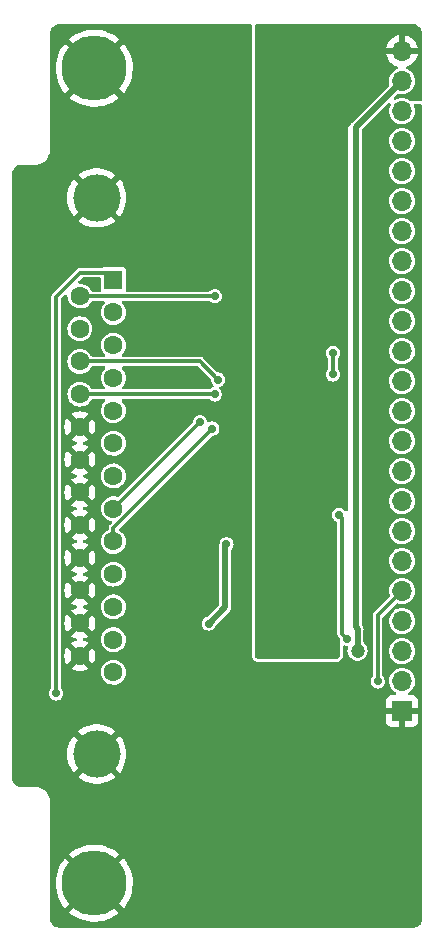
<source format=gbr>
%TF.GenerationSoftware,KiCad,Pcbnew,(6.0.11-0)*%
%TF.CreationDate,2023-07-12T13:16:53+12:00*%
%TF.ProjectId,controller-upper-cut,636f6e74-726f-46c6-9c65-722d75707065,3.2*%
%TF.SameCoordinates,PX206cc80PY68e7780*%
%TF.FileFunction,Copper,L2,Bot*%
%TF.FilePolarity,Positive*%
%FSLAX46Y46*%
G04 Gerber Fmt 4.6, Leading zero omitted, Abs format (unit mm)*
G04 Created by KiCad (PCBNEW (6.0.11-0)) date 2023-07-12 13:16:53*
%MOMM*%
%LPD*%
G01*
G04 APERTURE LIST*
%TA.AperFunction,ComponentPad*%
%ADD10C,5.500000*%
%TD*%
%TA.AperFunction,ComponentPad*%
%ADD11C,4.000000*%
%TD*%
%TA.AperFunction,ComponentPad*%
%ADD12R,1.600000X1.600000*%
%TD*%
%TA.AperFunction,ComponentPad*%
%ADD13C,1.600000*%
%TD*%
%TA.AperFunction,ComponentPad*%
%ADD14R,1.700000X1.700000*%
%TD*%
%TA.AperFunction,ComponentPad*%
%ADD15O,1.700000X1.700000*%
%TD*%
%TA.AperFunction,ViaPad*%
%ADD16C,0.700000*%
%TD*%
%TA.AperFunction,ViaPad*%
%ADD17C,1.200000*%
%TD*%
%TA.AperFunction,Conductor*%
%ADD18C,0.300000*%
%TD*%
%TA.AperFunction,Conductor*%
%ADD19C,0.500000*%
%TD*%
G04 APERTURE END LIST*
D10*
%TO.P,H3,1,1*%
%TO.N,GND1*%
X20000000Y-10000000D03*
%TD*%
%TO.P,H4,1,1*%
%TO.N,GND1*%
X20000000Y-79000000D03*
%TD*%
D11*
%TO.P,J7,0,PAD*%
%TO.N,GND1*%
X20210331Y-68057893D03*
X20210331Y-20957893D03*
D12*
%TO.P,J7,1,1*%
%TO.N,/LPT Interface/P1_IN*%
X21630331Y-27887893D03*
D13*
%TO.P,J7,2,2*%
%TO.N,/LPT Interface/P2_IN*%
X21630331Y-30657893D03*
%TO.P,J7,3,3*%
%TO.N,/LPT Interface/P3_IN*%
X21630331Y-33427893D03*
%TO.P,J7,4,4*%
%TO.N,/LPT Interface/P4_IN*%
X21630331Y-36197893D03*
%TO.P,J7,5,5*%
%TO.N,/LPT Interface/P5_IN*%
X21630331Y-38967893D03*
%TO.P,J7,6,6*%
%TO.N,/LPT Interface/P6_IN*%
X21630331Y-41737893D03*
%TO.P,J7,7,7*%
%TO.N,/LPT Interface/P7_IN*%
X21630331Y-44507893D03*
%TO.P,J7,8,8*%
%TO.N,/LPT Interface/P8_IN*%
X21630331Y-47277893D03*
%TO.P,J7,9,9*%
%TO.N,/LPT Interface/P9_IN*%
X21630331Y-50047893D03*
%TO.P,J7,10,10*%
%TO.N,/LPT Interface/P10_OUT*%
X21630331Y-52817893D03*
%TO.P,J7,11,11*%
%TO.N,/LPT Interface/P11_OUT*%
X21630331Y-55587893D03*
%TO.P,J7,12,12*%
%TO.N,/LPT Interface/P12_OUT*%
X21630331Y-58357893D03*
%TO.P,J7,13,13*%
%TO.N,/LPT Interface/P13_OUT*%
X21630331Y-61127893D03*
%TO.P,J7,14,P14*%
%TO.N,/LPT Interface/P14_IN*%
X18790331Y-29272893D03*
%TO.P,J7,15,P15*%
%TO.N,/LPT Interface/P15_OUT*%
X18790331Y-32042893D03*
%TO.P,J7,16,P16*%
%TO.N,/LPT Interface/P16_IN*%
X18790331Y-34812893D03*
%TO.P,J7,17,P17*%
%TO.N,/LPT Interface/P17_IN*%
X18790331Y-37582893D03*
%TO.P,J7,18,P18*%
%TO.N,GND1*%
X18790331Y-40352893D03*
%TO.P,J7,19,P19*%
X18790331Y-43122893D03*
%TO.P,J7,20,P20*%
X18790331Y-45892893D03*
%TO.P,J7,21,P21*%
X18790331Y-48662893D03*
%TO.P,J7,22,P22*%
X18790331Y-51432893D03*
%TO.P,J7,23,P23*%
X18790331Y-54202893D03*
%TO.P,J7,24,P24*%
X18790331Y-56972893D03*
%TO.P,J7,25,P25*%
X18790331Y-59742893D03*
%TD*%
D14*
%TO.P,J2,1,Pin_1*%
%TO.N,GND1*%
X46063000Y-64417000D03*
D15*
%TO.P,J2,2,Pin_2*%
%TO.N,+5VA*%
X46063000Y-61877000D03*
%TO.P,J2,3,Pin_3*%
%TO.N,unconnected-(J2-Pad3)*%
X46063000Y-59337000D03*
%TO.P,J2,4,Pin_4*%
%TO.N,/LPT Interface/nCE_IN*%
X46063000Y-56797000D03*
%TO.P,J2,5,Pin_5*%
%TO.N,/LPT Interface/P1_OUT*%
X46063000Y-54257000D03*
%TO.P,J2,6,Pin_6*%
%TO.N,/LPT Interface/P13_IN*%
X46063000Y-51717000D03*
%TO.P,J2,7,Pin_7*%
%TO.N,/LPT Interface/P12_IN*%
X46063000Y-49177000D03*
%TO.P,J2,8,Pin_8*%
%TO.N,/LPT Interface/P11_IN*%
X46063000Y-46637000D03*
%TO.P,J2,9,Pin_9*%
%TO.N,/LPT Interface/P10_IN*%
X46063000Y-44097000D03*
%TO.P,J2,10,Pin_10*%
%TO.N,/LPT Interface/P9_OUT*%
X46063000Y-41557000D03*
%TO.P,J2,11,Pin_11*%
%TO.N,/LPT Interface/P8_OUT*%
X46063000Y-39017000D03*
%TO.P,J2,12,Pin_12*%
%TO.N,/LPT Interface/P17_OUT*%
X46063000Y-36477000D03*
%TO.P,J2,13,Pin_13*%
%TO.N,/LPT Interface/P16_OUT*%
X46063000Y-33937000D03*
%TO.P,J2,14,Pin_14*%
%TO.N,/LPT Interface/P14_OUT*%
X46063000Y-31397000D03*
%TO.P,J2,15,Pin_15*%
%TO.N,/LPT Interface/P7_OUT*%
X46063000Y-28857000D03*
%TO.P,J2,16,Pin_16*%
%TO.N,/LPT Interface/P6_OUT*%
X46063000Y-26317000D03*
%TO.P,J2,17,Pin_17*%
%TO.N,/LPT Interface/P5_OUT*%
X46063000Y-23777000D03*
%TO.P,J2,18,Pin_18*%
%TO.N,/LPT Interface/P4_OUT*%
X46063000Y-21237000D03*
%TO.P,J2,19,Pin_19*%
%TO.N,/LPT Interface/P3_OUT*%
X46063000Y-18697000D03*
%TO.P,J2,20,Pin_20*%
%TO.N,/LPT Interface/P2_OUT*%
X46063000Y-16157000D03*
%TO.P,J2,21,Pin_21*%
%TO.N,/LPT Interface/P15_IN*%
X46063000Y-13617000D03*
%TO.P,J2,22,Pin_22*%
%TO.N,+5VA*%
X46063000Y-11077000D03*
%TO.P,J2,23,Pin_23*%
%TO.N,GND2*%
X46063000Y-8537000D03*
%TD*%
D16*
%TO.N,/LPT Interface/P9_IN*%
X30000000Y-40500000D03*
%TO.N,/LPT Interface/P14_IN*%
X30200000Y-29292893D03*
%TO.N,/LPT Interface/P16_IN*%
X30500000Y-36350000D03*
%TO.N,/LPT Interface/P17_IN*%
X30200000Y-37600000D03*
%TO.N,/LPT Interface/P1_OUT*%
X44000000Y-61900000D03*
%TO.N,/LPT Interface/nCE_IN*%
X41422934Y-58285163D03*
X40200000Y-34092893D03*
X40726438Y-47800898D03*
X40200000Y-35916333D03*
%TO.N,/LPT Interface/P8_IN*%
X28950000Y-39950000D03*
%TO.N,/LPT Interface/P1_IN*%
X16775000Y-62925000D03*
%TO.N,GND1*%
X32950000Y-33650000D03*
X44350000Y-14150000D03*
X43200000Y-40950000D03*
X13800000Y-36100000D03*
X28600000Y-53900000D03*
X15700000Y-45900000D03*
X18800000Y-63800000D03*
X31500000Y-71800000D03*
X32100000Y-10392893D03*
X30550000Y-35100000D03*
X38000000Y-63800000D03*
X19900000Y-33500000D03*
X29300000Y-18100000D03*
X43400000Y-31292893D03*
X32700000Y-51675000D03*
X32900000Y-56992893D03*
X31400000Y-62100000D03*
X30450000Y-41550000D03*
X29900000Y-30300000D03*
X15700000Y-59800000D03*
X18800000Y-62100000D03*
X32800000Y-6892893D03*
X43600000Y-45575000D03*
X13800000Y-54292893D03*
X41500000Y-60200000D03*
X47100000Y-71800000D03*
X38000000Y-62100000D03*
X26000000Y-45700000D03*
X47000000Y-45292893D03*
X43800000Y-32592893D03*
X43200000Y-16300000D03*
X15700000Y-51400000D03*
X20000000Y-28000000D03*
X15750000Y-40375000D03*
X25400000Y-36400000D03*
X47300000Y-14800000D03*
X26000000Y-82092893D03*
X23250000Y-24200000D03*
X30750000Y-21650000D03*
X47100000Y-82092893D03*
X25300000Y-62100000D03*
X15700000Y-54200000D03*
X31100000Y-31892893D03*
X47275000Y-40292893D03*
X47275000Y-50392893D03*
X25700000Y-26750000D03*
X23950000Y-43650000D03*
X30100000Y-51750000D03*
X28600000Y-57200000D03*
X29573213Y-38358877D03*
X25300000Y-63800000D03*
X25200000Y-38500000D03*
X30950000Y-19150000D03*
X30975000Y-48117893D03*
X24500000Y-54000000D03*
X25700000Y-32700000D03*
X13800000Y-70092893D03*
X15700000Y-48700000D03*
X29700000Y-59800000D03*
X22750000Y-49050000D03*
X32300000Y-15750000D03*
X43325000Y-42500000D03*
X29450000Y-15400000D03*
X22800000Y-57400000D03*
X30600000Y-45750000D03*
X47275000Y-19892893D03*
X15700000Y-57000000D03*
X47275000Y-30092893D03*
X38000000Y-71800000D03*
X13800000Y-18900000D03*
X29600000Y-36800000D03*
X15700000Y-43100000D03*
X24300000Y-59700000D03*
X36700000Y-82092893D03*
X23050000Y-51750000D03*
X33900000Y-60900000D03*
X31400000Y-63800000D03*
%TO.N,+5VA*%
X31200000Y-50300000D03*
X29700000Y-57000000D03*
D17*
X42300000Y-59300000D03*
D16*
%TO.N,GND2*%
X34125000Y-19467893D03*
X34500000Y-48700000D03*
X34000000Y-36050000D03*
X36050000Y-21342893D03*
X36000000Y-51800000D03*
X47300000Y-12250000D03*
X38150000Y-10750000D03*
X34050000Y-43000000D03*
X34000000Y-34092893D03*
X36200000Y-58092893D03*
X37000000Y-49700000D03*
X37200000Y-51800000D03*
X36100000Y-42992893D03*
X37200000Y-59600000D03*
X36100000Y-34092893D03*
X34000000Y-26150000D03*
X34100000Y-6892893D03*
X38700000Y-27450000D03*
X36050000Y-19467893D03*
X39800000Y-21392893D03*
X36100000Y-15517893D03*
X38675000Y-36092893D03*
X36100000Y-36050000D03*
X36150000Y-17250000D03*
X38700000Y-48000000D03*
X34500000Y-59592893D03*
X34150000Y-21367893D03*
X40250000Y-48650000D03*
X42900000Y-9292893D03*
X38700000Y-43000000D03*
X41000000Y-6892893D03*
X38700000Y-59600000D03*
X41150000Y-13000000D03*
X36240000Y-8849393D03*
X36200000Y-56192893D03*
X40350000Y-19092893D03*
X36100000Y-26150000D03*
X36100000Y-11092893D03*
X38100000Y-14250000D03*
X38025000Y-21367893D03*
X38000000Y-19092893D03*
X40300000Y-59592893D03*
X38675000Y-34142893D03*
X37200000Y-55400000D03*
%TD*%
D18*
%TO.N,/LPT Interface/P9_IN*%
X30000000Y-40550000D02*
X21630331Y-48919669D01*
X30000000Y-40500000D02*
X30000000Y-40550000D01*
X21630331Y-48919669D02*
X21630331Y-50047893D01*
%TO.N,/LPT Interface/P14_IN*%
X30200000Y-29292893D02*
X18810331Y-29292893D01*
X18810331Y-29292893D02*
X18790331Y-29272893D01*
%TO.N,/LPT Interface/P16_IN*%
X28962893Y-34812893D02*
X18790331Y-34812893D01*
X30500000Y-36350000D02*
X28962893Y-34812893D01*
%TO.N,/LPT Interface/P17_IN*%
X18790331Y-37582893D02*
X30182893Y-37582893D01*
X30182893Y-37582893D02*
X30200000Y-37600000D01*
%TO.N,/LPT Interface/P1_OUT*%
X44000000Y-56320000D02*
X44000000Y-61900000D01*
X46063000Y-54257000D02*
X44000000Y-56320000D01*
%TO.N,/LPT Interface/nCE_IN*%
X40200000Y-35916333D02*
X40200000Y-34092893D01*
X41000000Y-48074460D02*
X41000000Y-57862229D01*
X40726438Y-47800898D02*
X41000000Y-48074460D01*
X41000000Y-57862229D02*
X41422934Y-58285163D01*
%TO.N,/LPT Interface/P8_IN*%
X21630331Y-47269669D02*
X28950000Y-39950000D01*
X21630331Y-47277893D02*
X21630331Y-47269669D01*
%TO.N,/LPT Interface/P1_IN*%
X16775000Y-29350000D02*
X18825000Y-27300000D01*
X21042438Y-27300000D02*
X21630331Y-27887893D01*
X16775000Y-62925000D02*
X16775000Y-29350000D01*
X18825000Y-27300000D02*
X21042438Y-27300000D01*
D19*
%TO.N,+5VA*%
X31100000Y-55600000D02*
X29700000Y-57000000D01*
X31100000Y-50400000D02*
X31100000Y-55600000D01*
X31200000Y-50300000D02*
X31100000Y-50400000D01*
X42150000Y-14990000D02*
X46063000Y-11077000D01*
X42300000Y-57450000D02*
X42300000Y-59300000D01*
X42150000Y-57300000D02*
X42150000Y-14990000D01*
X42150000Y-57300000D02*
X42300000Y-57450000D01*
D18*
%TO.N,GND2*%
X34500000Y-48700000D02*
X36000000Y-50200000D01*
X38700000Y-48000000D02*
X38700000Y-59600000D01*
X37000000Y-51600000D02*
X37200000Y-51800000D01*
X36200000Y-58092893D02*
X36200000Y-56192893D01*
X36000000Y-50200000D02*
X36000000Y-51800000D01*
X37000000Y-49700000D02*
X37000000Y-51600000D01*
X37200000Y-59600000D02*
X37200000Y-55400000D01*
X40250000Y-48650000D02*
X40300000Y-48700000D01*
X40300000Y-48700000D02*
X40300000Y-59592893D01*
%TD*%
%TA.AperFunction,Conductor*%
%TO.N,GND1*%
G36*
X33287539Y-6270185D02*
G01*
X33333294Y-6322989D01*
X33344500Y-6374500D01*
X33344500Y-59680682D01*
X33345731Y-59705729D01*
X33348114Y-59729920D01*
X33351792Y-59754718D01*
X33352091Y-59756221D01*
X33362290Y-59807493D01*
X33367433Y-59833351D01*
X33381972Y-59881280D01*
X33400487Y-59925980D01*
X33401922Y-59928664D01*
X33401924Y-59928669D01*
X33417104Y-59957068D01*
X33424099Y-59970155D01*
X33425792Y-59972689D01*
X33425797Y-59972697D01*
X33460036Y-60023939D01*
X33460041Y-60023946D01*
X33461725Y-60026466D01*
X33463645Y-60028805D01*
X33463652Y-60028815D01*
X33491562Y-60062823D01*
X33493499Y-60065183D01*
X33527710Y-60099394D01*
X33530068Y-60101329D01*
X33530070Y-60101331D01*
X33564078Y-60129241D01*
X33564088Y-60129248D01*
X33566427Y-60131168D01*
X33568947Y-60132852D01*
X33568954Y-60132857D01*
X33620196Y-60167096D01*
X33620204Y-60167101D01*
X33622738Y-60168794D01*
X33625436Y-60170236D01*
X33664224Y-60190969D01*
X33664229Y-60190971D01*
X33666913Y-60192406D01*
X33711613Y-60210921D01*
X33737715Y-60218839D01*
X33756627Y-60224576D01*
X33756632Y-60224577D01*
X33759542Y-60225460D01*
X33762532Y-60226055D01*
X33762537Y-60226056D01*
X33827630Y-60239003D01*
X33838175Y-60241101D01*
X33853829Y-60243423D01*
X33861468Y-60244556D01*
X33861477Y-60244557D01*
X33862973Y-60244779D01*
X33887164Y-60247162D01*
X33888678Y-60247236D01*
X33888686Y-60247237D01*
X33910700Y-60248319D01*
X33910711Y-60248319D01*
X33912211Y-60248393D01*
X40487789Y-60248393D01*
X40489289Y-60248319D01*
X40489300Y-60248319D01*
X40511314Y-60247237D01*
X40511322Y-60247236D01*
X40512836Y-60247162D01*
X40537027Y-60244779D01*
X40538523Y-60244557D01*
X40538532Y-60244556D01*
X40546171Y-60243423D01*
X40561825Y-60241101D01*
X40572370Y-60239003D01*
X40637463Y-60226056D01*
X40637468Y-60226055D01*
X40640458Y-60225460D01*
X40643368Y-60224577D01*
X40643373Y-60224576D01*
X40662285Y-60218839D01*
X40688387Y-60210921D01*
X40733087Y-60192406D01*
X40735771Y-60190971D01*
X40735776Y-60190969D01*
X40774564Y-60170236D01*
X40777262Y-60168794D01*
X40779796Y-60167101D01*
X40779804Y-60167096D01*
X40831046Y-60132857D01*
X40831053Y-60132852D01*
X40833573Y-60131168D01*
X40835912Y-60129248D01*
X40835922Y-60129241D01*
X40869930Y-60101331D01*
X40869932Y-60101329D01*
X40872290Y-60099394D01*
X40906501Y-60065183D01*
X40908438Y-60062823D01*
X40936348Y-60028815D01*
X40936355Y-60028805D01*
X40938275Y-60026466D01*
X40939959Y-60023946D01*
X40939964Y-60023939D01*
X40974203Y-59972697D01*
X40974208Y-59972689D01*
X40975901Y-59970155D01*
X40982896Y-59957068D01*
X40998076Y-59928669D01*
X40998078Y-59928664D01*
X40999513Y-59925980D01*
X41018028Y-59881280D01*
X41032567Y-59833351D01*
X41037711Y-59807493D01*
X41047909Y-59756221D01*
X41048208Y-59754718D01*
X41051886Y-59729920D01*
X41054269Y-59705729D01*
X41055500Y-59680682D01*
X41055500Y-58968523D01*
X41075185Y-58901484D01*
X41127989Y-58855729D01*
X41197147Y-58845785D01*
X41226953Y-58853962D01*
X41266172Y-58870207D01*
X41313575Y-58876448D01*
X41386108Y-58885997D01*
X41450005Y-58914263D01*
X41488476Y-58972588D01*
X41487854Y-59047253D01*
X41463503Y-59122197D01*
X41444815Y-59300000D01*
X41463503Y-59477803D01*
X41465510Y-59483981D01*
X41465511Y-59483984D01*
X41473930Y-59509894D01*
X41518750Y-59647835D01*
X41521997Y-59653460D01*
X41521998Y-59653461D01*
X41549114Y-59700427D01*
X41608141Y-59802665D01*
X41612487Y-59807492D01*
X41612488Y-59807493D01*
X41667955Y-59869095D01*
X41727770Y-59935526D01*
X41872407Y-60040612D01*
X41878341Y-60043254D01*
X41999581Y-60097233D01*
X42035733Y-60113329D01*
X42042095Y-60114681D01*
X42042094Y-60114681D01*
X42204246Y-60149148D01*
X42204251Y-60149148D01*
X42210609Y-60150500D01*
X42389391Y-60150500D01*
X42395749Y-60149148D01*
X42395754Y-60149148D01*
X42557906Y-60114681D01*
X42557905Y-60114681D01*
X42564267Y-60113329D01*
X42600420Y-60097233D01*
X42721659Y-60043254D01*
X42727593Y-60040612D01*
X42872230Y-59935526D01*
X42932045Y-59869095D01*
X42987512Y-59807493D01*
X42987513Y-59807492D01*
X42991859Y-59802665D01*
X43050886Y-59700427D01*
X43078002Y-59653461D01*
X43078003Y-59653460D01*
X43081250Y-59647835D01*
X43126070Y-59509894D01*
X43134489Y-59483984D01*
X43134490Y-59483981D01*
X43136497Y-59477803D01*
X43155185Y-59300000D01*
X43136497Y-59122197D01*
X43133463Y-59112857D01*
X43083257Y-58958343D01*
X43081250Y-58952165D01*
X43062381Y-58919482D01*
X42995107Y-58802961D01*
X42991859Y-58797335D01*
X42977589Y-58781486D01*
X42876579Y-58669304D01*
X42872230Y-58664474D01*
X42866973Y-58660654D01*
X42866969Y-58660651D01*
X42851614Y-58649495D01*
X42808948Y-58594165D01*
X42800500Y-58549178D01*
X42800500Y-57519961D01*
X42801835Y-57508015D01*
X42801361Y-57507977D01*
X42802070Y-57499168D01*
X42804019Y-57490553D01*
X42801501Y-57449961D01*
X42800738Y-57437672D01*
X42800500Y-57429993D01*
X42800500Y-57414060D01*
X42799041Y-57403870D01*
X42798026Y-57393966D01*
X42795688Y-57356278D01*
X42795141Y-57347462D01*
X42792140Y-57339151D01*
X42791554Y-57336319D01*
X42787390Y-57319616D01*
X42786576Y-57316832D01*
X42785323Y-57308082D01*
X42766031Y-57265652D01*
X42762284Y-57256446D01*
X42749461Y-57220925D01*
X42749460Y-57220923D01*
X42746460Y-57212613D01*
X42741245Y-57205475D01*
X42739884Y-57202915D01*
X42731195Y-57188045D01*
X42729641Y-57185615D01*
X42725984Y-57177572D01*
X42695554Y-57142257D01*
X42689366Y-57134462D01*
X42681478Y-57123664D01*
X42680010Y-57122196D01*
X42651661Y-57059150D01*
X42650500Y-57042220D01*
X42650500Y-51688069D01*
X44958164Y-51688069D01*
X44958535Y-51693731D01*
X44958535Y-51693735D01*
X44963851Y-51774842D01*
X44971392Y-51889894D01*
X45021178Y-52085928D01*
X45023554Y-52091082D01*
X45087156Y-52229043D01*
X45105856Y-52269607D01*
X45222588Y-52434780D01*
X45367466Y-52575913D01*
X45535637Y-52688282D01*
X45721470Y-52768122D01*
X45817502Y-52789852D01*
X45913193Y-52811505D01*
X45913195Y-52811505D01*
X45918740Y-52812760D01*
X46036135Y-52817372D01*
X46115161Y-52820477D01*
X46115163Y-52820477D01*
X46120842Y-52820700D01*
X46126462Y-52819885D01*
X46126465Y-52819885D01*
X46315387Y-52792493D01*
X46315389Y-52792493D01*
X46321007Y-52791678D01*
X46326384Y-52789853D01*
X46326387Y-52789852D01*
X46411090Y-52761099D01*
X46512531Y-52726664D01*
X46689001Y-52627837D01*
X46713983Y-52607060D01*
X46840138Y-52502137D01*
X46844505Y-52498505D01*
X46973837Y-52343001D01*
X47072664Y-52166531D01*
X47137678Y-51975007D01*
X47141791Y-51946639D01*
X47166176Y-51778458D01*
X47166176Y-51778453D01*
X47166700Y-51774842D01*
X47168215Y-51717000D01*
X47149708Y-51515591D01*
X47094807Y-51320926D01*
X47005351Y-51139527D01*
X46884335Y-50977467D01*
X46816417Y-50914684D01*
X46739988Y-50844034D01*
X46739986Y-50844033D01*
X46735812Y-50840174D01*
X46697573Y-50816047D01*
X46569566Y-50735280D01*
X46569564Y-50735279D01*
X46564757Y-50732246D01*
X46376898Y-50657298D01*
X46371317Y-50656188D01*
X46371314Y-50656187D01*
X46303373Y-50642673D01*
X46178526Y-50617839D01*
X46172839Y-50617765D01*
X46172834Y-50617764D01*
X45981975Y-50615266D01*
X45981970Y-50615266D01*
X45976286Y-50615192D01*
X45970682Y-50616155D01*
X45970681Y-50616155D01*
X45782546Y-50648482D01*
X45782543Y-50648483D01*
X45776949Y-50649444D01*
X45758189Y-50656365D01*
X45592521Y-50717483D01*
X45592517Y-50717485D01*
X45587193Y-50719449D01*
X45582310Y-50722354D01*
X45582308Y-50722355D01*
X45424826Y-50816047D01*
X45413371Y-50822862D01*
X45261305Y-50956220D01*
X45136089Y-51115057D01*
X45041914Y-51294053D01*
X45040229Y-51299479D01*
X45040228Y-51299482D01*
X45033570Y-51320926D01*
X44981937Y-51487213D01*
X44958164Y-51688069D01*
X42650500Y-51688069D01*
X42650500Y-49148069D01*
X44958164Y-49148069D01*
X44958535Y-49153731D01*
X44958535Y-49153735D01*
X44963851Y-49234842D01*
X44971392Y-49349894D01*
X45021178Y-49545928D01*
X45023554Y-49551082D01*
X45098613Y-49713895D01*
X45105856Y-49729607D01*
X45222588Y-49894780D01*
X45367466Y-50035913D01*
X45535637Y-50148282D01*
X45721470Y-50228122D01*
X45792895Y-50244284D01*
X45913193Y-50271505D01*
X45913195Y-50271505D01*
X45918740Y-50272760D01*
X46036135Y-50277372D01*
X46115161Y-50280477D01*
X46115163Y-50280477D01*
X46120842Y-50280700D01*
X46126462Y-50279885D01*
X46126465Y-50279885D01*
X46315387Y-50252493D01*
X46315389Y-50252493D01*
X46321007Y-50251678D01*
X46326384Y-50249853D01*
X46326387Y-50249852D01*
X46411090Y-50221099D01*
X46512531Y-50186664D01*
X46689001Y-50087837D01*
X46751433Y-50035913D01*
X46840138Y-49962137D01*
X46844505Y-49958505D01*
X46901364Y-49890140D01*
X46970206Y-49807367D01*
X46970207Y-49807366D01*
X46973837Y-49803001D01*
X47072664Y-49626531D01*
X47132072Y-49451523D01*
X47135852Y-49440387D01*
X47135853Y-49440384D01*
X47137678Y-49435007D01*
X47155979Y-49308788D01*
X47166176Y-49238458D01*
X47166176Y-49238453D01*
X47166700Y-49234842D01*
X47168215Y-49177000D01*
X47149708Y-48975591D01*
X47094807Y-48780926D01*
X47005351Y-48599527D01*
X46884335Y-48437467D01*
X46735812Y-48300174D01*
X46607237Y-48219049D01*
X46569566Y-48195280D01*
X46569564Y-48195279D01*
X46564757Y-48192246D01*
X46376898Y-48117298D01*
X46371317Y-48116188D01*
X46371314Y-48116187D01*
X46303373Y-48102673D01*
X46178526Y-48077839D01*
X46172839Y-48077765D01*
X46172834Y-48077764D01*
X45981975Y-48075266D01*
X45981970Y-48075266D01*
X45976286Y-48075192D01*
X45970682Y-48076155D01*
X45970681Y-48076155D01*
X45782546Y-48108482D01*
X45782543Y-48108483D01*
X45776949Y-48109444D01*
X45755660Y-48117298D01*
X45592521Y-48177483D01*
X45592517Y-48177485D01*
X45587193Y-48179449D01*
X45582310Y-48182354D01*
X45582308Y-48182355D01*
X45565683Y-48192246D01*
X45413371Y-48282862D01*
X45261305Y-48416220D01*
X45136089Y-48575057D01*
X45133442Y-48580088D01*
X45089290Y-48664006D01*
X45041914Y-48754053D01*
X45040229Y-48759479D01*
X45040228Y-48759482D01*
X45022603Y-48816244D01*
X44981937Y-48947213D01*
X44958164Y-49148069D01*
X42650500Y-49148069D01*
X42650500Y-46608069D01*
X44958164Y-46608069D01*
X44958535Y-46613731D01*
X44958535Y-46613735D01*
X44963851Y-46694842D01*
X44971392Y-46809894D01*
X45021178Y-47005928D01*
X45023554Y-47011082D01*
X45065063Y-47101120D01*
X45105856Y-47189607D01*
X45222588Y-47354780D01*
X45367466Y-47495913D01*
X45535637Y-47608282D01*
X45721470Y-47688122D01*
X45817502Y-47709852D01*
X45913193Y-47731505D01*
X45913195Y-47731505D01*
X45918740Y-47732760D01*
X46036135Y-47737372D01*
X46115161Y-47740477D01*
X46115163Y-47740477D01*
X46120842Y-47740700D01*
X46126462Y-47739885D01*
X46126465Y-47739885D01*
X46315387Y-47712493D01*
X46315389Y-47712493D01*
X46321007Y-47711678D01*
X46326384Y-47709853D01*
X46326387Y-47709852D01*
X46471347Y-47660644D01*
X46512531Y-47646664D01*
X46689001Y-47547837D01*
X46751433Y-47495913D01*
X46840138Y-47422137D01*
X46844505Y-47418505D01*
X46944750Y-47297974D01*
X46970206Y-47267367D01*
X46970207Y-47267366D01*
X46973837Y-47263001D01*
X46992834Y-47229080D01*
X47038253Y-47147976D01*
X47072664Y-47086531D01*
X47137678Y-46895007D01*
X47141617Y-46867839D01*
X47166176Y-46698458D01*
X47166176Y-46698453D01*
X47166700Y-46694842D01*
X47168215Y-46637000D01*
X47149708Y-46435591D01*
X47110751Y-46297460D01*
X47096352Y-46246403D01*
X47096351Y-46246400D01*
X47094807Y-46240926D01*
X47005351Y-46059527D01*
X46884335Y-45897467D01*
X46735812Y-45760174D01*
X46564757Y-45652246D01*
X46376898Y-45577298D01*
X46371317Y-45576188D01*
X46371314Y-45576187D01*
X46302635Y-45562526D01*
X46178526Y-45537839D01*
X46172839Y-45537765D01*
X46172834Y-45537764D01*
X45981975Y-45535266D01*
X45981970Y-45535266D01*
X45976286Y-45535192D01*
X45970682Y-45536155D01*
X45970681Y-45536155D01*
X45782546Y-45568482D01*
X45782543Y-45568483D01*
X45776949Y-45569444D01*
X45755660Y-45577298D01*
X45592521Y-45637483D01*
X45592517Y-45637485D01*
X45587193Y-45639449D01*
X45582310Y-45642354D01*
X45582308Y-45642355D01*
X45418262Y-45739952D01*
X45413371Y-45742862D01*
X45261305Y-45876220D01*
X45136089Y-46035057D01*
X45041914Y-46214053D01*
X45040229Y-46219479D01*
X45040228Y-46219482D01*
X45026185Y-46264710D01*
X44981937Y-46407213D01*
X44958164Y-46608069D01*
X42650500Y-46608069D01*
X42650500Y-44068069D01*
X44958164Y-44068069D01*
X44958535Y-44073731D01*
X44958535Y-44073735D01*
X44963851Y-44154842D01*
X44971392Y-44269894D01*
X45021178Y-44465928D01*
X45023554Y-44471082D01*
X45031045Y-44487330D01*
X45105856Y-44649607D01*
X45222588Y-44814780D01*
X45367466Y-44955913D01*
X45535637Y-45068282D01*
X45721470Y-45148122D01*
X45817502Y-45169852D01*
X45913193Y-45191505D01*
X45913195Y-45191505D01*
X45918740Y-45192760D01*
X46036135Y-45197372D01*
X46115161Y-45200477D01*
X46115163Y-45200477D01*
X46120842Y-45200700D01*
X46126462Y-45199885D01*
X46126465Y-45199885D01*
X46315387Y-45172493D01*
X46315389Y-45172493D01*
X46321007Y-45171678D01*
X46326384Y-45169853D01*
X46326387Y-45169852D01*
X46470431Y-45120955D01*
X46512531Y-45106664D01*
X46689001Y-45007837D01*
X46751433Y-44955913D01*
X46840138Y-44882137D01*
X46844505Y-44878505D01*
X46973837Y-44723001D01*
X46990977Y-44692396D01*
X47017828Y-44644449D01*
X47072664Y-44546531D01*
X47137678Y-44355007D01*
X47144363Y-44308899D01*
X47166176Y-44158458D01*
X47166176Y-44158453D01*
X47166700Y-44154842D01*
X47168215Y-44097000D01*
X47149708Y-43895591D01*
X47094807Y-43700926D01*
X47005351Y-43519527D01*
X46884335Y-43357467D01*
X46735812Y-43220174D01*
X46703762Y-43199952D01*
X46569566Y-43115280D01*
X46569564Y-43115279D01*
X46564757Y-43112246D01*
X46376898Y-43037298D01*
X46371317Y-43036188D01*
X46371314Y-43036187D01*
X46303373Y-43022673D01*
X46178526Y-42997839D01*
X46172839Y-42997765D01*
X46172834Y-42997764D01*
X45981975Y-42995266D01*
X45981970Y-42995266D01*
X45976286Y-42995192D01*
X45970682Y-42996155D01*
X45970681Y-42996155D01*
X45782546Y-43028482D01*
X45782543Y-43028483D01*
X45776949Y-43029444D01*
X45755660Y-43037298D01*
X45592521Y-43097483D01*
X45592517Y-43097485D01*
X45587193Y-43099449D01*
X45582310Y-43102354D01*
X45582308Y-43102355D01*
X45418262Y-43199952D01*
X45413371Y-43202862D01*
X45261305Y-43336220D01*
X45136089Y-43495057D01*
X45041914Y-43674053D01*
X45040229Y-43679479D01*
X45040228Y-43679482D01*
X45007831Y-43783820D01*
X44981937Y-43867213D01*
X44958164Y-44068069D01*
X42650500Y-44068069D01*
X42650500Y-41528069D01*
X44958164Y-41528069D01*
X44958535Y-41533731D01*
X44958535Y-41533735D01*
X44963851Y-41614842D01*
X44971392Y-41729894D01*
X45021178Y-41925928D01*
X45023554Y-41931082D01*
X45066848Y-42024992D01*
X45105856Y-42109607D01*
X45222588Y-42274780D01*
X45367466Y-42415913D01*
X45535637Y-42528282D01*
X45721470Y-42608122D01*
X45797916Y-42625420D01*
X45913193Y-42651505D01*
X45913195Y-42651505D01*
X45918740Y-42652760D01*
X46036135Y-42657372D01*
X46115161Y-42660477D01*
X46115163Y-42660477D01*
X46120842Y-42660700D01*
X46126462Y-42659885D01*
X46126465Y-42659885D01*
X46315387Y-42632493D01*
X46315389Y-42632493D01*
X46321007Y-42631678D01*
X46326384Y-42629853D01*
X46326387Y-42629852D01*
X46412094Y-42600758D01*
X46512531Y-42566664D01*
X46613897Y-42509897D01*
X46684048Y-42470611D01*
X46684050Y-42470610D01*
X46689001Y-42467837D01*
X46751433Y-42415913D01*
X46840138Y-42342137D01*
X46844505Y-42338505D01*
X46973837Y-42183001D01*
X47072664Y-42006531D01*
X47113009Y-41887679D01*
X47135852Y-41820387D01*
X47135853Y-41820384D01*
X47137678Y-41815007D01*
X47138493Y-41809387D01*
X47166176Y-41618458D01*
X47166176Y-41618453D01*
X47166700Y-41614842D01*
X47168215Y-41557000D01*
X47149708Y-41355591D01*
X47094807Y-41160926D01*
X47005351Y-40979527D01*
X46884335Y-40817467D01*
X46761446Y-40703870D01*
X46739988Y-40684034D01*
X46739986Y-40684033D01*
X46735812Y-40680174D01*
X46714319Y-40666613D01*
X46569566Y-40575280D01*
X46569564Y-40575279D01*
X46564757Y-40572246D01*
X46376898Y-40497298D01*
X46371317Y-40496188D01*
X46371314Y-40496187D01*
X46303373Y-40482673D01*
X46178526Y-40457839D01*
X46172839Y-40457765D01*
X46172834Y-40457764D01*
X45981975Y-40455266D01*
X45981970Y-40455266D01*
X45976286Y-40455192D01*
X45970682Y-40456155D01*
X45970681Y-40456155D01*
X45782546Y-40488482D01*
X45782543Y-40488483D01*
X45776949Y-40489444D01*
X45755660Y-40497298D01*
X45592521Y-40557483D01*
X45592517Y-40557485D01*
X45587193Y-40559449D01*
X45582310Y-40562354D01*
X45582308Y-40562355D01*
X45565683Y-40572246D01*
X45413371Y-40662862D01*
X45261305Y-40796220D01*
X45136089Y-40955057D01*
X45133442Y-40960088D01*
X45069335Y-41081934D01*
X45041914Y-41134053D01*
X45040229Y-41139479D01*
X45040228Y-41139482D01*
X45034138Y-41159096D01*
X44981937Y-41327213D01*
X44958164Y-41528069D01*
X42650500Y-41528069D01*
X42650500Y-38988069D01*
X44958164Y-38988069D01*
X44958535Y-38993731D01*
X44958535Y-38993735D01*
X44963851Y-39074842D01*
X44971392Y-39189894D01*
X45021178Y-39385928D01*
X45023554Y-39391082D01*
X45039405Y-39425464D01*
X45105856Y-39569607D01*
X45222588Y-39734780D01*
X45367466Y-39875913D01*
X45535637Y-39988282D01*
X45721470Y-40068122D01*
X45817502Y-40089852D01*
X45913193Y-40111505D01*
X45913195Y-40111505D01*
X45918740Y-40112760D01*
X46036135Y-40117372D01*
X46115161Y-40120477D01*
X46115163Y-40120477D01*
X46120842Y-40120700D01*
X46126462Y-40119885D01*
X46126465Y-40119885D01*
X46315387Y-40092493D01*
X46315389Y-40092493D01*
X46321007Y-40091678D01*
X46326384Y-40089853D01*
X46326387Y-40089852D01*
X46411090Y-40061099D01*
X46512531Y-40026664D01*
X46675871Y-39935190D01*
X46684048Y-39930611D01*
X46684050Y-39930610D01*
X46689001Y-39927837D01*
X46705765Y-39913895D01*
X46840138Y-39802137D01*
X46844505Y-39798505D01*
X46933113Y-39691966D01*
X46970206Y-39647367D01*
X46970207Y-39647366D01*
X46973837Y-39643001D01*
X47072664Y-39466531D01*
X47137678Y-39275007D01*
X47138866Y-39266815D01*
X47166176Y-39078458D01*
X47166176Y-39078453D01*
X47166700Y-39074842D01*
X47168215Y-39017000D01*
X47149708Y-38815591D01*
X47094807Y-38620926D01*
X47005351Y-38439527D01*
X46884335Y-38277467D01*
X46806678Y-38205682D01*
X46739988Y-38144034D01*
X46739986Y-38144033D01*
X46735812Y-38140174D01*
X46731002Y-38137139D01*
X46569566Y-38035280D01*
X46569564Y-38035279D01*
X46564757Y-38032246D01*
X46376898Y-37957298D01*
X46371317Y-37956188D01*
X46371314Y-37956187D01*
X46303373Y-37942673D01*
X46178526Y-37917839D01*
X46172839Y-37917765D01*
X46172834Y-37917764D01*
X45981975Y-37915266D01*
X45981970Y-37915266D01*
X45976286Y-37915192D01*
X45970682Y-37916155D01*
X45970681Y-37916155D01*
X45782546Y-37948482D01*
X45782543Y-37948483D01*
X45776949Y-37949444D01*
X45755660Y-37957298D01*
X45592521Y-38017483D01*
X45592517Y-38017485D01*
X45587193Y-38019449D01*
X45582310Y-38022354D01*
X45582308Y-38022355D01*
X45418872Y-38119589D01*
X45413371Y-38122862D01*
X45261305Y-38256220D01*
X45136089Y-38415057D01*
X45041914Y-38594053D01*
X45040229Y-38599479D01*
X45040228Y-38599482D01*
X45002421Y-38721244D01*
X44981937Y-38787213D01*
X44958164Y-38988069D01*
X42650500Y-38988069D01*
X42650500Y-36448069D01*
X44958164Y-36448069D01*
X44958535Y-36453731D01*
X44958535Y-36453735D01*
X44963851Y-36534842D01*
X44971392Y-36649894D01*
X45021178Y-36845928D01*
X45023554Y-36851082D01*
X45074835Y-36962317D01*
X45105856Y-37029607D01*
X45222588Y-37194780D01*
X45367466Y-37335913D01*
X45535637Y-37448282D01*
X45721470Y-37528122D01*
X45817502Y-37549852D01*
X45913193Y-37571505D01*
X45913195Y-37571505D01*
X45918740Y-37572760D01*
X46036135Y-37577372D01*
X46115161Y-37580477D01*
X46115163Y-37580477D01*
X46120842Y-37580700D01*
X46126462Y-37579885D01*
X46126465Y-37579885D01*
X46315387Y-37552493D01*
X46315389Y-37552493D01*
X46321007Y-37551678D01*
X46326384Y-37549853D01*
X46326387Y-37549852D01*
X46411090Y-37521099D01*
X46512531Y-37486664D01*
X46689001Y-37387837D01*
X46751433Y-37335913D01*
X46840138Y-37262137D01*
X46844505Y-37258505D01*
X46909263Y-37180642D01*
X46970206Y-37107367D01*
X46970207Y-37107366D01*
X46973837Y-37103001D01*
X47072664Y-36926531D01*
X47137678Y-36735007D01*
X47141066Y-36711639D01*
X47166176Y-36538458D01*
X47166176Y-36538453D01*
X47166700Y-36534842D01*
X47167436Y-36506762D01*
X47168119Y-36480661D01*
X47168215Y-36477000D01*
X47149708Y-36275591D01*
X47094807Y-36080926D01*
X47005351Y-35899527D01*
X46884335Y-35737467D01*
X46750490Y-35613742D01*
X46739988Y-35604034D01*
X46739986Y-35604033D01*
X46735812Y-35600174D01*
X46731002Y-35597139D01*
X46569566Y-35495280D01*
X46569564Y-35495279D01*
X46564757Y-35492246D01*
X46376898Y-35417298D01*
X46371317Y-35416188D01*
X46371314Y-35416187D01*
X46303373Y-35402673D01*
X46178526Y-35377839D01*
X46172839Y-35377765D01*
X46172834Y-35377764D01*
X45981975Y-35375266D01*
X45981970Y-35375266D01*
X45976286Y-35375192D01*
X45970682Y-35376155D01*
X45970681Y-35376155D01*
X45782546Y-35408482D01*
X45782543Y-35408483D01*
X45776949Y-35409444D01*
X45755660Y-35417298D01*
X45592521Y-35477483D01*
X45592517Y-35477485D01*
X45587193Y-35479449D01*
X45582310Y-35482354D01*
X45582308Y-35482355D01*
X45468449Y-35550094D01*
X45413371Y-35582862D01*
X45261305Y-35716220D01*
X45136089Y-35875057D01*
X45041914Y-36054053D01*
X45040229Y-36059479D01*
X45040228Y-36059482D01*
X45033570Y-36080926D01*
X44981937Y-36247213D01*
X44958164Y-36448069D01*
X42650500Y-36448069D01*
X42650500Y-33908069D01*
X44958164Y-33908069D01*
X44958535Y-33913731D01*
X44958535Y-33913735D01*
X44963817Y-33994317D01*
X44971392Y-34109894D01*
X45021178Y-34305928D01*
X45023554Y-34311082D01*
X45070260Y-34412393D01*
X45105856Y-34489607D01*
X45222588Y-34654780D01*
X45367466Y-34795913D01*
X45535637Y-34908282D01*
X45721470Y-34988122D01*
X45762455Y-34997396D01*
X45913193Y-35031505D01*
X45913195Y-35031505D01*
X45918740Y-35032760D01*
X46036135Y-35037372D01*
X46115161Y-35040477D01*
X46115163Y-35040477D01*
X46120842Y-35040700D01*
X46126462Y-35039885D01*
X46126465Y-35039885D01*
X46315387Y-35012493D01*
X46315389Y-35012493D01*
X46321007Y-35011678D01*
X46326384Y-35009853D01*
X46326387Y-35009852D01*
X46411090Y-34981099D01*
X46512531Y-34946664D01*
X46689001Y-34847837D01*
X46751433Y-34795913D01*
X46840138Y-34722137D01*
X46844505Y-34718505D01*
X46943520Y-34599453D01*
X46970206Y-34567367D01*
X46970207Y-34567366D01*
X46973837Y-34563001D01*
X47072664Y-34386531D01*
X47124409Y-34234096D01*
X47135852Y-34200387D01*
X47135853Y-34200384D01*
X47137678Y-34195007D01*
X47138733Y-34187730D01*
X47166176Y-33998458D01*
X47166176Y-33998453D01*
X47166700Y-33994842D01*
X47168215Y-33937000D01*
X47149708Y-33735591D01*
X47094807Y-33540926D01*
X47005351Y-33359527D01*
X46884335Y-33197467D01*
X46735812Y-33060174D01*
X46683295Y-33027038D01*
X46569566Y-32955280D01*
X46569564Y-32955279D01*
X46564757Y-32952246D01*
X46376898Y-32877298D01*
X46371317Y-32876188D01*
X46371314Y-32876187D01*
X46303373Y-32862673D01*
X46178526Y-32837839D01*
X46172839Y-32837765D01*
X46172834Y-32837764D01*
X45981975Y-32835266D01*
X45981970Y-32835266D01*
X45976286Y-32835192D01*
X45970682Y-32836155D01*
X45970681Y-32836155D01*
X45782546Y-32868482D01*
X45782543Y-32868483D01*
X45776949Y-32869444D01*
X45755660Y-32877298D01*
X45592521Y-32937483D01*
X45592517Y-32937485D01*
X45587193Y-32939449D01*
X45582310Y-32942354D01*
X45582308Y-32942355D01*
X45442315Y-33025642D01*
X45413371Y-33042862D01*
X45261305Y-33176220D01*
X45136089Y-33335057D01*
X45041914Y-33514053D01*
X45040229Y-33519479D01*
X45040228Y-33519482D01*
X45007687Y-33624284D01*
X44981937Y-33707213D01*
X44958164Y-33908069D01*
X42650500Y-33908069D01*
X42650500Y-31368069D01*
X44958164Y-31368069D01*
X44958535Y-31373731D01*
X44958535Y-31373735D01*
X44963799Y-31454043D01*
X44971392Y-31569894D01*
X45021178Y-31765928D01*
X45023554Y-31771082D01*
X45051666Y-31832060D01*
X45105856Y-31949607D01*
X45222588Y-32114780D01*
X45367466Y-32255913D01*
X45535637Y-32368282D01*
X45721470Y-32448122D01*
X45802627Y-32466486D01*
X45913193Y-32491505D01*
X45913195Y-32491505D01*
X45918740Y-32492760D01*
X46036135Y-32497372D01*
X46115161Y-32500477D01*
X46115163Y-32500477D01*
X46120842Y-32500700D01*
X46126462Y-32499885D01*
X46126465Y-32499885D01*
X46315387Y-32472493D01*
X46315389Y-32472493D01*
X46321007Y-32471678D01*
X46326384Y-32469853D01*
X46326387Y-32469852D01*
X46456618Y-32425644D01*
X46512531Y-32406664D01*
X46689001Y-32307837D01*
X46719461Y-32282504D01*
X46840138Y-32182137D01*
X46844505Y-32178505D01*
X46935665Y-32068898D01*
X46970206Y-32027367D01*
X46970207Y-32027366D01*
X46973837Y-32023001D01*
X47072664Y-31846531D01*
X47118153Y-31712526D01*
X47135852Y-31660387D01*
X47135853Y-31660384D01*
X47137678Y-31655007D01*
X47139322Y-31643669D01*
X47166176Y-31458458D01*
X47166176Y-31458453D01*
X47166700Y-31454842D01*
X47168215Y-31397000D01*
X47149708Y-31195591D01*
X47113437Y-31066984D01*
X47096352Y-31006403D01*
X47096351Y-31006400D01*
X47094807Y-31000926D01*
X47005351Y-30819527D01*
X46884335Y-30657467D01*
X46735812Y-30520174D01*
X46703762Y-30499952D01*
X46569566Y-30415280D01*
X46569564Y-30415279D01*
X46564757Y-30412246D01*
X46376898Y-30337298D01*
X46371317Y-30336188D01*
X46371314Y-30336187D01*
X46303373Y-30322673D01*
X46178526Y-30297839D01*
X46172839Y-30297765D01*
X46172834Y-30297764D01*
X45981975Y-30295266D01*
X45981970Y-30295266D01*
X45976286Y-30295192D01*
X45970682Y-30296155D01*
X45970681Y-30296155D01*
X45782546Y-30328482D01*
X45782543Y-30328483D01*
X45776949Y-30329444D01*
X45755660Y-30337298D01*
X45592521Y-30397483D01*
X45592517Y-30397485D01*
X45587193Y-30399449D01*
X45582310Y-30402354D01*
X45582308Y-30402355D01*
X45521680Y-30438425D01*
X45413371Y-30502862D01*
X45261305Y-30636220D01*
X45136089Y-30795057D01*
X45041914Y-30974053D01*
X45040229Y-30979479D01*
X45040228Y-30979482D01*
X45012744Y-31067997D01*
X44981937Y-31167213D01*
X44958164Y-31368069D01*
X42650500Y-31368069D01*
X42650500Y-28828069D01*
X44958164Y-28828069D01*
X44958535Y-28833731D01*
X44958535Y-28833735D01*
X44963851Y-28914842D01*
X44971392Y-29029894D01*
X45021178Y-29225928D01*
X45105856Y-29409607D01*
X45222588Y-29574780D01*
X45367466Y-29715913D01*
X45535637Y-29828282D01*
X45721470Y-29908122D01*
X45747858Y-29914093D01*
X45913193Y-29951505D01*
X45913195Y-29951505D01*
X45918740Y-29952760D01*
X46036135Y-29957372D01*
X46115161Y-29960477D01*
X46115163Y-29960477D01*
X46120842Y-29960700D01*
X46126462Y-29959885D01*
X46126465Y-29959885D01*
X46315387Y-29932493D01*
X46315389Y-29932493D01*
X46321007Y-29931678D01*
X46326384Y-29929853D01*
X46326387Y-29929852D01*
X46421650Y-29897514D01*
X46512531Y-29866664D01*
X46613897Y-29809897D01*
X46684048Y-29770611D01*
X46684050Y-29770610D01*
X46689001Y-29767837D01*
X46751433Y-29715913D01*
X46840138Y-29642137D01*
X46844505Y-29638505D01*
X46946481Y-29515893D01*
X46970206Y-29487367D01*
X46970207Y-29487366D01*
X46973837Y-29483001D01*
X46988177Y-29457396D01*
X47069886Y-29311491D01*
X47072664Y-29306531D01*
X47107146Y-29204952D01*
X47135852Y-29120387D01*
X47135853Y-29120384D01*
X47137678Y-29115007D01*
X47154707Y-28997560D01*
X47166176Y-28918458D01*
X47166176Y-28918453D01*
X47166700Y-28914842D01*
X47168215Y-28857000D01*
X47149708Y-28655591D01*
X47094807Y-28460926D01*
X47005351Y-28279527D01*
X46884335Y-28117467D01*
X46735812Y-27980174D01*
X46564757Y-27872246D01*
X46376898Y-27797298D01*
X46371317Y-27796188D01*
X46371314Y-27796187D01*
X46303373Y-27782673D01*
X46178526Y-27757839D01*
X46172839Y-27757765D01*
X46172834Y-27757764D01*
X45981975Y-27755266D01*
X45981970Y-27755266D01*
X45976286Y-27755192D01*
X45970682Y-27756155D01*
X45970681Y-27756155D01*
X45782546Y-27788482D01*
X45782543Y-27788483D01*
X45776949Y-27789444D01*
X45755660Y-27797298D01*
X45592521Y-27857483D01*
X45592517Y-27857485D01*
X45587193Y-27859449D01*
X45582310Y-27862354D01*
X45582308Y-27862355D01*
X45565683Y-27872246D01*
X45413371Y-27962862D01*
X45261305Y-28096220D01*
X45136089Y-28255057D01*
X45041914Y-28434053D01*
X45040229Y-28439479D01*
X45040228Y-28439482D01*
X45012404Y-28529093D01*
X44981937Y-28627213D01*
X44958164Y-28828069D01*
X42650500Y-28828069D01*
X42650500Y-26288069D01*
X44958164Y-26288069D01*
X44958535Y-26293731D01*
X44958535Y-26293735D01*
X44963851Y-26374842D01*
X44971392Y-26489894D01*
X45021178Y-26685928D01*
X45105856Y-26869607D01*
X45222588Y-27034780D01*
X45367466Y-27175913D01*
X45535637Y-27288282D01*
X45721470Y-27368122D01*
X45817502Y-27389852D01*
X45913193Y-27411505D01*
X45913195Y-27411505D01*
X45918740Y-27412760D01*
X46036135Y-27417372D01*
X46115161Y-27420477D01*
X46115163Y-27420477D01*
X46120842Y-27420700D01*
X46126462Y-27419885D01*
X46126465Y-27419885D01*
X46315387Y-27392493D01*
X46315389Y-27392493D01*
X46321007Y-27391678D01*
X46326384Y-27389853D01*
X46326387Y-27389852D01*
X46411090Y-27361099D01*
X46512531Y-27326664D01*
X46689001Y-27227837D01*
X46751433Y-27175913D01*
X46840138Y-27102137D01*
X46844505Y-27098505D01*
X46961810Y-26957462D01*
X46970206Y-26947367D01*
X46970207Y-26947366D01*
X46973837Y-26943001D01*
X46991821Y-26910889D01*
X47069886Y-26771491D01*
X47072664Y-26766531D01*
X47137678Y-26575007D01*
X47166700Y-26374842D01*
X47168215Y-26317000D01*
X47149708Y-26115591D01*
X47094807Y-25920926D01*
X47005351Y-25739527D01*
X46884335Y-25577467D01*
X46735812Y-25440174D01*
X46564757Y-25332246D01*
X46376898Y-25257298D01*
X46371317Y-25256188D01*
X46371314Y-25256187D01*
X46303373Y-25242673D01*
X46178526Y-25217839D01*
X46172839Y-25217765D01*
X46172834Y-25217764D01*
X45981975Y-25215266D01*
X45981970Y-25215266D01*
X45976286Y-25215192D01*
X45970682Y-25216155D01*
X45970681Y-25216155D01*
X45782546Y-25248482D01*
X45782543Y-25248483D01*
X45776949Y-25249444D01*
X45755660Y-25257298D01*
X45592521Y-25317483D01*
X45592517Y-25317485D01*
X45587193Y-25319449D01*
X45582310Y-25322354D01*
X45582308Y-25322355D01*
X45565683Y-25332246D01*
X45413371Y-25422862D01*
X45261305Y-25556220D01*
X45136089Y-25715057D01*
X45041914Y-25894053D01*
X45040229Y-25899479D01*
X45040228Y-25899482D01*
X45033570Y-25920926D01*
X44981937Y-26087213D01*
X44958164Y-26288069D01*
X42650500Y-26288069D01*
X42650500Y-23748069D01*
X44958164Y-23748069D01*
X44958535Y-23753731D01*
X44958535Y-23753735D01*
X44963851Y-23834842D01*
X44971392Y-23949894D01*
X45021178Y-24145928D01*
X45105856Y-24329607D01*
X45222588Y-24494780D01*
X45367466Y-24635913D01*
X45535637Y-24748282D01*
X45721470Y-24828122D01*
X45817502Y-24849852D01*
X45913193Y-24871505D01*
X45913195Y-24871505D01*
X45918740Y-24872760D01*
X46036135Y-24877372D01*
X46115161Y-24880477D01*
X46115163Y-24880477D01*
X46120842Y-24880700D01*
X46126462Y-24879885D01*
X46126465Y-24879885D01*
X46315387Y-24852493D01*
X46315389Y-24852493D01*
X46321007Y-24851678D01*
X46326384Y-24849853D01*
X46326387Y-24849852D01*
X46411090Y-24821099D01*
X46512531Y-24786664D01*
X46689001Y-24687837D01*
X46751433Y-24635913D01*
X46840138Y-24562137D01*
X46844505Y-24558505D01*
X46973837Y-24403001D01*
X47072664Y-24226531D01*
X47137678Y-24035007D01*
X47166700Y-23834842D01*
X47168215Y-23777000D01*
X47149708Y-23575591D01*
X47118632Y-23465405D01*
X47096352Y-23386403D01*
X47096351Y-23386400D01*
X47094807Y-23380926D01*
X47005351Y-23199527D01*
X46884335Y-23037467D01*
X46822697Y-22980490D01*
X46739988Y-22904034D01*
X46739986Y-22904033D01*
X46735812Y-22900174D01*
X46564757Y-22792246D01*
X46376898Y-22717298D01*
X46371317Y-22716188D01*
X46371314Y-22716187D01*
X46303373Y-22702673D01*
X46178526Y-22677839D01*
X46172839Y-22677765D01*
X46172834Y-22677764D01*
X45981975Y-22675266D01*
X45981970Y-22675266D01*
X45976286Y-22675192D01*
X45970682Y-22676155D01*
X45970681Y-22676155D01*
X45782546Y-22708482D01*
X45782543Y-22708483D01*
X45776949Y-22709444D01*
X45755660Y-22717298D01*
X45592521Y-22777483D01*
X45592517Y-22777485D01*
X45587193Y-22779449D01*
X45582310Y-22782354D01*
X45582308Y-22782355D01*
X45565683Y-22792246D01*
X45413371Y-22882862D01*
X45261305Y-23016220D01*
X45136089Y-23175057D01*
X45041914Y-23354053D01*
X45040229Y-23359479D01*
X45040228Y-23359482D01*
X45033570Y-23380926D01*
X44981937Y-23547213D01*
X44958164Y-23748069D01*
X42650500Y-23748069D01*
X42650500Y-21208069D01*
X44958164Y-21208069D01*
X44958535Y-21213731D01*
X44958535Y-21213735D01*
X44963851Y-21294842D01*
X44971392Y-21409894D01*
X45021178Y-21605928D01*
X45105856Y-21789607D01*
X45222588Y-21954780D01*
X45367466Y-22095913D01*
X45535637Y-22208282D01*
X45721470Y-22288122D01*
X45817502Y-22309852D01*
X45913193Y-22331505D01*
X45913195Y-22331505D01*
X45918740Y-22332760D01*
X46036135Y-22337372D01*
X46115161Y-22340477D01*
X46115163Y-22340477D01*
X46120842Y-22340700D01*
X46126462Y-22339885D01*
X46126465Y-22339885D01*
X46315387Y-22312493D01*
X46315389Y-22312493D01*
X46321007Y-22311678D01*
X46326384Y-22309853D01*
X46326387Y-22309852D01*
X46411090Y-22281099D01*
X46512531Y-22246664D01*
X46689001Y-22147837D01*
X46751433Y-22095913D01*
X46840138Y-22022137D01*
X46844505Y-22018505D01*
X46973837Y-21863001D01*
X47072664Y-21686531D01*
X47137678Y-21495007D01*
X47150840Y-21404228D01*
X47166176Y-21298458D01*
X47166176Y-21298453D01*
X47166700Y-21294842D01*
X47168215Y-21237000D01*
X47149708Y-21035591D01*
X47094807Y-20840926D01*
X47005351Y-20659527D01*
X46884335Y-20497467D01*
X46735812Y-20360174D01*
X46698727Y-20336775D01*
X46569566Y-20255280D01*
X46569564Y-20255279D01*
X46564757Y-20252246D01*
X46376898Y-20177298D01*
X46371317Y-20176188D01*
X46371314Y-20176187D01*
X46303373Y-20162673D01*
X46178526Y-20137839D01*
X46172839Y-20137765D01*
X46172834Y-20137764D01*
X45981975Y-20135266D01*
X45981970Y-20135266D01*
X45976286Y-20135192D01*
X45970682Y-20136155D01*
X45970681Y-20136155D01*
X45782546Y-20168482D01*
X45782543Y-20168483D01*
X45776949Y-20169444D01*
X45755660Y-20177298D01*
X45592521Y-20237483D01*
X45592517Y-20237485D01*
X45587193Y-20239449D01*
X45582310Y-20242354D01*
X45582308Y-20242355D01*
X45565683Y-20252246D01*
X45413371Y-20342862D01*
X45261305Y-20476220D01*
X45136089Y-20635057D01*
X45041914Y-20814053D01*
X45040229Y-20819479D01*
X45040228Y-20819482D01*
X45033570Y-20840926D01*
X44981937Y-21007213D01*
X44958164Y-21208069D01*
X42650500Y-21208069D01*
X42650500Y-18668069D01*
X44958164Y-18668069D01*
X44958535Y-18673731D01*
X44958535Y-18673735D01*
X44963782Y-18753780D01*
X44971392Y-18869894D01*
X45021178Y-19065928D01*
X45105856Y-19249607D01*
X45222588Y-19414780D01*
X45367466Y-19555913D01*
X45535637Y-19668282D01*
X45721470Y-19748122D01*
X45733239Y-19750785D01*
X45913193Y-19791505D01*
X45913195Y-19791505D01*
X45918740Y-19792760D01*
X46036135Y-19797372D01*
X46115161Y-19800477D01*
X46115163Y-19800477D01*
X46120842Y-19800700D01*
X46126462Y-19799885D01*
X46126465Y-19799885D01*
X46315387Y-19772493D01*
X46315389Y-19772493D01*
X46321007Y-19771678D01*
X46326384Y-19769853D01*
X46326387Y-19769852D01*
X46411090Y-19741099D01*
X46512531Y-19706664D01*
X46689001Y-19607837D01*
X46751433Y-19555913D01*
X46840138Y-19482137D01*
X46844505Y-19478505D01*
X46920707Y-19386883D01*
X46970206Y-19327367D01*
X46970207Y-19327366D01*
X46973837Y-19323001D01*
X47072664Y-19146531D01*
X47137678Y-18955007D01*
X47143917Y-18911980D01*
X47166176Y-18758458D01*
X47166176Y-18758453D01*
X47166700Y-18754842D01*
X47168215Y-18697000D01*
X47149708Y-18495591D01*
X47114294Y-18370023D01*
X47096352Y-18306403D01*
X47096351Y-18306400D01*
X47094807Y-18300926D01*
X47005351Y-18119527D01*
X46884335Y-17957467D01*
X46735812Y-17820174D01*
X46703762Y-17799952D01*
X46569566Y-17715280D01*
X46569564Y-17715279D01*
X46564757Y-17712246D01*
X46376898Y-17637298D01*
X46371317Y-17636188D01*
X46371314Y-17636187D01*
X46303373Y-17622673D01*
X46178526Y-17597839D01*
X46172839Y-17597765D01*
X46172834Y-17597764D01*
X45981975Y-17595266D01*
X45981970Y-17595266D01*
X45976286Y-17595192D01*
X45970682Y-17596155D01*
X45970681Y-17596155D01*
X45782546Y-17628482D01*
X45782543Y-17628483D01*
X45776949Y-17629444D01*
X45755660Y-17637298D01*
X45592521Y-17697483D01*
X45592517Y-17697485D01*
X45587193Y-17699449D01*
X45582310Y-17702354D01*
X45582308Y-17702355D01*
X45565683Y-17712246D01*
X45413371Y-17802862D01*
X45261305Y-17936220D01*
X45136089Y-18095057D01*
X45041914Y-18274053D01*
X45040229Y-18279479D01*
X45040228Y-18279482D01*
X45033570Y-18300926D01*
X44981937Y-18467213D01*
X44958164Y-18668069D01*
X42650500Y-18668069D01*
X42650500Y-16128069D01*
X44958164Y-16128069D01*
X44958535Y-16133731D01*
X44958535Y-16133735D01*
X44963851Y-16214842D01*
X44971392Y-16329894D01*
X45021178Y-16525928D01*
X45105856Y-16709607D01*
X45222588Y-16874780D01*
X45367466Y-17015913D01*
X45535637Y-17128282D01*
X45721470Y-17208122D01*
X45817502Y-17229852D01*
X45913193Y-17251505D01*
X45913195Y-17251505D01*
X45918740Y-17252760D01*
X46036135Y-17257372D01*
X46115161Y-17260477D01*
X46115163Y-17260477D01*
X46120842Y-17260700D01*
X46126462Y-17259885D01*
X46126465Y-17259885D01*
X46315387Y-17232493D01*
X46315389Y-17232493D01*
X46321007Y-17231678D01*
X46326384Y-17229853D01*
X46326387Y-17229852D01*
X46411090Y-17201099D01*
X46512531Y-17166664D01*
X46689001Y-17067837D01*
X46714993Y-17046220D01*
X46840138Y-16942137D01*
X46844505Y-16938505D01*
X46973837Y-16783001D01*
X47072664Y-16606531D01*
X47137678Y-16415007D01*
X47166700Y-16214842D01*
X47168215Y-16157000D01*
X47149708Y-15955591D01*
X47094807Y-15760926D01*
X47005351Y-15579527D01*
X46884335Y-15417467D01*
X46735812Y-15280174D01*
X46685891Y-15248676D01*
X46569566Y-15175280D01*
X46569564Y-15175279D01*
X46564757Y-15172246D01*
X46376898Y-15097298D01*
X46371317Y-15096188D01*
X46371314Y-15096187D01*
X46303373Y-15082673D01*
X46178526Y-15057839D01*
X46172839Y-15057765D01*
X46172834Y-15057764D01*
X45981975Y-15055266D01*
X45981970Y-15055266D01*
X45976286Y-15055192D01*
X45970682Y-15056155D01*
X45970681Y-15056155D01*
X45782546Y-15088482D01*
X45782543Y-15088483D01*
X45776949Y-15089444D01*
X45755660Y-15097298D01*
X45592521Y-15157483D01*
X45592517Y-15157485D01*
X45587193Y-15159449D01*
X45582310Y-15162354D01*
X45582308Y-15162355D01*
X45418262Y-15259952D01*
X45413371Y-15262862D01*
X45261305Y-15396220D01*
X45136089Y-15555057D01*
X45041914Y-15734053D01*
X45040229Y-15739479D01*
X45040228Y-15739482D01*
X45033570Y-15760926D01*
X44981937Y-15927213D01*
X44958164Y-16128069D01*
X42650500Y-16128069D01*
X42650500Y-15248676D01*
X42670185Y-15181637D01*
X42686819Y-15160995D01*
X44894808Y-12953006D01*
X44956131Y-12919521D01*
X45025823Y-12924505D01*
X45081756Y-12966377D01*
X45106173Y-13031841D01*
X45092227Y-13098423D01*
X45044564Y-13189015D01*
X45044562Y-13189021D01*
X45041914Y-13194053D01*
X45040229Y-13199479D01*
X45040228Y-13199482D01*
X45022350Y-13257060D01*
X44981937Y-13387213D01*
X44958164Y-13588069D01*
X44958535Y-13593731D01*
X44958535Y-13593735D01*
X44963851Y-13674842D01*
X44971392Y-13789894D01*
X45021178Y-13985928D01*
X45105856Y-14169607D01*
X45222588Y-14334780D01*
X45367466Y-14475913D01*
X45535637Y-14588282D01*
X45721470Y-14668122D01*
X45817502Y-14689852D01*
X45913193Y-14711505D01*
X45913195Y-14711505D01*
X45918740Y-14712760D01*
X46036135Y-14717372D01*
X46115161Y-14720477D01*
X46115163Y-14720477D01*
X46120842Y-14720700D01*
X46126462Y-14719885D01*
X46126465Y-14719885D01*
X46315387Y-14692493D01*
X46315389Y-14692493D01*
X46321007Y-14691678D01*
X46326384Y-14689853D01*
X46326387Y-14689852D01*
X46411090Y-14661099D01*
X46512531Y-14626664D01*
X46689001Y-14527837D01*
X46751433Y-14475913D01*
X46840138Y-14402137D01*
X46844505Y-14398505D01*
X46973837Y-14243001D01*
X47072664Y-14066531D01*
X47137678Y-13875007D01*
X47166700Y-13674842D01*
X47168215Y-13617000D01*
X47149708Y-13415591D01*
X47094807Y-13220926D01*
X47074258Y-13179257D01*
X47062261Y-13110425D01*
X47089383Y-13046034D01*
X47147011Y-13006528D01*
X47185287Y-13000413D01*
X47221346Y-13000360D01*
X47639533Y-12999741D01*
X47706601Y-13019326D01*
X47752434Y-13072063D01*
X47763716Y-13123741D01*
X47763716Y-81956012D01*
X47761333Y-81980203D01*
X47758808Y-81992897D01*
X47761191Y-82004876D01*
X47761191Y-82012446D01*
X47760594Y-82024600D01*
X47750512Y-82126964D01*
X47745770Y-82150804D01*
X47725886Y-82216355D01*
X47713660Y-82256662D01*
X47710210Y-82268034D01*
X47700907Y-82290493D01*
X47643156Y-82398538D01*
X47629652Y-82418748D01*
X47551945Y-82513437D01*
X47534757Y-82530626D01*
X47440057Y-82608346D01*
X47419845Y-82621852D01*
X47311803Y-82679603D01*
X47289346Y-82688905D01*
X47172123Y-82724466D01*
X47148282Y-82729209D01*
X47046110Y-82739274D01*
X47033954Y-82739871D01*
X47026192Y-82739871D01*
X47014212Y-82737488D01*
X47001518Y-82740013D01*
X46977326Y-82742396D01*
X17051101Y-82742396D01*
X17026912Y-82740014D01*
X17026189Y-82739870D01*
X17026188Y-82739870D01*
X17014212Y-82737488D01*
X17002235Y-82739871D01*
X16994662Y-82739871D01*
X16982509Y-82739274D01*
X16880146Y-82729194D01*
X16856307Y-82724453D01*
X16739076Y-82688892D01*
X16716618Y-82679590D01*
X16608579Y-82621844D01*
X16588367Y-82608339D01*
X16493669Y-82530624D01*
X16476480Y-82513435D01*
X16398765Y-82418740D01*
X16385263Y-82398532D01*
X16342236Y-82318035D01*
X16327514Y-82290492D01*
X16318213Y-82268036D01*
X16282651Y-82150805D01*
X16277908Y-82126963D01*
X16267838Y-82024721D01*
X16267241Y-82012567D01*
X16267241Y-82004876D01*
X16269624Y-81992897D01*
X16267045Y-81979932D01*
X16264663Y-81955921D01*
X16263978Y-81479392D01*
X17885447Y-81479392D01*
X17893456Y-81490224D01*
X18153971Y-81690124D01*
X18159503Y-81693912D01*
X18455304Y-81873762D01*
X18461198Y-81876924D01*
X18774715Y-82023786D01*
X18780901Y-82026285D01*
X19108436Y-82138424D01*
X19114882Y-82140248D01*
X19452593Y-82216355D01*
X19459202Y-82217473D01*
X19803161Y-82256662D01*
X19809856Y-82257060D01*
X20156027Y-82258872D01*
X20162727Y-82258545D01*
X20507062Y-82222961D01*
X20513704Y-82221909D01*
X20852182Y-82149345D01*
X20858655Y-82147587D01*
X21187324Y-82038890D01*
X21193574Y-82036440D01*
X21508590Y-81892880D01*
X21514510Y-81889785D01*
X21812187Y-81713038D01*
X21817757Y-81709308D01*
X22094603Y-81501446D01*
X22099716Y-81497156D01*
X22106448Y-81490857D01*
X22114390Y-81477393D01*
X22114362Y-81476680D01*
X22109303Y-81468513D01*
X20012607Y-79371817D01*
X19998887Y-79364325D01*
X19997081Y-79364454D01*
X19990574Y-79368636D01*
X17892217Y-81466993D01*
X17885447Y-81479392D01*
X16263978Y-81479392D01*
X16260404Y-78991962D01*
X16737405Y-78991962D01*
X16754919Y-79337692D01*
X16755622Y-79344379D01*
X16810370Y-79686184D01*
X16811790Y-79692753D01*
X16903135Y-80026653D01*
X16905253Y-80033019D01*
X17032133Y-80355126D01*
X17034910Y-80361192D01*
X17195843Y-80667722D01*
X17199267Y-80673467D01*
X17392351Y-80960806D01*
X17396390Y-80966165D01*
X17512097Y-81103571D01*
X17524633Y-81111880D01*
X17534909Y-81105881D01*
X19628183Y-79012607D01*
X19634459Y-79001113D01*
X20364325Y-79001113D01*
X20364454Y-79002919D01*
X20368636Y-79009426D01*
X22463758Y-81104548D01*
X22477138Y-81111854D01*
X22486594Y-81105262D01*
X22582891Y-80993307D01*
X22586965Y-80988016D01*
X22783059Y-80702698D01*
X22786540Y-80696995D01*
X22950662Y-80392187D01*
X22953522Y-80386108D01*
X23083758Y-80065378D01*
X23085945Y-80059027D01*
X23180784Y-79726092D01*
X23182269Y-79719556D01*
X23240595Y-79378330D01*
X23241367Y-79371663D01*
X23262596Y-79024568D01*
X23262711Y-79020976D01*
X23262779Y-79001801D01*
X23262688Y-78998214D01*
X23243882Y-78650962D01*
X23243159Y-78644314D01*
X23187215Y-78302679D01*
X23185774Y-78296127D01*
X23093260Y-77962533D01*
X23091126Y-77956191D01*
X22963126Y-77634540D01*
X22960311Y-77628449D01*
X22798327Y-77322513D01*
X22794865Y-77316753D01*
X22600785Y-77030098D01*
X22596742Y-77024772D01*
X22487905Y-76896435D01*
X22475283Y-76888132D01*
X22465122Y-76894088D01*
X20371817Y-78987393D01*
X20364325Y-79001113D01*
X19634459Y-79001113D01*
X19635675Y-78998887D01*
X19635546Y-78997081D01*
X19631364Y-78990574D01*
X17536252Y-76895462D01*
X17522933Y-76888189D01*
X17513383Y-76894871D01*
X17410186Y-77015699D01*
X17406098Y-77021046D01*
X17211022Y-77307016D01*
X17207550Y-77312748D01*
X17044487Y-77618139D01*
X17041668Y-77624184D01*
X16912537Y-77945408D01*
X16910380Y-77951742D01*
X16816699Y-78285022D01*
X16815239Y-78291556D01*
X16758103Y-78632989D01*
X16757356Y-78639653D01*
X16737428Y-78985259D01*
X16737405Y-78991962D01*
X16260404Y-78991962D01*
X16256855Y-76522215D01*
X17885240Y-76522215D01*
X17885275Y-76523043D01*
X17890245Y-76531035D01*
X19987393Y-78628183D01*
X20001113Y-78635675D01*
X20002919Y-78635546D01*
X20009426Y-78631364D01*
X22107636Y-76533154D01*
X22115128Y-76519434D01*
X22115060Y-76518491D01*
X22111150Y-76512578D01*
X21836625Y-76303446D01*
X21831084Y-76299681D01*
X21534657Y-76120865D01*
X21528742Y-76117720D01*
X21214744Y-75971966D01*
X21208508Y-75969472D01*
X20880604Y-75858483D01*
X20874158Y-75856683D01*
X20536174Y-75781754D01*
X20529555Y-75780658D01*
X20185462Y-75742669D01*
X20178789Y-75742296D01*
X19832591Y-75741693D01*
X19825905Y-75742043D01*
X19481670Y-75778831D01*
X19475074Y-75779900D01*
X19136825Y-75853649D01*
X19130361Y-75855430D01*
X18802078Y-75965272D01*
X18795833Y-75967745D01*
X18481340Y-76112395D01*
X18475393Y-76115530D01*
X18178343Y-76293312D01*
X18172812Y-76297042D01*
X17896686Y-76505874D01*
X17892959Y-76509024D01*
X17885240Y-76522215D01*
X16256855Y-76522215D01*
X16250553Y-72136799D01*
X16252935Y-72112432D01*
X16253025Y-72111978D01*
X16255408Y-72100000D01*
X16253686Y-72091341D01*
X16238924Y-71903774D01*
X16237789Y-71899047D01*
X16237788Y-71899040D01*
X16194111Y-71717115D01*
X16192974Y-71712379D01*
X16117649Y-71530529D01*
X16014804Y-71362702D01*
X15886971Y-71213029D01*
X15737298Y-71085196D01*
X15569471Y-70982351D01*
X15387621Y-70907026D01*
X15377574Y-70904614D01*
X15200960Y-70862212D01*
X15200953Y-70862211D01*
X15196226Y-70861076D01*
X15191376Y-70860694D01*
X15191374Y-70860694D01*
X15017047Y-70846974D01*
X15017045Y-70846974D01*
X15008659Y-70846314D01*
X15000000Y-70844592D01*
X14987345Y-70847109D01*
X14987306Y-70847117D01*
X14963115Y-70849500D01*
X13836885Y-70849500D01*
X13812694Y-70847117D01*
X13811980Y-70846975D01*
X13800000Y-70844592D01*
X13788021Y-70846975D01*
X13780452Y-70846975D01*
X13768298Y-70846378D01*
X13665935Y-70836296D01*
X13642095Y-70831554D01*
X13524864Y-70795993D01*
X13502407Y-70786690D01*
X13394369Y-70728942D01*
X13374158Y-70715437D01*
X13279464Y-70637724D01*
X13262276Y-70620536D01*
X13184563Y-70525842D01*
X13171058Y-70505631D01*
X13113310Y-70397593D01*
X13104007Y-70375135D01*
X13068446Y-70257907D01*
X13063704Y-70234065D01*
X13053622Y-70131702D01*
X13053025Y-70119548D01*
X13053025Y-70111979D01*
X13055408Y-70100000D01*
X13052883Y-70087306D01*
X13050500Y-70063115D01*
X13050500Y-70003890D01*
X18628953Y-70003890D01*
X18637642Y-70015326D01*
X18860657Y-70177356D01*
X18867246Y-70181538D01*
X19136947Y-70329807D01*
X19143990Y-70333121D01*
X19430160Y-70446424D01*
X19437560Y-70448829D01*
X19735666Y-70525370D01*
X19743324Y-70526831D01*
X20048675Y-70565405D01*
X20056436Y-70565893D01*
X20364226Y-70565893D01*
X20371987Y-70565405D01*
X20677338Y-70526831D01*
X20684996Y-70525370D01*
X20983102Y-70448829D01*
X20990502Y-70446424D01*
X21276672Y-70333121D01*
X21283715Y-70329807D01*
X21553416Y-70181538D01*
X21560005Y-70177356D01*
X21783383Y-70015062D01*
X21791675Y-70004309D01*
X21784882Y-69991654D01*
X20222938Y-68429710D01*
X20209218Y-68422218D01*
X20207412Y-68422347D01*
X20200905Y-68426529D01*
X18635460Y-69991974D01*
X18628953Y-70003890D01*
X13050500Y-70003890D01*
X13050500Y-68061787D01*
X17697617Y-68061787D01*
X17716942Y-68368957D01*
X17717917Y-68376677D01*
X17775591Y-68679011D01*
X17777526Y-68686550D01*
X17872637Y-68979271D01*
X17875497Y-68986495D01*
X18006552Y-69265001D01*
X18010294Y-69271807D01*
X18175214Y-69531679D01*
X18179788Y-69537975D01*
X18255010Y-69628903D01*
X18267330Y-69637225D01*
X18277897Y-69631117D01*
X19838514Y-68070500D01*
X19844790Y-68059006D01*
X20574656Y-68059006D01*
X20574785Y-68060812D01*
X20578967Y-68067319D01*
X22141681Y-69630033D01*
X22154731Y-69637159D01*
X22164674Y-69630085D01*
X22240874Y-69537975D01*
X22245448Y-69531679D01*
X22410368Y-69271807D01*
X22414110Y-69265001D01*
X22545165Y-68986495D01*
X22548025Y-68979271D01*
X22643136Y-68686550D01*
X22645071Y-68679011D01*
X22702745Y-68376677D01*
X22703720Y-68368957D01*
X22723045Y-68061787D01*
X22723045Y-68053999D01*
X22703720Y-67746829D01*
X22702745Y-67739109D01*
X22645071Y-67436775D01*
X22643136Y-67429236D01*
X22548025Y-67136515D01*
X22545165Y-67129291D01*
X22414110Y-66850785D01*
X22410368Y-66843979D01*
X22245448Y-66584107D01*
X22240874Y-66577811D01*
X22165652Y-66486883D01*
X22153332Y-66478561D01*
X22142765Y-66484669D01*
X20582148Y-68045286D01*
X20574656Y-68059006D01*
X19844790Y-68059006D01*
X19846006Y-68056780D01*
X19845877Y-68054974D01*
X19841695Y-68048467D01*
X18278981Y-66485753D01*
X18265931Y-66478627D01*
X18255988Y-66485701D01*
X18179788Y-66577811D01*
X18175214Y-66584107D01*
X18010294Y-66843979D01*
X18006552Y-66850785D01*
X17875497Y-67129291D01*
X17872637Y-67136515D01*
X17777526Y-67429236D01*
X17775591Y-67436775D01*
X17717917Y-67739109D01*
X17716942Y-67746829D01*
X17697617Y-68053999D01*
X17697617Y-68061787D01*
X13050500Y-68061787D01*
X13050500Y-66111477D01*
X18628987Y-66111477D01*
X18635780Y-66124132D01*
X20197724Y-67686076D01*
X20211444Y-67693568D01*
X20213250Y-67693439D01*
X20219757Y-67689257D01*
X21785202Y-66123812D01*
X21791709Y-66111896D01*
X21783020Y-66100460D01*
X21560005Y-65938430D01*
X21553416Y-65934248D01*
X21283715Y-65785979D01*
X21276672Y-65782665D01*
X20990502Y-65669362D01*
X20983102Y-65666957D01*
X20684996Y-65590416D01*
X20677338Y-65588955D01*
X20371987Y-65550381D01*
X20364226Y-65549893D01*
X20056436Y-65549893D01*
X20048675Y-65550381D01*
X19743324Y-65588955D01*
X19735666Y-65590416D01*
X19437560Y-65666957D01*
X19430160Y-65669362D01*
X19143990Y-65782665D01*
X19136947Y-65785979D01*
X18867246Y-65934248D01*
X18860657Y-65938430D01*
X18637279Y-66100724D01*
X18628987Y-66111477D01*
X13050500Y-66111477D01*
X13050500Y-65311726D01*
X44705001Y-65311726D01*
X44705364Y-65318431D01*
X44710908Y-65369477D01*
X44714478Y-65384488D01*
X44759727Y-65505190D01*
X44768126Y-65520532D01*
X44844798Y-65622835D01*
X44857165Y-65635202D01*
X44959468Y-65711874D01*
X44974810Y-65720273D01*
X45095515Y-65765524D01*
X45110518Y-65769091D01*
X45161573Y-65774637D01*
X45168271Y-65775000D01*
X45791170Y-65775000D01*
X45806169Y-65770596D01*
X45807356Y-65769226D01*
X45809000Y-65761668D01*
X45809000Y-65757169D01*
X46317000Y-65757169D01*
X46321404Y-65772168D01*
X46322774Y-65773355D01*
X46330332Y-65774999D01*
X46957726Y-65774999D01*
X46964431Y-65774636D01*
X47015477Y-65769092D01*
X47030488Y-65765522D01*
X47151190Y-65720273D01*
X47166532Y-65711874D01*
X47268835Y-65635202D01*
X47281202Y-65622835D01*
X47357874Y-65520532D01*
X47366273Y-65505190D01*
X47411524Y-65384485D01*
X47415091Y-65369482D01*
X47420637Y-65318427D01*
X47421000Y-65311729D01*
X47421000Y-64688830D01*
X47416596Y-64673831D01*
X47415226Y-64672644D01*
X47407668Y-64671000D01*
X46334830Y-64671000D01*
X46319831Y-64675404D01*
X46318644Y-64676774D01*
X46317000Y-64684332D01*
X46317000Y-65757169D01*
X45809000Y-65757169D01*
X45809000Y-64688830D01*
X45804596Y-64673831D01*
X45803226Y-64672644D01*
X45795668Y-64671000D01*
X44722831Y-64671000D01*
X44707832Y-64675404D01*
X44706645Y-64676774D01*
X44705001Y-64684332D01*
X44705001Y-65311726D01*
X13050500Y-65311726D01*
X13050500Y-64145170D01*
X44705000Y-64145170D01*
X44709404Y-64160169D01*
X44710774Y-64161356D01*
X44718332Y-64163000D01*
X47403169Y-64163000D01*
X47418168Y-64158596D01*
X47419355Y-64157226D01*
X47420999Y-64149668D01*
X47420999Y-63522274D01*
X47420636Y-63515569D01*
X47415092Y-63464523D01*
X47411522Y-63449512D01*
X47366273Y-63328810D01*
X47357874Y-63313468D01*
X47281202Y-63211165D01*
X47268835Y-63198798D01*
X47166532Y-63122126D01*
X47151190Y-63113727D01*
X47030485Y-63068476D01*
X47015482Y-63064909D01*
X46964427Y-63059363D01*
X46957729Y-63059000D01*
X46679998Y-63059000D01*
X46612959Y-63039315D01*
X46567204Y-62986511D01*
X46557260Y-62917353D01*
X46586285Y-62853797D01*
X46619409Y-62826810D01*
X46684048Y-62790611D01*
X46684050Y-62790610D01*
X46689001Y-62787837D01*
X46751433Y-62735913D01*
X46840138Y-62662137D01*
X46844505Y-62658505D01*
X46973837Y-62503001D01*
X46978282Y-62495065D01*
X47017828Y-62424449D01*
X47072664Y-62326531D01*
X47121462Y-62182779D01*
X47135852Y-62140387D01*
X47135853Y-62140384D01*
X47137678Y-62135007D01*
X47143451Y-62095190D01*
X47166176Y-61938458D01*
X47166176Y-61938453D01*
X47166700Y-61934842D01*
X47168215Y-61877000D01*
X47149708Y-61675591D01*
X47104834Y-61516479D01*
X47096352Y-61486403D01*
X47096351Y-61486400D01*
X47094807Y-61480926D01*
X47005351Y-61299527D01*
X46884335Y-61137467D01*
X46735812Y-61000174D01*
X46700838Y-60978107D01*
X46569566Y-60895280D01*
X46569564Y-60895279D01*
X46564757Y-60892246D01*
X46376898Y-60817298D01*
X46371317Y-60816188D01*
X46371314Y-60816187D01*
X46303373Y-60802673D01*
X46178526Y-60777839D01*
X46172839Y-60777765D01*
X46172834Y-60777764D01*
X45981975Y-60775266D01*
X45981970Y-60775266D01*
X45976286Y-60775192D01*
X45970682Y-60776155D01*
X45970681Y-60776155D01*
X45782546Y-60808482D01*
X45782543Y-60808483D01*
X45776949Y-60809444D01*
X45755660Y-60817298D01*
X45592521Y-60877483D01*
X45592517Y-60877485D01*
X45587193Y-60879449D01*
X45582310Y-60882354D01*
X45582308Y-60882355D01*
X45427564Y-60974418D01*
X45413371Y-60982862D01*
X45261305Y-61116220D01*
X45136089Y-61275057D01*
X45041914Y-61454053D01*
X45040229Y-61459479D01*
X45040228Y-61459482D01*
X45033570Y-61480926D01*
X44981937Y-61647213D01*
X44958164Y-61848069D01*
X44958535Y-61853731D01*
X44958535Y-61853735D01*
X44963851Y-61934842D01*
X44971392Y-62049894D01*
X45021178Y-62245928D01*
X45023554Y-62251082D01*
X45101238Y-62419589D01*
X45105856Y-62429607D01*
X45222588Y-62594780D01*
X45367466Y-62735913D01*
X45427905Y-62776297D01*
X45511118Y-62831899D01*
X45555923Y-62885511D01*
X45564630Y-62954836D01*
X45534475Y-63017864D01*
X45475032Y-63054583D01*
X45442227Y-63059001D01*
X45168274Y-63059001D01*
X45161569Y-63059364D01*
X45110523Y-63064908D01*
X45095512Y-63068478D01*
X44974810Y-63113727D01*
X44959468Y-63122126D01*
X44857165Y-63198798D01*
X44844798Y-63211165D01*
X44768126Y-63313468D01*
X44759727Y-63328810D01*
X44714476Y-63449515D01*
X44710909Y-63464518D01*
X44705363Y-63515573D01*
X44705000Y-63522271D01*
X44705000Y-64145170D01*
X13050500Y-64145170D01*
X13050500Y-62925000D01*
X16169318Y-62925000D01*
X16189956Y-63081762D01*
X16193065Y-63089269D01*
X16193066Y-63089271D01*
X16247354Y-63220333D01*
X16250464Y-63227841D01*
X16346718Y-63353282D01*
X16472159Y-63449536D01*
X16479667Y-63452646D01*
X16610729Y-63506934D01*
X16610731Y-63506935D01*
X16618238Y-63510044D01*
X16775000Y-63530682D01*
X16783059Y-63529621D01*
X16923703Y-63511105D01*
X16931762Y-63510044D01*
X16939269Y-63506935D01*
X16939271Y-63506934D01*
X17070333Y-63452646D01*
X17077841Y-63449536D01*
X17203282Y-63353282D01*
X17299536Y-63227841D01*
X17302646Y-63220333D01*
X17356934Y-63089271D01*
X17356935Y-63089269D01*
X17360044Y-63081762D01*
X17380682Y-62925000D01*
X17360044Y-62768238D01*
X17347964Y-62739073D01*
X17302646Y-62629667D01*
X17299536Y-62622159D01*
X17203282Y-62496718D01*
X17205436Y-62495065D01*
X17178334Y-62445432D01*
X17175500Y-62419074D01*
X17175500Y-61113155D01*
X20574851Y-61113155D01*
X20592090Y-61318446D01*
X20648875Y-61516479D01*
X20743043Y-61699711D01*
X20746811Y-61704465D01*
X20865121Y-61853735D01*
X20871008Y-61861163D01*
X20875627Y-61865094D01*
X21023281Y-61990758D01*
X21023286Y-61990762D01*
X21027895Y-61994684D01*
X21207729Y-62095190D01*
X21403660Y-62158852D01*
X21409678Y-62159570D01*
X21409680Y-62159570D01*
X21551741Y-62176509D01*
X21608225Y-62183244D01*
X21614269Y-62182779D01*
X21614270Y-62182779D01*
X21675597Y-62178060D01*
X21813631Y-62167439D01*
X21949919Y-62129387D01*
X22006216Y-62113669D01*
X22006220Y-62113667D01*
X22012056Y-62112038D01*
X22195941Y-62019151D01*
X22348448Y-61900000D01*
X43394318Y-61900000D01*
X43414956Y-62056762D01*
X43418065Y-62064269D01*
X43418066Y-62064271D01*
X43467049Y-62182526D01*
X43475464Y-62202841D01*
X43571718Y-62328282D01*
X43697159Y-62424536D01*
X43704667Y-62427646D01*
X43835729Y-62481934D01*
X43835731Y-62481935D01*
X43843238Y-62485044D01*
X44000000Y-62505682D01*
X44008059Y-62504621D01*
X44148703Y-62486105D01*
X44156762Y-62485044D01*
X44164269Y-62481935D01*
X44164271Y-62481934D01*
X44295333Y-62427646D01*
X44302841Y-62424536D01*
X44428282Y-62328282D01*
X44524536Y-62202841D01*
X44532951Y-62182526D01*
X44581934Y-62064271D01*
X44581935Y-62064269D01*
X44585044Y-62056762D01*
X44605682Y-61900000D01*
X44585044Y-61743238D01*
X44567015Y-61699711D01*
X44527646Y-61604667D01*
X44524536Y-61597159D01*
X44428282Y-61471718D01*
X44430436Y-61470065D01*
X44403334Y-61420432D01*
X44400500Y-61394074D01*
X44400500Y-59308069D01*
X44958164Y-59308069D01*
X44958535Y-59313731D01*
X44958535Y-59313735D01*
X44964021Y-59397439D01*
X44971392Y-59509894D01*
X45021178Y-59705928D01*
X45023554Y-59711082D01*
X45068001Y-59807493D01*
X45105856Y-59889607D01*
X45222588Y-60054780D01*
X45367466Y-60195913D01*
X45535637Y-60308282D01*
X45721470Y-60388122D01*
X45790845Y-60403820D01*
X45913193Y-60431505D01*
X45913195Y-60431505D01*
X45918740Y-60432760D01*
X46036135Y-60437372D01*
X46115161Y-60440477D01*
X46115163Y-60440477D01*
X46120842Y-60440700D01*
X46126462Y-60439885D01*
X46126465Y-60439885D01*
X46315387Y-60412493D01*
X46315389Y-60412493D01*
X46321007Y-60411678D01*
X46326384Y-60409853D01*
X46326387Y-60409852D01*
X46432862Y-60373708D01*
X46512531Y-60346664D01*
X46673284Y-60256639D01*
X46684048Y-60250611D01*
X46684050Y-60250610D01*
X46689001Y-60247837D01*
X46732330Y-60211801D01*
X46840138Y-60122137D01*
X46844505Y-60118505D01*
X46888853Y-60065183D01*
X46970206Y-59967367D01*
X46970207Y-59967366D01*
X46973837Y-59963001D01*
X46991928Y-59930698D01*
X47018030Y-59884088D01*
X47072664Y-59786531D01*
X47109112Y-59679160D01*
X47135852Y-59600387D01*
X47135853Y-59600384D01*
X47137678Y-59595007D01*
X47153775Y-59483984D01*
X47166176Y-59398458D01*
X47166176Y-59398453D01*
X47166700Y-59394842D01*
X47167323Y-59371076D01*
X47168119Y-59340661D01*
X47168215Y-59337000D01*
X47149708Y-59135591D01*
X47094807Y-58940926D01*
X47005351Y-58759527D01*
X46884335Y-58597467D01*
X46822697Y-58540490D01*
X46739988Y-58464034D01*
X46739986Y-58464033D01*
X46735812Y-58460174D01*
X46708374Y-58442862D01*
X46569566Y-58355280D01*
X46569564Y-58355279D01*
X46564757Y-58352246D01*
X46376898Y-58277298D01*
X46371317Y-58276188D01*
X46371314Y-58276187D01*
X46303373Y-58262673D01*
X46178526Y-58237839D01*
X46172839Y-58237765D01*
X46172834Y-58237764D01*
X45981975Y-58235266D01*
X45981970Y-58235266D01*
X45976286Y-58235192D01*
X45970682Y-58236155D01*
X45970681Y-58236155D01*
X45782546Y-58268482D01*
X45782543Y-58268483D01*
X45776949Y-58269444D01*
X45755660Y-58277298D01*
X45592521Y-58337483D01*
X45592517Y-58337485D01*
X45587193Y-58339449D01*
X45582310Y-58342354D01*
X45582308Y-58342355D01*
X45506650Y-58387367D01*
X45413371Y-58442862D01*
X45261305Y-58576220D01*
X45136089Y-58735057D01*
X45133442Y-58740088D01*
X45130080Y-58746479D01*
X45041914Y-58914053D01*
X45040229Y-58919479D01*
X45040228Y-58919482D01*
X45008618Y-59021284D01*
X44981937Y-59107213D01*
X44958164Y-59308069D01*
X44400500Y-59308069D01*
X44400500Y-56768069D01*
X44958164Y-56768069D01*
X44958535Y-56773731D01*
X44958535Y-56773735D01*
X44963619Y-56851297D01*
X44971392Y-56969894D01*
X45021178Y-57165928D01*
X45023554Y-57171082D01*
X45100145Y-57337218D01*
X45105856Y-57349607D01*
X45222588Y-57514780D01*
X45367466Y-57655913D01*
X45535637Y-57768282D01*
X45721470Y-57848122D01*
X45817502Y-57869852D01*
X45913193Y-57891505D01*
X45913195Y-57891505D01*
X45918740Y-57892760D01*
X46036135Y-57897372D01*
X46115161Y-57900477D01*
X46115163Y-57900477D01*
X46120842Y-57900700D01*
X46126462Y-57899885D01*
X46126465Y-57899885D01*
X46315387Y-57872493D01*
X46315389Y-57872493D01*
X46321007Y-57871678D01*
X46326384Y-57869853D01*
X46326387Y-57869852D01*
X46411090Y-57841099D01*
X46512531Y-57806664D01*
X46689001Y-57707837D01*
X46709580Y-57690722D01*
X46840138Y-57582137D01*
X46844505Y-57578505D01*
X46924988Y-57481735D01*
X46970206Y-57427367D01*
X46970207Y-57427366D01*
X46973837Y-57423001D01*
X46979057Y-57413681D01*
X47019463Y-57341529D01*
X47072664Y-57246531D01*
X47137678Y-57055007D01*
X47144485Y-57008059D01*
X47166176Y-56858458D01*
X47166176Y-56858453D01*
X47166700Y-56854842D01*
X47168215Y-56797000D01*
X47149708Y-56595591D01*
X47098764Y-56414956D01*
X47096352Y-56406403D01*
X47096351Y-56406400D01*
X47094807Y-56400926D01*
X47005351Y-56219527D01*
X46884335Y-56057467D01*
X46802560Y-55981875D01*
X46739988Y-55924034D01*
X46739986Y-55924033D01*
X46735812Y-55920174D01*
X46701304Y-55898401D01*
X46569566Y-55815280D01*
X46569564Y-55815279D01*
X46564757Y-55812246D01*
X46376898Y-55737298D01*
X46371317Y-55736188D01*
X46371314Y-55736187D01*
X46288317Y-55719678D01*
X46178526Y-55697839D01*
X46172839Y-55697765D01*
X46172834Y-55697764D01*
X45981975Y-55695266D01*
X45981970Y-55695266D01*
X45976286Y-55695192D01*
X45970682Y-55696155D01*
X45970681Y-55696155D01*
X45782546Y-55728482D01*
X45782543Y-55728483D01*
X45776949Y-55729444D01*
X45755660Y-55737298D01*
X45592521Y-55797483D01*
X45592517Y-55797485D01*
X45587193Y-55799449D01*
X45582310Y-55802354D01*
X45582308Y-55802355D01*
X45420869Y-55898401D01*
X45413371Y-55902862D01*
X45261305Y-56036220D01*
X45136089Y-56195057D01*
X45133442Y-56200088D01*
X45102803Y-56258322D01*
X45041914Y-56374053D01*
X45040229Y-56379479D01*
X45040228Y-56379482D01*
X45029213Y-56414956D01*
X44981937Y-56567213D01*
X44958164Y-56768069D01*
X44400500Y-56768069D01*
X44400500Y-56537255D01*
X44420185Y-56470216D01*
X44436819Y-56449574D01*
X45561885Y-55324508D01*
X45623208Y-55291023D01*
X45698512Y-55298259D01*
X45721470Y-55308122D01*
X45793885Y-55324508D01*
X45913193Y-55351505D01*
X45913195Y-55351505D01*
X45918740Y-55352760D01*
X46036135Y-55357372D01*
X46115161Y-55360477D01*
X46115163Y-55360477D01*
X46120842Y-55360700D01*
X46126462Y-55359885D01*
X46126465Y-55359885D01*
X46315387Y-55332493D01*
X46315389Y-55332493D01*
X46321007Y-55331678D01*
X46326384Y-55329853D01*
X46326387Y-55329852D01*
X46440772Y-55291023D01*
X46512531Y-55266664D01*
X46657208Y-55185642D01*
X46684048Y-55170611D01*
X46684050Y-55170610D01*
X46689001Y-55167837D01*
X46844505Y-55038505D01*
X46973837Y-54883001D01*
X47072664Y-54706531D01*
X47107099Y-54605090D01*
X47135852Y-54520387D01*
X47135853Y-54520384D01*
X47137678Y-54515007D01*
X47166700Y-54314842D01*
X47168215Y-54257000D01*
X47149708Y-54055591D01*
X47094807Y-53860926D01*
X47005351Y-53679527D01*
X46884335Y-53517467D01*
X46735812Y-53380174D01*
X46564757Y-53272246D01*
X46376898Y-53197298D01*
X46371317Y-53196188D01*
X46371314Y-53196187D01*
X46303373Y-53182673D01*
X46178526Y-53157839D01*
X46172839Y-53157765D01*
X46172834Y-53157764D01*
X45981975Y-53155266D01*
X45981970Y-53155266D01*
X45976286Y-53155192D01*
X45970682Y-53156155D01*
X45970681Y-53156155D01*
X45782546Y-53188482D01*
X45782543Y-53188483D01*
X45776949Y-53189444D01*
X45755660Y-53197298D01*
X45592521Y-53257483D01*
X45592517Y-53257485D01*
X45587193Y-53259449D01*
X45582310Y-53262354D01*
X45582308Y-53262355D01*
X45565683Y-53272246D01*
X45413371Y-53362862D01*
X45261305Y-53496220D01*
X45136089Y-53655057D01*
X45041914Y-53834053D01*
X45040229Y-53839479D01*
X45040228Y-53839482D01*
X45034508Y-53857904D01*
X44981937Y-54027213D01*
X44958164Y-54228069D01*
X44958535Y-54233731D01*
X44958535Y-54233735D01*
X44963851Y-54314842D01*
X44971392Y-54429894D01*
X45021178Y-54625928D01*
X45023330Y-54630595D01*
X45027144Y-54700182D01*
X44994114Y-54759493D01*
X43694516Y-56059091D01*
X43694513Y-56059095D01*
X43671950Y-56081658D01*
X43667520Y-56090353D01*
X43661894Y-56101395D01*
X43651728Y-56117984D01*
X43638704Y-56135910D01*
X43635687Y-56145196D01*
X43631857Y-56156981D01*
X43624413Y-56174952D01*
X43618785Y-56185998D01*
X43618783Y-56186003D01*
X43614354Y-56194696D01*
X43612828Y-56204333D01*
X43610889Y-56216575D01*
X43606345Y-56235501D01*
X43599500Y-56256567D01*
X43599500Y-61394074D01*
X43579815Y-61461113D01*
X43571441Y-61471505D01*
X43571718Y-61471718D01*
X43475464Y-61597159D01*
X43472354Y-61604667D01*
X43432986Y-61699711D01*
X43414956Y-61743238D01*
X43394318Y-61900000D01*
X22348448Y-61900000D01*
X22358282Y-61892317D01*
X22362238Y-61887733D01*
X22362242Y-61887730D01*
X22488933Y-61740955D01*
X22492895Y-61736365D01*
X22513718Y-61699711D01*
X22591658Y-61562511D01*
X22594654Y-61557237D01*
X22659682Y-61361756D01*
X22665154Y-61318446D01*
X22685067Y-61160812D01*
X22685067Y-61160808D01*
X22685502Y-61157367D01*
X22685914Y-61127893D01*
X22685062Y-61119201D01*
X22666403Y-60928899D01*
X22666403Y-60928897D01*
X22665811Y-60922863D01*
X22621517Y-60776155D01*
X22608019Y-60731448D01*
X22606266Y-60725642D01*
X22509549Y-60543742D01*
X22379342Y-60384093D01*
X22290417Y-60310528D01*
X22225277Y-60256639D01*
X22225276Y-60256638D01*
X22220606Y-60252775D01*
X22039386Y-60154790D01*
X22030322Y-60151984D01*
X21909908Y-60114710D01*
X21842585Y-60093870D01*
X21637700Y-60072336D01*
X21631667Y-60072885D01*
X21631663Y-60072885D01*
X21506052Y-60084317D01*
X21432534Y-60091007D01*
X21426721Y-60092718D01*
X21426720Y-60092718D01*
X21290340Y-60132857D01*
X21234903Y-60149173D01*
X21163050Y-60186737D01*
X21057705Y-60241810D01*
X21057701Y-60241813D01*
X21052333Y-60244619D01*
X21047610Y-60248416D01*
X21047609Y-60248417D01*
X20923141Y-60348492D01*
X20891778Y-60373708D01*
X20759355Y-60531523D01*
X20660107Y-60712055D01*
X20658273Y-60717837D01*
X20658272Y-60717839D01*
X20602947Y-60892246D01*
X20597815Y-60908425D01*
X20574851Y-61113155D01*
X17175500Y-61113155D01*
X17175500Y-60828971D01*
X18068722Y-60828971D01*
X18077869Y-60840794D01*
X18129404Y-60876880D01*
X18138736Y-60882267D01*
X18336354Y-60974418D01*
X18346487Y-60978107D01*
X18557100Y-61034540D01*
X18567731Y-61036414D01*
X18784936Y-61055417D01*
X18795726Y-61055417D01*
X19012931Y-61036414D01*
X19023562Y-61034540D01*
X19234175Y-60978107D01*
X19244308Y-60974418D01*
X19441926Y-60882267D01*
X19451258Y-60876880D01*
X19503616Y-60840218D01*
X19511858Y-60829907D01*
X19504902Y-60816674D01*
X18802938Y-60114710D01*
X18789218Y-60107218D01*
X18787412Y-60107347D01*
X18780905Y-60111529D01*
X18075049Y-60817385D01*
X18068722Y-60828971D01*
X17175500Y-60828971D01*
X17175500Y-59748288D01*
X17477807Y-59748288D01*
X17496810Y-59965493D01*
X17498684Y-59976124D01*
X17555117Y-60186737D01*
X17558806Y-60196870D01*
X17650957Y-60394488D01*
X17656344Y-60403820D01*
X17693006Y-60456178D01*
X17703317Y-60464420D01*
X17716550Y-60457464D01*
X18418514Y-59755500D01*
X18424790Y-59744006D01*
X19154656Y-59744006D01*
X19154785Y-59745812D01*
X19158967Y-59752319D01*
X19864823Y-60458175D01*
X19876409Y-60464502D01*
X19888232Y-60455355D01*
X19924318Y-60403820D01*
X19929705Y-60394488D01*
X20021856Y-60196870D01*
X20025545Y-60186737D01*
X20081978Y-59976124D01*
X20083852Y-59965493D01*
X20102855Y-59748288D01*
X20102855Y-59737498D01*
X20083852Y-59520293D01*
X20081978Y-59509662D01*
X20025545Y-59299049D01*
X20021856Y-59288916D01*
X19929705Y-59091298D01*
X19924318Y-59081966D01*
X19887656Y-59029608D01*
X19877345Y-59021366D01*
X19864112Y-59028322D01*
X19162148Y-59730286D01*
X19154656Y-59744006D01*
X18424790Y-59744006D01*
X18426006Y-59741780D01*
X18425877Y-59739974D01*
X18421695Y-59733467D01*
X17715839Y-59027611D01*
X17704253Y-59021284D01*
X17692430Y-59030431D01*
X17656344Y-59081966D01*
X17650957Y-59091298D01*
X17558806Y-59288916D01*
X17555117Y-59299049D01*
X17498684Y-59509662D01*
X17496810Y-59520293D01*
X17477807Y-59737498D01*
X17477807Y-59748288D01*
X17175500Y-59748288D01*
X17175500Y-58058971D01*
X18068722Y-58058971D01*
X18077869Y-58070794D01*
X18129404Y-58106880D01*
X18138736Y-58112267D01*
X18336354Y-58204418D01*
X18346487Y-58208107D01*
X18458491Y-58238118D01*
X18518151Y-58274483D01*
X18548680Y-58337330D01*
X18540385Y-58406706D01*
X18495900Y-58460584D01*
X18458491Y-58477668D01*
X18346487Y-58507679D01*
X18336354Y-58511368D01*
X18138736Y-58603519D01*
X18129404Y-58608906D01*
X18077046Y-58645568D01*
X18068804Y-58655879D01*
X18075760Y-58669112D01*
X18777724Y-59371076D01*
X18791444Y-59378568D01*
X18793250Y-59378439D01*
X18799757Y-59374257D01*
X19505613Y-58668401D01*
X19511940Y-58656815D01*
X19502793Y-58644992D01*
X19451258Y-58608906D01*
X19441926Y-58603519D01*
X19244308Y-58511368D01*
X19234175Y-58507679D01*
X19122171Y-58477668D01*
X19062511Y-58441303D01*
X19031982Y-58378456D01*
X19036203Y-58343155D01*
X20574851Y-58343155D01*
X20592090Y-58548446D01*
X20648875Y-58746479D01*
X20651647Y-58751874D01*
X20651648Y-58751875D01*
X20699911Y-58845785D01*
X20743043Y-58929711D01*
X20746811Y-58934465D01*
X20863719Y-59081966D01*
X20871008Y-59091163D01*
X20875627Y-59095094D01*
X21023281Y-59220758D01*
X21023286Y-59220762D01*
X21027895Y-59224684D01*
X21207729Y-59325190D01*
X21403660Y-59388852D01*
X21409678Y-59389570D01*
X21409680Y-59389570D01*
X21484221Y-59398458D01*
X21608225Y-59413244D01*
X21614269Y-59412779D01*
X21614270Y-59412779D01*
X21675597Y-59408060D01*
X21813631Y-59397439D01*
X21908053Y-59371076D01*
X22006216Y-59343669D01*
X22006220Y-59343667D01*
X22012056Y-59342038D01*
X22195941Y-59249151D01*
X22358282Y-59122317D01*
X22362238Y-59117733D01*
X22362242Y-59117730D01*
X22488933Y-58970955D01*
X22492895Y-58966365D01*
X22497453Y-58958343D01*
X22591658Y-58792511D01*
X22591660Y-58792507D01*
X22594654Y-58787237D01*
X22659682Y-58591756D01*
X22665154Y-58548446D01*
X22685067Y-58390812D01*
X22685067Y-58390808D01*
X22685502Y-58387367D01*
X22685914Y-58357893D01*
X22674143Y-58237839D01*
X22666403Y-58158899D01*
X22666403Y-58158897D01*
X22665811Y-58152863D01*
X22606266Y-57955642D01*
X22560651Y-57869852D01*
X22512396Y-57779096D01*
X22512395Y-57779094D01*
X22509549Y-57773742D01*
X22379342Y-57614093D01*
X22367892Y-57604621D01*
X22225277Y-57486639D01*
X22225276Y-57486638D01*
X22220606Y-57482775D01*
X22110056Y-57423001D01*
X22044724Y-57387676D01*
X22044722Y-57387675D01*
X22039386Y-57384790D01*
X22030322Y-57381984D01*
X21925728Y-57349607D01*
X21842585Y-57323870D01*
X21637700Y-57302336D01*
X21631667Y-57302885D01*
X21631663Y-57302885D01*
X21506052Y-57314317D01*
X21432534Y-57321007D01*
X21426721Y-57322718D01*
X21426720Y-57322718D01*
X21312693Y-57356278D01*
X21234903Y-57379173D01*
X21168896Y-57413681D01*
X21057705Y-57471810D01*
X21057701Y-57471813D01*
X21052333Y-57474619D01*
X21047610Y-57478416D01*
X21047609Y-57478417D01*
X20918860Y-57581934D01*
X20891778Y-57603708D01*
X20759355Y-57761523D01*
X20660107Y-57942055D01*
X20658273Y-57947837D01*
X20658272Y-57947839D01*
X20606113Y-58112267D01*
X20597815Y-58138425D01*
X20591062Y-58198631D01*
X20582363Y-58276187D01*
X20574851Y-58343155D01*
X19036203Y-58343155D01*
X19040277Y-58309080D01*
X19084762Y-58255202D01*
X19122171Y-58238118D01*
X19234175Y-58208107D01*
X19244308Y-58204418D01*
X19441926Y-58112267D01*
X19451258Y-58106880D01*
X19503616Y-58070218D01*
X19511858Y-58059907D01*
X19504902Y-58046674D01*
X18802938Y-57344710D01*
X18789218Y-57337218D01*
X18787412Y-57337347D01*
X18780905Y-57341529D01*
X18075049Y-58047385D01*
X18068722Y-58058971D01*
X17175500Y-58058971D01*
X17175500Y-56978288D01*
X17477807Y-56978288D01*
X17496810Y-57195493D01*
X17498684Y-57206124D01*
X17555117Y-57416737D01*
X17558806Y-57426870D01*
X17650957Y-57624488D01*
X17656344Y-57633820D01*
X17693006Y-57686178D01*
X17703317Y-57694420D01*
X17716550Y-57687464D01*
X18418514Y-56985500D01*
X18424790Y-56974006D01*
X19154656Y-56974006D01*
X19154785Y-56975812D01*
X19158967Y-56982319D01*
X19864823Y-57688175D01*
X19876409Y-57694502D01*
X19888232Y-57685355D01*
X19924318Y-57633820D01*
X19929705Y-57624488D01*
X20021856Y-57426870D01*
X20025545Y-57416737D01*
X20081978Y-57206124D01*
X20083852Y-57195493D01*
X20100955Y-57000000D01*
X29094318Y-57000000D01*
X29114956Y-57156762D01*
X29118065Y-57164269D01*
X29118066Y-57164271D01*
X29160163Y-57265902D01*
X29175464Y-57302841D01*
X29180411Y-57309288D01*
X29238346Y-57384790D01*
X29271718Y-57428282D01*
X29397159Y-57524536D01*
X29404667Y-57527646D01*
X29535729Y-57581934D01*
X29535731Y-57581935D01*
X29543238Y-57585044D01*
X29700000Y-57605682D01*
X29708059Y-57604621D01*
X29848703Y-57586105D01*
X29856762Y-57585044D01*
X29864269Y-57581935D01*
X29864271Y-57581934D01*
X29995333Y-57527646D01*
X30002841Y-57524536D01*
X30128282Y-57428282D01*
X30161655Y-57384790D01*
X30219589Y-57309288D01*
X30224536Y-57302841D01*
X30239837Y-57265902D01*
X30281934Y-57164271D01*
X30281935Y-57164269D01*
X30285044Y-57156762D01*
X30286105Y-57148703D01*
X30287386Y-57143922D01*
X30319480Y-57088334D01*
X31404439Y-56003375D01*
X31413828Y-55995872D01*
X31413520Y-55995510D01*
X31420246Y-55989785D01*
X31427720Y-55985070D01*
X31462793Y-55945357D01*
X31468055Y-55939759D01*
X31479320Y-55928494D01*
X31485490Y-55920262D01*
X31491773Y-55912543D01*
X31516776Y-55884233D01*
X31516777Y-55884231D01*
X31522623Y-55877612D01*
X31526377Y-55869616D01*
X31527957Y-55867211D01*
X31536840Y-55852429D01*
X31538229Y-55849892D01*
X31543526Y-55842824D01*
X31547015Y-55833519D01*
X31559885Y-55799187D01*
X31563742Y-55790032D01*
X31583553Y-55747837D01*
X31584913Y-55739103D01*
X31585762Y-55736325D01*
X31590130Y-55719678D01*
X31590752Y-55716848D01*
X31593852Y-55708580D01*
X31594651Y-55697839D01*
X31597306Y-55662101D01*
X31598439Y-55652227D01*
X31600500Y-55638991D01*
X31600500Y-55623715D01*
X31600841Y-55614526D01*
X31603821Y-55574418D01*
X31604476Y-55565608D01*
X31602632Y-55556968D01*
X31602078Y-55548846D01*
X31600500Y-55533894D01*
X31600500Y-50805926D01*
X31620185Y-50738887D01*
X31628559Y-50728495D01*
X31628282Y-50728282D01*
X31688776Y-50649444D01*
X31724536Y-50602841D01*
X31727646Y-50595333D01*
X31781934Y-50464271D01*
X31781935Y-50464269D01*
X31785044Y-50456762D01*
X31805682Y-50300000D01*
X31785044Y-50143238D01*
X31780101Y-50131303D01*
X31727646Y-50004667D01*
X31724536Y-49997159D01*
X31628282Y-49871718D01*
X31502841Y-49775464D01*
X31441141Y-49749907D01*
X31364271Y-49718066D01*
X31364269Y-49718065D01*
X31356762Y-49714956D01*
X31200000Y-49694318D01*
X31043238Y-49714956D01*
X31035731Y-49718065D01*
X31035729Y-49718066D01*
X30958859Y-49749907D01*
X30897159Y-49775464D01*
X30771718Y-49871718D01*
X30675464Y-49997159D01*
X30672354Y-50004667D01*
X30619900Y-50131303D01*
X30614956Y-50143238D01*
X30594318Y-50300000D01*
X30595379Y-50308059D01*
X30599098Y-50336309D01*
X30599722Y-50359580D01*
X30599500Y-50361009D01*
X30599500Y-50376285D01*
X30599159Y-50385474D01*
X30595524Y-50434392D01*
X30597368Y-50443032D01*
X30597922Y-50451154D01*
X30599500Y-50466106D01*
X30599500Y-55341324D01*
X30579815Y-55408363D01*
X30563181Y-55429005D01*
X29611666Y-56380520D01*
X29556078Y-56412614D01*
X29551297Y-56413895D01*
X29543238Y-56414956D01*
X29535731Y-56418065D01*
X29535729Y-56418066D01*
X29456804Y-56450758D01*
X29397159Y-56475464D01*
X29271718Y-56571718D01*
X29175464Y-56697159D01*
X29172354Y-56704667D01*
X29135617Y-56793359D01*
X29114956Y-56843238D01*
X29094318Y-57000000D01*
X20100955Y-57000000D01*
X20102855Y-56978288D01*
X20102855Y-56967498D01*
X20083852Y-56750293D01*
X20081978Y-56739662D01*
X20025545Y-56529049D01*
X20021856Y-56518916D01*
X19929705Y-56321298D01*
X19924318Y-56311966D01*
X19887656Y-56259608D01*
X19877345Y-56251366D01*
X19864112Y-56258322D01*
X19162148Y-56960286D01*
X19154656Y-56974006D01*
X18424790Y-56974006D01*
X18426006Y-56971780D01*
X18425877Y-56969974D01*
X18421695Y-56963467D01*
X17715839Y-56257611D01*
X17704253Y-56251284D01*
X17692430Y-56260431D01*
X17656344Y-56311966D01*
X17650957Y-56321298D01*
X17558806Y-56518916D01*
X17555117Y-56529049D01*
X17498684Y-56739662D01*
X17496810Y-56750293D01*
X17477807Y-56967498D01*
X17477807Y-56978288D01*
X17175500Y-56978288D01*
X17175500Y-55288971D01*
X18068722Y-55288971D01*
X18077869Y-55300794D01*
X18129404Y-55336880D01*
X18138736Y-55342267D01*
X18336354Y-55434418D01*
X18346487Y-55438107D01*
X18458491Y-55468118D01*
X18518151Y-55504483D01*
X18548680Y-55567330D01*
X18540385Y-55636706D01*
X18495900Y-55690584D01*
X18458491Y-55707668D01*
X18346487Y-55737679D01*
X18336354Y-55741368D01*
X18138736Y-55833519D01*
X18129404Y-55838906D01*
X18077046Y-55875568D01*
X18068804Y-55885879D01*
X18075760Y-55899112D01*
X18777724Y-56601076D01*
X18791444Y-56608568D01*
X18793250Y-56608439D01*
X18799757Y-56604257D01*
X19505613Y-55898401D01*
X19511940Y-55886815D01*
X19502793Y-55874992D01*
X19451258Y-55838906D01*
X19441926Y-55833519D01*
X19244308Y-55741368D01*
X19234175Y-55737679D01*
X19122171Y-55707668D01*
X19062511Y-55671303D01*
X19031982Y-55608456D01*
X19036203Y-55573155D01*
X20574851Y-55573155D01*
X20592090Y-55778446D01*
X20648875Y-55976479D01*
X20651647Y-55981874D01*
X20651648Y-55981875D01*
X20681871Y-56040682D01*
X20743043Y-56159711D01*
X20746811Y-56164465D01*
X20863719Y-56311966D01*
X20871008Y-56321163D01*
X20875627Y-56325094D01*
X21023281Y-56450758D01*
X21023286Y-56450762D01*
X21027895Y-56454684D01*
X21207729Y-56555190D01*
X21403660Y-56618852D01*
X21409678Y-56619570D01*
X21409680Y-56619570D01*
X21551741Y-56636509D01*
X21608225Y-56643244D01*
X21614269Y-56642779D01*
X21614270Y-56642779D01*
X21675597Y-56638060D01*
X21813631Y-56627439D01*
X21908053Y-56601076D01*
X22006216Y-56573669D01*
X22006220Y-56573667D01*
X22012056Y-56572038D01*
X22195941Y-56479151D01*
X22358282Y-56352317D01*
X22362238Y-56347733D01*
X22362242Y-56347730D01*
X22488933Y-56200955D01*
X22492895Y-56196365D01*
X22496174Y-56190594D01*
X22591658Y-56022511D01*
X22594654Y-56017237D01*
X22647243Y-55859148D01*
X22657770Y-55827504D01*
X22657770Y-55827503D01*
X22659682Y-55821756D01*
X22660884Y-55812246D01*
X22685067Y-55620812D01*
X22685067Y-55620808D01*
X22685502Y-55617367D01*
X22685914Y-55587893D01*
X22683729Y-55565608D01*
X22666403Y-55388899D01*
X22666403Y-55388897D01*
X22665811Y-55382863D01*
X22659052Y-55360477D01*
X22608019Y-55191448D01*
X22606266Y-55185642D01*
X22509549Y-55003742D01*
X22379342Y-54844093D01*
X22220606Y-54712775D01*
X22068288Y-54630417D01*
X22044724Y-54617676D01*
X22044722Y-54617675D01*
X22039386Y-54614790D01*
X22030322Y-54611984D01*
X21848377Y-54555663D01*
X21848378Y-54555663D01*
X21842585Y-54553870D01*
X21637700Y-54532336D01*
X21631667Y-54532885D01*
X21631663Y-54532885D01*
X21506052Y-54544317D01*
X21432534Y-54551007D01*
X21426721Y-54552718D01*
X21426720Y-54552718D01*
X21377015Y-54567347D01*
X21234903Y-54609173D01*
X21163050Y-54646737D01*
X21057705Y-54701810D01*
X21057701Y-54701813D01*
X21052333Y-54704619D01*
X20891778Y-54833708D01*
X20759355Y-54991523D01*
X20660107Y-55172055D01*
X20658273Y-55177837D01*
X20658272Y-55177839D01*
X20599648Y-55362646D01*
X20597815Y-55368425D01*
X20595094Y-55392686D01*
X20575698Y-55565608D01*
X20574851Y-55573155D01*
X19036203Y-55573155D01*
X19040277Y-55539080D01*
X19084762Y-55485202D01*
X19122171Y-55468118D01*
X19234175Y-55438107D01*
X19244308Y-55434418D01*
X19441926Y-55342267D01*
X19451258Y-55336880D01*
X19503616Y-55300218D01*
X19511858Y-55289907D01*
X19504902Y-55276674D01*
X18802938Y-54574710D01*
X18789218Y-54567218D01*
X18787412Y-54567347D01*
X18780905Y-54571529D01*
X18075049Y-55277385D01*
X18068722Y-55288971D01*
X17175500Y-55288971D01*
X17175500Y-54208288D01*
X17477807Y-54208288D01*
X17496810Y-54425493D01*
X17498684Y-54436124D01*
X17555117Y-54646737D01*
X17558806Y-54656870D01*
X17650957Y-54854488D01*
X17656344Y-54863820D01*
X17693006Y-54916178D01*
X17703317Y-54924420D01*
X17716550Y-54917464D01*
X18418514Y-54215500D01*
X18424790Y-54204006D01*
X19154656Y-54204006D01*
X19154785Y-54205812D01*
X19158967Y-54212319D01*
X19864823Y-54918175D01*
X19876409Y-54924502D01*
X19888232Y-54915355D01*
X19924318Y-54863820D01*
X19929705Y-54854488D01*
X20021856Y-54656870D01*
X20025545Y-54646737D01*
X20081978Y-54436124D01*
X20083852Y-54425493D01*
X20102855Y-54208288D01*
X20102855Y-54197498D01*
X20083852Y-53980293D01*
X20081978Y-53969662D01*
X20025545Y-53759049D01*
X20021856Y-53748916D01*
X19929705Y-53551298D01*
X19924318Y-53541966D01*
X19887656Y-53489608D01*
X19877345Y-53481366D01*
X19864112Y-53488322D01*
X19162148Y-54190286D01*
X19154656Y-54204006D01*
X18424790Y-54204006D01*
X18426006Y-54201780D01*
X18425877Y-54199974D01*
X18421695Y-54193467D01*
X17715839Y-53487611D01*
X17704253Y-53481284D01*
X17692430Y-53490431D01*
X17656344Y-53541966D01*
X17650957Y-53551298D01*
X17558806Y-53748916D01*
X17555117Y-53759049D01*
X17498684Y-53969662D01*
X17496810Y-53980293D01*
X17477807Y-54197498D01*
X17477807Y-54208288D01*
X17175500Y-54208288D01*
X17175500Y-52518971D01*
X18068722Y-52518971D01*
X18077869Y-52530794D01*
X18129404Y-52566880D01*
X18138736Y-52572267D01*
X18336354Y-52664418D01*
X18346487Y-52668107D01*
X18458491Y-52698118D01*
X18518151Y-52734483D01*
X18548680Y-52797330D01*
X18540385Y-52866706D01*
X18495900Y-52920584D01*
X18458491Y-52937668D01*
X18346487Y-52967679D01*
X18336354Y-52971368D01*
X18138736Y-53063519D01*
X18129404Y-53068906D01*
X18077046Y-53105568D01*
X18068804Y-53115879D01*
X18075760Y-53129112D01*
X18777724Y-53831076D01*
X18791444Y-53838568D01*
X18793250Y-53838439D01*
X18799757Y-53834257D01*
X19505613Y-53128401D01*
X19511940Y-53116815D01*
X19502793Y-53104992D01*
X19451258Y-53068906D01*
X19441926Y-53063519D01*
X19244308Y-52971368D01*
X19234175Y-52967679D01*
X19122171Y-52937668D01*
X19062511Y-52901303D01*
X19031982Y-52838456D01*
X19036203Y-52803155D01*
X20574851Y-52803155D01*
X20592090Y-53008446D01*
X20648875Y-53206479D01*
X20743043Y-53389711D01*
X20746811Y-53394465D01*
X20863719Y-53541966D01*
X20871008Y-53551163D01*
X20875627Y-53555094D01*
X21023281Y-53680758D01*
X21023286Y-53680762D01*
X21027895Y-53684684D01*
X21207729Y-53785190D01*
X21403660Y-53848852D01*
X21409678Y-53849570D01*
X21409680Y-53849570D01*
X21504919Y-53860926D01*
X21608225Y-53873244D01*
X21614269Y-53872779D01*
X21614270Y-53872779D01*
X21697132Y-53866403D01*
X21813631Y-53857439D01*
X21915417Y-53829020D01*
X22006216Y-53803669D01*
X22006220Y-53803667D01*
X22012056Y-53802038D01*
X22195941Y-53709151D01*
X22358282Y-53582317D01*
X22362238Y-53577733D01*
X22362242Y-53577730D01*
X22488933Y-53430955D01*
X22492895Y-53426365D01*
X22513718Y-53389711D01*
X22591658Y-53252511D01*
X22594654Y-53247237D01*
X22659682Y-53051756D01*
X22665154Y-53008446D01*
X22685067Y-52850812D01*
X22685067Y-52850808D01*
X22685502Y-52847367D01*
X22685914Y-52817893D01*
X22665811Y-52612863D01*
X22606266Y-52415642D01*
X22509549Y-52233742D01*
X22379342Y-52074093D01*
X22259568Y-51975007D01*
X22225277Y-51946639D01*
X22225276Y-51946638D01*
X22220606Y-51942775D01*
X22039386Y-51844790D01*
X22030322Y-51841984D01*
X21848377Y-51785663D01*
X21848378Y-51785663D01*
X21842585Y-51783870D01*
X21637700Y-51762336D01*
X21631667Y-51762885D01*
X21631663Y-51762885D01*
X21506052Y-51774317D01*
X21432534Y-51781007D01*
X21426721Y-51782718D01*
X21426720Y-51782718D01*
X21377015Y-51797347D01*
X21234903Y-51839173D01*
X21163050Y-51876737D01*
X21057705Y-51931810D01*
X21057701Y-51931813D01*
X21052333Y-51934619D01*
X20891778Y-52063708D01*
X20759355Y-52221523D01*
X20660107Y-52402055D01*
X20658273Y-52407837D01*
X20658272Y-52407839D01*
X20606215Y-52571945D01*
X20597815Y-52598425D01*
X20594923Y-52624206D01*
X20578640Y-52769377D01*
X20574851Y-52803155D01*
X19036203Y-52803155D01*
X19040277Y-52769080D01*
X19084762Y-52715202D01*
X19122171Y-52698118D01*
X19234175Y-52668107D01*
X19244308Y-52664418D01*
X19441926Y-52572267D01*
X19451258Y-52566880D01*
X19503616Y-52530218D01*
X19511858Y-52519907D01*
X19504902Y-52506674D01*
X18802938Y-51804710D01*
X18789218Y-51797218D01*
X18787412Y-51797347D01*
X18780905Y-51801529D01*
X18075049Y-52507385D01*
X18068722Y-52518971D01*
X17175500Y-52518971D01*
X17175500Y-51438288D01*
X17477807Y-51438288D01*
X17496810Y-51655493D01*
X17498684Y-51666124D01*
X17555117Y-51876737D01*
X17558806Y-51886870D01*
X17650957Y-52084488D01*
X17656344Y-52093820D01*
X17693006Y-52146178D01*
X17703317Y-52154420D01*
X17716550Y-52147464D01*
X18418514Y-51445500D01*
X18424790Y-51434006D01*
X19154656Y-51434006D01*
X19154785Y-51435812D01*
X19158967Y-51442319D01*
X19864823Y-52148175D01*
X19876409Y-52154502D01*
X19888232Y-52145355D01*
X19924318Y-52093820D01*
X19929705Y-52084488D01*
X20021856Y-51886870D01*
X20025545Y-51876737D01*
X20081978Y-51666124D01*
X20083852Y-51655493D01*
X20102855Y-51438288D01*
X20102855Y-51427498D01*
X20083852Y-51210293D01*
X20081978Y-51199662D01*
X20025545Y-50989049D01*
X20021856Y-50978916D01*
X19929705Y-50781298D01*
X19924318Y-50771966D01*
X19887656Y-50719608D01*
X19877345Y-50711366D01*
X19864112Y-50718322D01*
X19162148Y-51420286D01*
X19154656Y-51434006D01*
X18424790Y-51434006D01*
X18426006Y-51431780D01*
X18425877Y-51429974D01*
X18421695Y-51423467D01*
X17715839Y-50717611D01*
X17704253Y-50711284D01*
X17692430Y-50720431D01*
X17656344Y-50771966D01*
X17650957Y-50781298D01*
X17558806Y-50978916D01*
X17555117Y-50989049D01*
X17498684Y-51199662D01*
X17496810Y-51210293D01*
X17477807Y-51427498D01*
X17477807Y-51438288D01*
X17175500Y-51438288D01*
X17175500Y-49748971D01*
X18068722Y-49748971D01*
X18077869Y-49760794D01*
X18129404Y-49796880D01*
X18138736Y-49802267D01*
X18336354Y-49894418D01*
X18346487Y-49898107D01*
X18458491Y-49928118D01*
X18518151Y-49964483D01*
X18548680Y-50027330D01*
X18540385Y-50096706D01*
X18495900Y-50150584D01*
X18458491Y-50167668D01*
X18346487Y-50197679D01*
X18336354Y-50201368D01*
X18138736Y-50293519D01*
X18129404Y-50298906D01*
X18077046Y-50335568D01*
X18068804Y-50345879D01*
X18075760Y-50359112D01*
X18777724Y-51061076D01*
X18791444Y-51068568D01*
X18793250Y-51068439D01*
X18799757Y-51064257D01*
X19505613Y-50358401D01*
X19511940Y-50346815D01*
X19502793Y-50334992D01*
X19451258Y-50298906D01*
X19441926Y-50293519D01*
X19244308Y-50201368D01*
X19234175Y-50197679D01*
X19122171Y-50167668D01*
X19062511Y-50131303D01*
X19031982Y-50068456D01*
X19036203Y-50033155D01*
X20574851Y-50033155D01*
X20592090Y-50238446D01*
X20648875Y-50436479D01*
X20743043Y-50619711D01*
X20746811Y-50624465D01*
X20863719Y-50771966D01*
X20871008Y-50781163D01*
X20875627Y-50785094D01*
X21023281Y-50910758D01*
X21023286Y-50910762D01*
X21027895Y-50914684D01*
X21207729Y-51015190D01*
X21403660Y-51078852D01*
X21409678Y-51079570D01*
X21409680Y-51079570D01*
X21551741Y-51096509D01*
X21608225Y-51103244D01*
X21614269Y-51102779D01*
X21614270Y-51102779D01*
X21675597Y-51098060D01*
X21813631Y-51087439D01*
X21908053Y-51061076D01*
X22006216Y-51033669D01*
X22006220Y-51033667D01*
X22012056Y-51032038D01*
X22195941Y-50939151D01*
X22358282Y-50812317D01*
X22362238Y-50807733D01*
X22362242Y-50807730D01*
X22488933Y-50660955D01*
X22492895Y-50656365D01*
X22497374Y-50648482D01*
X22591658Y-50482511D01*
X22594654Y-50477237D01*
X22659682Y-50281756D01*
X22660791Y-50272983D01*
X22685067Y-50080812D01*
X22685067Y-50080808D01*
X22685502Y-50077367D01*
X22685914Y-50047893D01*
X22680940Y-49997159D01*
X22666403Y-49848899D01*
X22666403Y-49848897D01*
X22665811Y-49842863D01*
X22651928Y-49796880D01*
X22608019Y-49651448D01*
X22606266Y-49645642D01*
X22509549Y-49463742D01*
X22379342Y-49304093D01*
X22220606Y-49172775D01*
X22187160Y-49154691D01*
X22137553Y-49105492D01*
X22122419Y-49037281D01*
X22146566Y-48971716D01*
X22158458Y-48957935D01*
X29982570Y-41133822D01*
X30043893Y-41100337D01*
X30054066Y-41098564D01*
X30148703Y-41086105D01*
X30156762Y-41085044D01*
X30164269Y-41081935D01*
X30164271Y-41081934D01*
X30295333Y-41027646D01*
X30302841Y-41024536D01*
X30367438Y-40974969D01*
X30421835Y-40933229D01*
X30428282Y-40928282D01*
X30524536Y-40802841D01*
X30542624Y-40759173D01*
X30581934Y-40664271D01*
X30581935Y-40664269D01*
X30585044Y-40656762D01*
X30605682Y-40500000D01*
X30585044Y-40343238D01*
X30524536Y-40197159D01*
X30428282Y-40071718D01*
X30302841Y-39975464D01*
X30295333Y-39972354D01*
X30164271Y-39918066D01*
X30164269Y-39918065D01*
X30156762Y-39914956D01*
X30000000Y-39894318D01*
X29843238Y-39914956D01*
X29835731Y-39918065D01*
X29835729Y-39918066D01*
X29715476Y-39967877D01*
X29646007Y-39975346D01*
X29583527Y-39944071D01*
X29547875Y-39883982D01*
X29545084Y-39869501D01*
X29543722Y-39859151D01*
X29535044Y-39793238D01*
X29474536Y-39647159D01*
X29395736Y-39544465D01*
X29383229Y-39528165D01*
X29378282Y-39521718D01*
X29252841Y-39425464D01*
X29197428Y-39402511D01*
X29114271Y-39368066D01*
X29114269Y-39368065D01*
X29106762Y-39364956D01*
X28950000Y-39344318D01*
X28793238Y-39364956D01*
X28785731Y-39368065D01*
X28785729Y-39368066D01*
X28702572Y-39402511D01*
X28647159Y-39425464D01*
X28521718Y-39521718D01*
X28516771Y-39528165D01*
X28504264Y-39544465D01*
X28425464Y-39647159D01*
X28364956Y-39793238D01*
X28344318Y-39950000D01*
X28341627Y-39949646D01*
X28325694Y-40003906D01*
X28309060Y-40024548D01*
X22084208Y-46249399D01*
X22022885Y-46282884D01*
X21959860Y-46280173D01*
X21842585Y-46243870D01*
X21637700Y-46222336D01*
X21631667Y-46222885D01*
X21631663Y-46222885D01*
X21506052Y-46234317D01*
X21432534Y-46241007D01*
X21426721Y-46242718D01*
X21426720Y-46242718D01*
X21377015Y-46257347D01*
X21234903Y-46299173D01*
X21163050Y-46336737D01*
X21057705Y-46391810D01*
X21057701Y-46391813D01*
X21052333Y-46394619D01*
X21047610Y-46398416D01*
X21047609Y-46398417D01*
X20994331Y-46441254D01*
X20891778Y-46523708D01*
X20759355Y-46681523D01*
X20660107Y-46862055D01*
X20658273Y-46867837D01*
X20658272Y-46867839D01*
X20606113Y-47032267D01*
X20597815Y-47058425D01*
X20594106Y-47091491D01*
X20583101Y-47189607D01*
X20574851Y-47263155D01*
X20592090Y-47468446D01*
X20648875Y-47666479D01*
X20651647Y-47671874D01*
X20651648Y-47671875D01*
X20682294Y-47731505D01*
X20743043Y-47849711D01*
X20746811Y-47854465D01*
X20863719Y-48001966D01*
X20871008Y-48011163D01*
X20887058Y-48024823D01*
X21023281Y-48140758D01*
X21023286Y-48140762D01*
X21027895Y-48144684D01*
X21207729Y-48245190D01*
X21403660Y-48308852D01*
X21406239Y-48309160D01*
X21466436Y-48342207D01*
X21499782Y-48403606D01*
X21494639Y-48473287D01*
X21466237Y-48517370D01*
X21324847Y-48658760D01*
X21324844Y-48658764D01*
X21302281Y-48681327D01*
X21297851Y-48690022D01*
X21292225Y-48701064D01*
X21282059Y-48717653D01*
X21269035Y-48735579D01*
X21266018Y-48744865D01*
X21262188Y-48756650D01*
X21254744Y-48774621D01*
X21249116Y-48785667D01*
X21249114Y-48785672D01*
X21244685Y-48794365D01*
X21243159Y-48804002D01*
X21241220Y-48816244D01*
X21236676Y-48835170D01*
X21229831Y-48856236D01*
X21229831Y-48996728D01*
X21210146Y-49063767D01*
X21163280Y-49106617D01*
X21143668Y-49116870D01*
X21052333Y-49164619D01*
X21047610Y-49168416D01*
X21047609Y-49168417D01*
X21032381Y-49180661D01*
X20891778Y-49293708D01*
X20759355Y-49451523D01*
X20660107Y-49632055D01*
X20658273Y-49637837D01*
X20658272Y-49637839D01*
X20607451Y-49798048D01*
X20597815Y-49828425D01*
X20593514Y-49866771D01*
X20578889Y-49997159D01*
X20574851Y-50033155D01*
X19036203Y-50033155D01*
X19040277Y-49999080D01*
X19084762Y-49945202D01*
X19122171Y-49928118D01*
X19234175Y-49898107D01*
X19244308Y-49894418D01*
X19441926Y-49802267D01*
X19451258Y-49796880D01*
X19503616Y-49760218D01*
X19511858Y-49749907D01*
X19504902Y-49736674D01*
X18802938Y-49034710D01*
X18789218Y-49027218D01*
X18787412Y-49027347D01*
X18780905Y-49031529D01*
X18075049Y-49737385D01*
X18068722Y-49748971D01*
X17175500Y-49748971D01*
X17175500Y-48668288D01*
X17477807Y-48668288D01*
X17496810Y-48885493D01*
X17498684Y-48896124D01*
X17555117Y-49106737D01*
X17558806Y-49116870D01*
X17650957Y-49314488D01*
X17656344Y-49323820D01*
X17693006Y-49376178D01*
X17703317Y-49384420D01*
X17716550Y-49377464D01*
X18418514Y-48675500D01*
X18424790Y-48664006D01*
X19154656Y-48664006D01*
X19154785Y-48665812D01*
X19158967Y-48672319D01*
X19864823Y-49378175D01*
X19876409Y-49384502D01*
X19888232Y-49375355D01*
X19924318Y-49323820D01*
X19929705Y-49314488D01*
X20021856Y-49116870D01*
X20025545Y-49106737D01*
X20081978Y-48896124D01*
X20083852Y-48885493D01*
X20102855Y-48668288D01*
X20102855Y-48657498D01*
X20083852Y-48440293D01*
X20081978Y-48429662D01*
X20025545Y-48219049D01*
X20021856Y-48208916D01*
X19929705Y-48011298D01*
X19924318Y-48001966D01*
X19887656Y-47949608D01*
X19877345Y-47941366D01*
X19864112Y-47948322D01*
X19162148Y-48650286D01*
X19154656Y-48664006D01*
X18424790Y-48664006D01*
X18426006Y-48661780D01*
X18425877Y-48659974D01*
X18421695Y-48653467D01*
X17715839Y-47947611D01*
X17704253Y-47941284D01*
X17692430Y-47950431D01*
X17656344Y-48001966D01*
X17650957Y-48011298D01*
X17558806Y-48208916D01*
X17555117Y-48219049D01*
X17498684Y-48429662D01*
X17496810Y-48440293D01*
X17477807Y-48657498D01*
X17477807Y-48668288D01*
X17175500Y-48668288D01*
X17175500Y-46978971D01*
X18068722Y-46978971D01*
X18077869Y-46990794D01*
X18129404Y-47026880D01*
X18138736Y-47032267D01*
X18336354Y-47124418D01*
X18346487Y-47128107D01*
X18458491Y-47158118D01*
X18518151Y-47194483D01*
X18548680Y-47257330D01*
X18540385Y-47326706D01*
X18495900Y-47380584D01*
X18458491Y-47397668D01*
X18346487Y-47427679D01*
X18336354Y-47431368D01*
X18138736Y-47523519D01*
X18129404Y-47528906D01*
X18077046Y-47565568D01*
X18068804Y-47575879D01*
X18075760Y-47589112D01*
X18777724Y-48291076D01*
X18791444Y-48298568D01*
X18793250Y-48298439D01*
X18799757Y-48294257D01*
X19505613Y-47588401D01*
X19511940Y-47576815D01*
X19502793Y-47564992D01*
X19451258Y-47528906D01*
X19441926Y-47523519D01*
X19244308Y-47431368D01*
X19234175Y-47427679D01*
X19122171Y-47397668D01*
X19062511Y-47361303D01*
X19031982Y-47298456D01*
X19040277Y-47229080D01*
X19084762Y-47175202D01*
X19122171Y-47158118D01*
X19234175Y-47128107D01*
X19244308Y-47124418D01*
X19441926Y-47032267D01*
X19451258Y-47026880D01*
X19503616Y-46990218D01*
X19511858Y-46979907D01*
X19504902Y-46966674D01*
X18802938Y-46264710D01*
X18789218Y-46257218D01*
X18787412Y-46257347D01*
X18780905Y-46261529D01*
X18075049Y-46967385D01*
X18068722Y-46978971D01*
X17175500Y-46978971D01*
X17175500Y-45898288D01*
X17477807Y-45898288D01*
X17496810Y-46115493D01*
X17498684Y-46126124D01*
X17555117Y-46336737D01*
X17558806Y-46346870D01*
X17650957Y-46544488D01*
X17656344Y-46553820D01*
X17693006Y-46606178D01*
X17703317Y-46614420D01*
X17716550Y-46607464D01*
X18418514Y-45905500D01*
X18424790Y-45894006D01*
X19154656Y-45894006D01*
X19154785Y-45895812D01*
X19158967Y-45902319D01*
X19864823Y-46608175D01*
X19876409Y-46614502D01*
X19888232Y-46605355D01*
X19924318Y-46553820D01*
X19929705Y-46544488D01*
X20021856Y-46346870D01*
X20025545Y-46336737D01*
X20081978Y-46126124D01*
X20083852Y-46115493D01*
X20102855Y-45898288D01*
X20102855Y-45887498D01*
X20083852Y-45670293D01*
X20081978Y-45659662D01*
X20025545Y-45449049D01*
X20021856Y-45438916D01*
X19929705Y-45241298D01*
X19924318Y-45231966D01*
X19887656Y-45179608D01*
X19877345Y-45171366D01*
X19864112Y-45178322D01*
X19162148Y-45880286D01*
X19154656Y-45894006D01*
X18424790Y-45894006D01*
X18426006Y-45891780D01*
X18425877Y-45889974D01*
X18421695Y-45883467D01*
X17715839Y-45177611D01*
X17704253Y-45171284D01*
X17692430Y-45180431D01*
X17656344Y-45231966D01*
X17650957Y-45241298D01*
X17558806Y-45438916D01*
X17555117Y-45449049D01*
X17498684Y-45659662D01*
X17496810Y-45670293D01*
X17477807Y-45887498D01*
X17477807Y-45898288D01*
X17175500Y-45898288D01*
X17175500Y-44208971D01*
X18068722Y-44208971D01*
X18077869Y-44220794D01*
X18129404Y-44256880D01*
X18138736Y-44262267D01*
X18336354Y-44354418D01*
X18346487Y-44358107D01*
X18458491Y-44388118D01*
X18518151Y-44424483D01*
X18548680Y-44487330D01*
X18540385Y-44556706D01*
X18495900Y-44610584D01*
X18458491Y-44627668D01*
X18346487Y-44657679D01*
X18336354Y-44661368D01*
X18138736Y-44753519D01*
X18129404Y-44758906D01*
X18077046Y-44795568D01*
X18068804Y-44805879D01*
X18075760Y-44819112D01*
X18777724Y-45521076D01*
X18791444Y-45528568D01*
X18793250Y-45528439D01*
X18799757Y-45524257D01*
X19505613Y-44818401D01*
X19511940Y-44806815D01*
X19502793Y-44794992D01*
X19451258Y-44758906D01*
X19441926Y-44753519D01*
X19244308Y-44661368D01*
X19234175Y-44657679D01*
X19122171Y-44627668D01*
X19062511Y-44591303D01*
X19031982Y-44528456D01*
X19036203Y-44493155D01*
X20574851Y-44493155D01*
X20592090Y-44698446D01*
X20648875Y-44896479D01*
X20651647Y-44901874D01*
X20651648Y-44901875D01*
X20679420Y-44955913D01*
X20743043Y-45079711D01*
X20746811Y-45084465D01*
X20863719Y-45231966D01*
X20871008Y-45241163D01*
X20875627Y-45245094D01*
X21023281Y-45370758D01*
X21023286Y-45370762D01*
X21027895Y-45374684D01*
X21207729Y-45475190D01*
X21348951Y-45521076D01*
X21395360Y-45536155D01*
X21403660Y-45538852D01*
X21409678Y-45539570D01*
X21409680Y-45539570D01*
X21551741Y-45556509D01*
X21608225Y-45563244D01*
X21614269Y-45562779D01*
X21614270Y-45562779D01*
X21675597Y-45558060D01*
X21813631Y-45547439D01*
X21908053Y-45521076D01*
X22006216Y-45493669D01*
X22006220Y-45493667D01*
X22012056Y-45492038D01*
X22195941Y-45399151D01*
X22358282Y-45272317D01*
X22362238Y-45267733D01*
X22362242Y-45267730D01*
X22488933Y-45120955D01*
X22492895Y-45116365D01*
X22497368Y-45108492D01*
X22591658Y-44942511D01*
X22594654Y-44937237D01*
X22659682Y-44741756D01*
X22662052Y-44723001D01*
X22685067Y-44540812D01*
X22685067Y-44540808D01*
X22685502Y-44537367D01*
X22685914Y-44507893D01*
X22665811Y-44302863D01*
X22622212Y-44158458D01*
X22608019Y-44111448D01*
X22606266Y-44105642D01*
X22509549Y-43923742D01*
X22379342Y-43764093D01*
X22277065Y-43679482D01*
X22225277Y-43636639D01*
X22225276Y-43636638D01*
X22220606Y-43632775D01*
X22039386Y-43534790D01*
X22030322Y-43531984D01*
X21899632Y-43491529D01*
X21842585Y-43473870D01*
X21637700Y-43452336D01*
X21631667Y-43452885D01*
X21631663Y-43452885D01*
X21506052Y-43464317D01*
X21432534Y-43471007D01*
X21426721Y-43472718D01*
X21426720Y-43472718D01*
X21377015Y-43487347D01*
X21234903Y-43529173D01*
X21163050Y-43566737D01*
X21057705Y-43621810D01*
X21057701Y-43621813D01*
X21052333Y-43624619D01*
X20891778Y-43753708D01*
X20866511Y-43783820D01*
X20772724Y-43895591D01*
X20759355Y-43911523D01*
X20660107Y-44092055D01*
X20658273Y-44097837D01*
X20658272Y-44097839D01*
X20606113Y-44262267D01*
X20597815Y-44288425D01*
X20574851Y-44493155D01*
X19036203Y-44493155D01*
X19040277Y-44459080D01*
X19084762Y-44405202D01*
X19122171Y-44388118D01*
X19234175Y-44358107D01*
X19244308Y-44354418D01*
X19441926Y-44262267D01*
X19451258Y-44256880D01*
X19503616Y-44220218D01*
X19511858Y-44209907D01*
X19504902Y-44196674D01*
X18802938Y-43494710D01*
X18789218Y-43487218D01*
X18787412Y-43487347D01*
X18780905Y-43491529D01*
X18075049Y-44197385D01*
X18068722Y-44208971D01*
X17175500Y-44208971D01*
X17175500Y-43128288D01*
X17477807Y-43128288D01*
X17496810Y-43345493D01*
X17498684Y-43356124D01*
X17555117Y-43566737D01*
X17558806Y-43576870D01*
X17650957Y-43774488D01*
X17656344Y-43783820D01*
X17693006Y-43836178D01*
X17703317Y-43844420D01*
X17716550Y-43837464D01*
X18418514Y-43135500D01*
X18424790Y-43124006D01*
X19154656Y-43124006D01*
X19154785Y-43125812D01*
X19158967Y-43132319D01*
X19864823Y-43838175D01*
X19876409Y-43844502D01*
X19888232Y-43835355D01*
X19924318Y-43783820D01*
X19929705Y-43774488D01*
X20021856Y-43576870D01*
X20025545Y-43566737D01*
X20081978Y-43356124D01*
X20083852Y-43345493D01*
X20102855Y-43128288D01*
X20102855Y-43117498D01*
X20083852Y-42900293D01*
X20081978Y-42889662D01*
X20025545Y-42679049D01*
X20021856Y-42668916D01*
X19929705Y-42471298D01*
X19924318Y-42461966D01*
X19887656Y-42409608D01*
X19877345Y-42401366D01*
X19864112Y-42408322D01*
X19162148Y-43110286D01*
X19154656Y-43124006D01*
X18424790Y-43124006D01*
X18426006Y-43121780D01*
X18425877Y-43119974D01*
X18421695Y-43113467D01*
X17715839Y-42407611D01*
X17704253Y-42401284D01*
X17692430Y-42410431D01*
X17656344Y-42461966D01*
X17650957Y-42471298D01*
X17558806Y-42668916D01*
X17555117Y-42679049D01*
X17498684Y-42889662D01*
X17496810Y-42900293D01*
X17477807Y-43117498D01*
X17477807Y-43128288D01*
X17175500Y-43128288D01*
X17175500Y-41438971D01*
X18068722Y-41438971D01*
X18077869Y-41450794D01*
X18129404Y-41486880D01*
X18138736Y-41492267D01*
X18336354Y-41584418D01*
X18346487Y-41588107D01*
X18458491Y-41618118D01*
X18518151Y-41654483D01*
X18548680Y-41717330D01*
X18540385Y-41786706D01*
X18495900Y-41840584D01*
X18458491Y-41857668D01*
X18346487Y-41887679D01*
X18336354Y-41891368D01*
X18138736Y-41983519D01*
X18129404Y-41988906D01*
X18077046Y-42025568D01*
X18068804Y-42035879D01*
X18075760Y-42049112D01*
X18777724Y-42751076D01*
X18791444Y-42758568D01*
X18793250Y-42758439D01*
X18799757Y-42754257D01*
X19505613Y-42048401D01*
X19511940Y-42036815D01*
X19502793Y-42024992D01*
X19451258Y-41988906D01*
X19441926Y-41983519D01*
X19244308Y-41891368D01*
X19234175Y-41887679D01*
X19122171Y-41857668D01*
X19062511Y-41821303D01*
X19031982Y-41758456D01*
X19036203Y-41723155D01*
X20574851Y-41723155D01*
X20592090Y-41928446D01*
X20648875Y-42126479D01*
X20743043Y-42309711D01*
X20746811Y-42314465D01*
X20863719Y-42461966D01*
X20871008Y-42471163D01*
X20875627Y-42475094D01*
X21023281Y-42600758D01*
X21023286Y-42600762D01*
X21027895Y-42604684D01*
X21207729Y-42705190D01*
X21403660Y-42768852D01*
X21409678Y-42769570D01*
X21409680Y-42769570D01*
X21551741Y-42786509D01*
X21608225Y-42793244D01*
X21614269Y-42792779D01*
X21614270Y-42792779D01*
X21675597Y-42788060D01*
X21813631Y-42777439D01*
X21908053Y-42751076D01*
X22006216Y-42723669D01*
X22006220Y-42723667D01*
X22012056Y-42722038D01*
X22195941Y-42629151D01*
X22358282Y-42502317D01*
X22362238Y-42497733D01*
X22362242Y-42497730D01*
X22488933Y-42350955D01*
X22492895Y-42346365D01*
X22513718Y-42309711D01*
X22591658Y-42172511D01*
X22594654Y-42167237D01*
X22659682Y-41971756D01*
X22664821Y-41931082D01*
X22685067Y-41770812D01*
X22685067Y-41770808D01*
X22685502Y-41767367D01*
X22685914Y-41737893D01*
X22665811Y-41532863D01*
X22606266Y-41335642D01*
X22509549Y-41153742D01*
X22379342Y-40994093D01*
X22220606Y-40862775D01*
X22039386Y-40764790D01*
X22030322Y-40761984D01*
X21848377Y-40705663D01*
X21848378Y-40705663D01*
X21842585Y-40703870D01*
X21637700Y-40682336D01*
X21631667Y-40682885D01*
X21631663Y-40682885D01*
X21506052Y-40694317D01*
X21432534Y-40701007D01*
X21426721Y-40702718D01*
X21426720Y-40702718D01*
X21377015Y-40717347D01*
X21234903Y-40759173D01*
X21171205Y-40792474D01*
X21057705Y-40851810D01*
X21057701Y-40851813D01*
X21052333Y-40854619D01*
X21047610Y-40858416D01*
X21047609Y-40858417D01*
X20932964Y-40950594D01*
X20891778Y-40983708D01*
X20759355Y-41141523D01*
X20660107Y-41322055D01*
X20658273Y-41327837D01*
X20658272Y-41327839D01*
X20606113Y-41492267D01*
X20597815Y-41518425D01*
X20593897Y-41553359D01*
X20586595Y-41618458D01*
X20574851Y-41723155D01*
X19036203Y-41723155D01*
X19040277Y-41689080D01*
X19084762Y-41635202D01*
X19122171Y-41618118D01*
X19234175Y-41588107D01*
X19244308Y-41584418D01*
X19441926Y-41492267D01*
X19451258Y-41486880D01*
X19503616Y-41450218D01*
X19511858Y-41439907D01*
X19504902Y-41426674D01*
X18802938Y-40724710D01*
X18789218Y-40717218D01*
X18787412Y-40717347D01*
X18780905Y-40721529D01*
X18075049Y-41427385D01*
X18068722Y-41438971D01*
X17175500Y-41438971D01*
X17175500Y-40358288D01*
X17477807Y-40358288D01*
X17496810Y-40575493D01*
X17498684Y-40586124D01*
X17555117Y-40796737D01*
X17558806Y-40806870D01*
X17650957Y-41004488D01*
X17656344Y-41013820D01*
X17693006Y-41066178D01*
X17703317Y-41074420D01*
X17716550Y-41067464D01*
X18418514Y-40365500D01*
X18424790Y-40354006D01*
X19154656Y-40354006D01*
X19154785Y-40355812D01*
X19158967Y-40362319D01*
X19864823Y-41068175D01*
X19876409Y-41074502D01*
X19888232Y-41065355D01*
X19924318Y-41013820D01*
X19929705Y-41004488D01*
X20021856Y-40806870D01*
X20025545Y-40796737D01*
X20081978Y-40586124D01*
X20083852Y-40575493D01*
X20102855Y-40358288D01*
X20102855Y-40347498D01*
X20083852Y-40130293D01*
X20081978Y-40119662D01*
X20025545Y-39909049D01*
X20021856Y-39898916D01*
X19929705Y-39701298D01*
X19924318Y-39691966D01*
X19887656Y-39639608D01*
X19877345Y-39631366D01*
X19864112Y-39638322D01*
X19162148Y-40340286D01*
X19154656Y-40354006D01*
X18424790Y-40354006D01*
X18426006Y-40351780D01*
X18425877Y-40349974D01*
X18421695Y-40343467D01*
X17715839Y-39637611D01*
X17704253Y-39631284D01*
X17692430Y-39640431D01*
X17656344Y-39691966D01*
X17650957Y-39701298D01*
X17558806Y-39898916D01*
X17555117Y-39909049D01*
X17498684Y-40119662D01*
X17496810Y-40130293D01*
X17477807Y-40347498D01*
X17477807Y-40358288D01*
X17175500Y-40358288D01*
X17175500Y-39265879D01*
X18068804Y-39265879D01*
X18075760Y-39279112D01*
X18777724Y-39981076D01*
X18791444Y-39988568D01*
X18793250Y-39988439D01*
X18799757Y-39984257D01*
X19505613Y-39278401D01*
X19511940Y-39266815D01*
X19502793Y-39254992D01*
X19451258Y-39218906D01*
X19441926Y-39213519D01*
X19244308Y-39121368D01*
X19234175Y-39117679D01*
X19023562Y-39061246D01*
X19012931Y-39059372D01*
X18795726Y-39040369D01*
X18784936Y-39040369D01*
X18567731Y-39059372D01*
X18557100Y-39061246D01*
X18346487Y-39117679D01*
X18336354Y-39121368D01*
X18138736Y-39213519D01*
X18129404Y-39218906D01*
X18077046Y-39255568D01*
X18068804Y-39265879D01*
X17175500Y-39265879D01*
X17175500Y-37568155D01*
X17734851Y-37568155D01*
X17752090Y-37773446D01*
X17808875Y-37971479D01*
X17811647Y-37976874D01*
X17811648Y-37976875D01*
X17829822Y-38012237D01*
X17903043Y-38154711D01*
X17906811Y-38159465D01*
X17961756Y-38228788D01*
X18031008Y-38316163D01*
X18035627Y-38320094D01*
X18183281Y-38445758D01*
X18183286Y-38445762D01*
X18187895Y-38449684D01*
X18367729Y-38550190D01*
X18563660Y-38613852D01*
X18569678Y-38614570D01*
X18569680Y-38614570D01*
X18711741Y-38631509D01*
X18768225Y-38638244D01*
X18774269Y-38637779D01*
X18774270Y-38637779D01*
X18835597Y-38633060D01*
X18973631Y-38622439D01*
X19093325Y-38589020D01*
X19166216Y-38568669D01*
X19166220Y-38568667D01*
X19172056Y-38567038D01*
X19355941Y-38474151D01*
X19518282Y-38347317D01*
X19522238Y-38342733D01*
X19522242Y-38342730D01*
X19648933Y-38195955D01*
X19652895Y-38191365D01*
X19673718Y-38154711D01*
X19716527Y-38079353D01*
X19735392Y-38046144D01*
X19785621Y-37997577D01*
X19843209Y-37983393D01*
X20826115Y-37983393D01*
X20893154Y-38003078D01*
X20938909Y-38055882D01*
X20948853Y-38125040D01*
X20919828Y-38188596D01*
X20903815Y-38204030D01*
X20891778Y-38213708D01*
X20759355Y-38371523D01*
X20660107Y-38552055D01*
X20658273Y-38557837D01*
X20658272Y-38557839D01*
X20632994Y-38637526D01*
X20597815Y-38748425D01*
X20574851Y-38953155D01*
X20592090Y-39158446D01*
X20648875Y-39356479D01*
X20651647Y-39361874D01*
X20651648Y-39361875D01*
X20664010Y-39385928D01*
X20743043Y-39539711D01*
X20746811Y-39544465D01*
X20863719Y-39691966D01*
X20871008Y-39701163D01*
X20875627Y-39705094D01*
X21023281Y-39830758D01*
X21023286Y-39830762D01*
X21027895Y-39834684D01*
X21207729Y-39935190D01*
X21403660Y-39998852D01*
X21409678Y-39999570D01*
X21409680Y-39999570D01*
X21551741Y-40016509D01*
X21608225Y-40023244D01*
X21614269Y-40022779D01*
X21614270Y-40022779D01*
X21675597Y-40018060D01*
X21813631Y-40007439D01*
X21910435Y-39980411D01*
X22006216Y-39953669D01*
X22006220Y-39953667D01*
X22012056Y-39952038D01*
X22195941Y-39859151D01*
X22358282Y-39732317D01*
X22362238Y-39727733D01*
X22362242Y-39727730D01*
X22488933Y-39580955D01*
X22492895Y-39576365D01*
X22499665Y-39564449D01*
X22591658Y-39402511D01*
X22594654Y-39397237D01*
X22659682Y-39201756D01*
X22660486Y-39195398D01*
X22685067Y-39000812D01*
X22685067Y-39000808D01*
X22685502Y-38997367D01*
X22685914Y-38967893D01*
X22668752Y-38792857D01*
X22666403Y-38768899D01*
X22666403Y-38768897D01*
X22665811Y-38762863D01*
X22606266Y-38565642D01*
X22528874Y-38420088D01*
X22512396Y-38389096D01*
X22512395Y-38389094D01*
X22509549Y-38383742D01*
X22379342Y-38224093D01*
X22374675Y-38220232D01*
X22374669Y-38220226D01*
X22353769Y-38202936D01*
X22314662Y-38145036D01*
X22313066Y-38075185D01*
X22349488Y-38015559D01*
X22412364Y-37985090D01*
X22432810Y-37983393D01*
X29676967Y-37983393D01*
X29744006Y-38003078D01*
X29764648Y-38019712D01*
X29766771Y-38021835D01*
X29771718Y-38028282D01*
X29897159Y-38124536D01*
X29904667Y-38127646D01*
X30035729Y-38181934D01*
X30035731Y-38181935D01*
X30043238Y-38185044D01*
X30200000Y-38205682D01*
X30208059Y-38204621D01*
X30348703Y-38186105D01*
X30356762Y-38185044D01*
X30364269Y-38181935D01*
X30364271Y-38181934D01*
X30495333Y-38127646D01*
X30502841Y-38124536D01*
X30628282Y-38028282D01*
X30724536Y-37902841D01*
X30775715Y-37779284D01*
X30781934Y-37764271D01*
X30781935Y-37764269D01*
X30785044Y-37756762D01*
X30805682Y-37600000D01*
X30785044Y-37443238D01*
X30751985Y-37363425D01*
X30727646Y-37304667D01*
X30724536Y-37297159D01*
X30628282Y-37171718D01*
X30605469Y-37154213D01*
X30564266Y-37097785D01*
X30560111Y-37028039D01*
X30594323Y-36967119D01*
X30648814Y-36936090D01*
X30656762Y-36935044D01*
X30802841Y-36874536D01*
X30928282Y-36778282D01*
X31024536Y-36652841D01*
X31066860Y-36550663D01*
X31081934Y-36514271D01*
X31081935Y-36514269D01*
X31085044Y-36506762D01*
X31105682Y-36350000D01*
X31089080Y-36223898D01*
X31086105Y-36201297D01*
X31085044Y-36193238D01*
X31080868Y-36183155D01*
X31027646Y-36054667D01*
X31024536Y-36047159D01*
X30928282Y-35921718D01*
X30802841Y-35825464D01*
X30795333Y-35822354D01*
X30664271Y-35768066D01*
X30664269Y-35768065D01*
X30656762Y-35764956D01*
X30500000Y-35744318D01*
X30500354Y-35741626D01*
X30446095Y-35725694D01*
X30425453Y-35709060D01*
X29223802Y-34507409D01*
X29223798Y-34507406D01*
X29201235Y-34484843D01*
X29181495Y-34474785D01*
X29164909Y-34464621D01*
X29146983Y-34451597D01*
X29134546Y-34447556D01*
X29125912Y-34444750D01*
X29107941Y-34437306D01*
X29096895Y-34431678D01*
X29096890Y-34431676D01*
X29088197Y-34427247D01*
X29066317Y-34423782D01*
X29047392Y-34419238D01*
X29047000Y-34419111D01*
X29026326Y-34412393D01*
X22436344Y-34412393D01*
X22369305Y-34392708D01*
X22323550Y-34339904D01*
X22313606Y-34270746D01*
X22342631Y-34207190D01*
X22350831Y-34198596D01*
X22353508Y-34196047D01*
X22358282Y-34192317D01*
X22362238Y-34187733D01*
X22362242Y-34187730D01*
X22488933Y-34040955D01*
X22492895Y-34036365D01*
X22513718Y-33999711D01*
X22591658Y-33862511D01*
X22594654Y-33857237D01*
X22627887Y-33757336D01*
X22657770Y-33667504D01*
X22657770Y-33667503D01*
X22659682Y-33661756D01*
X22665154Y-33618446D01*
X22685067Y-33460812D01*
X22685067Y-33460808D01*
X22685502Y-33457367D01*
X22685914Y-33427893D01*
X22665811Y-33222863D01*
X22611465Y-33042862D01*
X22608019Y-33031448D01*
X22606266Y-33025642D01*
X22560437Y-32939449D01*
X22512396Y-32849096D01*
X22512395Y-32849094D01*
X22509549Y-32843742D01*
X22379342Y-32684093D01*
X22295474Y-32614711D01*
X22225277Y-32556639D01*
X22225276Y-32556638D01*
X22220606Y-32552775D01*
X22067243Y-32469852D01*
X22044724Y-32457676D01*
X22044722Y-32457675D01*
X22039386Y-32454790D01*
X22030322Y-32451984D01*
X21883916Y-32406664D01*
X21842585Y-32393870D01*
X21637700Y-32372336D01*
X21631667Y-32372885D01*
X21631663Y-32372885D01*
X21506052Y-32384317D01*
X21432534Y-32391007D01*
X21426721Y-32392718D01*
X21426720Y-32392718D01*
X21295022Y-32431479D01*
X21234903Y-32449173D01*
X21180698Y-32477511D01*
X21057705Y-32541810D01*
X21057701Y-32541813D01*
X21052333Y-32544619D01*
X21047610Y-32548416D01*
X21047609Y-32548417D01*
X20971865Y-32609317D01*
X20891778Y-32673708D01*
X20759355Y-32831523D01*
X20660107Y-33012055D01*
X20658273Y-33017837D01*
X20658272Y-33017839D01*
X20602516Y-33193606D01*
X20597815Y-33208425D01*
X20591062Y-33268631D01*
X20581378Y-33354969D01*
X20574851Y-33413155D01*
X20592090Y-33618446D01*
X20648875Y-33816479D01*
X20743043Y-33999711D01*
X20746811Y-34004465D01*
X20801756Y-34073788D01*
X20871008Y-34161163D01*
X20875623Y-34165090D01*
X20875631Y-34165099D01*
X20909546Y-34193962D01*
X20947842Y-34252402D01*
X20948463Y-34322269D01*
X20911213Y-34381380D01*
X20847917Y-34410969D01*
X20829180Y-34412393D01*
X19841704Y-34412393D01*
X19774665Y-34392708D01*
X19732218Y-34346607D01*
X19713330Y-34311082D01*
X19669549Y-34228742D01*
X19539342Y-34069093D01*
X19449588Y-33994842D01*
X19385277Y-33941639D01*
X19385276Y-33941638D01*
X19380606Y-33937775D01*
X19231654Y-33857237D01*
X19204724Y-33842676D01*
X19204722Y-33842675D01*
X19199386Y-33839790D01*
X19190322Y-33836984D01*
X19008377Y-33780663D01*
X19008378Y-33780663D01*
X19002585Y-33778870D01*
X18797700Y-33757336D01*
X18791667Y-33757885D01*
X18791663Y-33757885D01*
X18666052Y-33769317D01*
X18592534Y-33776007D01*
X18586721Y-33777718D01*
X18586720Y-33777718D01*
X18455022Y-33816479D01*
X18394903Y-33834173D01*
X18361787Y-33851486D01*
X18217705Y-33926810D01*
X18217701Y-33926813D01*
X18212333Y-33929619D01*
X18207610Y-33933416D01*
X18207609Y-33933417D01*
X18131212Y-33994842D01*
X18051778Y-34058708D01*
X18013582Y-34104228D01*
X17934398Y-34198596D01*
X17919355Y-34216523D01*
X17820107Y-34397055D01*
X17818273Y-34402837D01*
X17818272Y-34402839D01*
X17785103Y-34507402D01*
X17757815Y-34593425D01*
X17757139Y-34599453D01*
X17735548Y-34791945D01*
X17734851Y-34798155D01*
X17752090Y-35003446D01*
X17808875Y-35201479D01*
X17811647Y-35206874D01*
X17811648Y-35206875D01*
X17829822Y-35242237D01*
X17903043Y-35384711D01*
X17906811Y-35389465D01*
X17980435Y-35482355D01*
X18031008Y-35546163D01*
X18035627Y-35550094D01*
X18183281Y-35675758D01*
X18183286Y-35675762D01*
X18187895Y-35679684D01*
X18367729Y-35780190D01*
X18563660Y-35843852D01*
X18569678Y-35844570D01*
X18569680Y-35844570D01*
X18711741Y-35861509D01*
X18768225Y-35868244D01*
X18774269Y-35867779D01*
X18774270Y-35867779D01*
X18835597Y-35863060D01*
X18973631Y-35852439D01*
X19081384Y-35822354D01*
X19166216Y-35798669D01*
X19166220Y-35798667D01*
X19172056Y-35797038D01*
X19355941Y-35704151D01*
X19518282Y-35577317D01*
X19522238Y-35572733D01*
X19522242Y-35572730D01*
X19648933Y-35425955D01*
X19652895Y-35421365D01*
X19673718Y-35384711D01*
X19716527Y-35309353D01*
X19735392Y-35276144D01*
X19785621Y-35227577D01*
X19843209Y-35213393D01*
X20826115Y-35213393D01*
X20893154Y-35233078D01*
X20938909Y-35285882D01*
X20948853Y-35355040D01*
X20919828Y-35418596D01*
X20903815Y-35434030D01*
X20891778Y-35443708D01*
X20759355Y-35601523D01*
X20660107Y-35782055D01*
X20658273Y-35787837D01*
X20658272Y-35787839D01*
X20622843Y-35899527D01*
X20597815Y-35978425D01*
X20574851Y-36183155D01*
X20592090Y-36388446D01*
X20648875Y-36586479D01*
X20743043Y-36769711D01*
X20746811Y-36774465D01*
X20863715Y-36921961D01*
X20871008Y-36931163D01*
X20875623Y-36935090D01*
X20875631Y-36935099D01*
X20909546Y-36963962D01*
X20947842Y-37022402D01*
X20948463Y-37092269D01*
X20911213Y-37151380D01*
X20847917Y-37180969D01*
X20829180Y-37182393D01*
X19841704Y-37182393D01*
X19774665Y-37162708D01*
X19732218Y-37116607D01*
X19722211Y-37097785D01*
X19669549Y-36998742D01*
X19539342Y-36839093D01*
X19455474Y-36769711D01*
X19385277Y-36711639D01*
X19385276Y-36711638D01*
X19380606Y-36707775D01*
X19289996Y-36658783D01*
X19204724Y-36612676D01*
X19204722Y-36612675D01*
X19199386Y-36609790D01*
X19190322Y-36606984D01*
X19008377Y-36550663D01*
X19008378Y-36550663D01*
X19002585Y-36548870D01*
X18797700Y-36527336D01*
X18791667Y-36527885D01*
X18791663Y-36527885D01*
X18675486Y-36538458D01*
X18592534Y-36546007D01*
X18586721Y-36547718D01*
X18586720Y-36547718D01*
X18455022Y-36586479D01*
X18394903Y-36604173D01*
X18316172Y-36645333D01*
X18217705Y-36696810D01*
X18217701Y-36696813D01*
X18212333Y-36699619D01*
X18207610Y-36703416D01*
X18207609Y-36703417D01*
X18092724Y-36795787D01*
X18051778Y-36828708D01*
X18037329Y-36845928D01*
X17934398Y-36968596D01*
X17919355Y-36986523D01*
X17820107Y-37167055D01*
X17818273Y-37172837D01*
X17818272Y-37172839D01*
X17792483Y-37254138D01*
X17757815Y-37363425D01*
X17757139Y-37369453D01*
X17736608Y-37552493D01*
X17734851Y-37568155D01*
X17175500Y-37568155D01*
X17175500Y-32028155D01*
X17734851Y-32028155D01*
X17752090Y-32233446D01*
X17808875Y-32431479D01*
X17811647Y-32436874D01*
X17811648Y-32436875D01*
X17817088Y-32447460D01*
X17903043Y-32614711D01*
X17906811Y-32619465D01*
X17961756Y-32688788D01*
X18031008Y-32776163D01*
X18035627Y-32780094D01*
X18183281Y-32905758D01*
X18183286Y-32905762D01*
X18187895Y-32909684D01*
X18367729Y-33010190D01*
X18512223Y-33057139D01*
X18521564Y-33060174D01*
X18563660Y-33073852D01*
X18569678Y-33074570D01*
X18569680Y-33074570D01*
X18711741Y-33091509D01*
X18768225Y-33098244D01*
X18774269Y-33097779D01*
X18774270Y-33097779D01*
X18835597Y-33093060D01*
X18973631Y-33082439D01*
X19064246Y-33057139D01*
X19166216Y-33028669D01*
X19166220Y-33028667D01*
X19172056Y-33027038D01*
X19355941Y-32934151D01*
X19518282Y-32807317D01*
X19522238Y-32802733D01*
X19522242Y-32802730D01*
X19648933Y-32655955D01*
X19652895Y-32651365D01*
X19673718Y-32614711D01*
X19751658Y-32477511D01*
X19754654Y-32472237D01*
X19819682Y-32276756D01*
X19822817Y-32251945D01*
X19845067Y-32075812D01*
X19845067Y-32075808D01*
X19845502Y-32072367D01*
X19845914Y-32042893D01*
X19837222Y-31954245D01*
X19826403Y-31843899D01*
X19826403Y-31843897D01*
X19825811Y-31837863D01*
X19819707Y-31817646D01*
X19768019Y-31646448D01*
X19766266Y-31640642D01*
X19669549Y-31458742D01*
X19539342Y-31299093D01*
X19455474Y-31229711D01*
X19385277Y-31171639D01*
X19385276Y-31171638D01*
X19380606Y-31167775D01*
X19231654Y-31087237D01*
X19204724Y-31072676D01*
X19204722Y-31072675D01*
X19199386Y-31069790D01*
X19190322Y-31066984D01*
X19008377Y-31010663D01*
X19008378Y-31010663D01*
X19002585Y-31008870D01*
X18797700Y-30987336D01*
X18791667Y-30987885D01*
X18791663Y-30987885D01*
X18666052Y-30999317D01*
X18592534Y-31006007D01*
X18586721Y-31007718D01*
X18586720Y-31007718D01*
X18455022Y-31046479D01*
X18394903Y-31064173D01*
X18361787Y-31081486D01*
X18217705Y-31156810D01*
X18217701Y-31156813D01*
X18212333Y-31159619D01*
X18207610Y-31163416D01*
X18207609Y-31163417D01*
X18131865Y-31224317D01*
X18051778Y-31288708D01*
X17919355Y-31446523D01*
X17820107Y-31627055D01*
X17818273Y-31632837D01*
X17818272Y-31632839D01*
X17797780Y-31697439D01*
X17757815Y-31823425D01*
X17755223Y-31846531D01*
X17735985Y-32018048D01*
X17734851Y-32028155D01*
X17175500Y-32028155D01*
X17175500Y-29567255D01*
X17195185Y-29500216D01*
X17211819Y-29479574D01*
X17523790Y-29167603D01*
X17585113Y-29134118D01*
X17654805Y-29139102D01*
X17710738Y-29180974D01*
X17735155Y-29246438D01*
X17735361Y-29253608D01*
X17734851Y-29258155D01*
X17752090Y-29463446D01*
X17808875Y-29661479D01*
X17811647Y-29666874D01*
X17811648Y-29666875D01*
X17829822Y-29702237D01*
X17903043Y-29844711D01*
X17906811Y-29849465D01*
X17994975Y-29960700D01*
X18031008Y-30006163D01*
X18035627Y-30010094D01*
X18183281Y-30135758D01*
X18183286Y-30135762D01*
X18187895Y-30139684D01*
X18367729Y-30240190D01*
X18563660Y-30303852D01*
X18569678Y-30304570D01*
X18569680Y-30304570D01*
X18711741Y-30321509D01*
X18768225Y-30328244D01*
X18774269Y-30327779D01*
X18774270Y-30327779D01*
X18835597Y-30323060D01*
X18973631Y-30312439D01*
X19058927Y-30288624D01*
X19166216Y-30258669D01*
X19166220Y-30258667D01*
X19172056Y-30257038D01*
X19355941Y-30164151D01*
X19518282Y-30037317D01*
X19522238Y-30032733D01*
X19522242Y-30032730D01*
X19648933Y-29885955D01*
X19652895Y-29881365D01*
X19660208Y-29868492D01*
X19724031Y-29756144D01*
X19774260Y-29707577D01*
X19831848Y-29693393D01*
X20803538Y-29693393D01*
X20870577Y-29713078D01*
X20916332Y-29765882D01*
X20926276Y-29835040D01*
X20897251Y-29898596D01*
X20894501Y-29901518D01*
X20891778Y-29903708D01*
X20759355Y-30061523D01*
X20660107Y-30242055D01*
X20658273Y-30247837D01*
X20658272Y-30247839D01*
X20610179Y-30399449D01*
X20597815Y-30438425D01*
X20574851Y-30643155D01*
X20592090Y-30848446D01*
X20648875Y-31046479D01*
X20743043Y-31229711D01*
X20746811Y-31234465D01*
X20848231Y-31362425D01*
X20871008Y-31391163D01*
X20882168Y-31400661D01*
X21023281Y-31520758D01*
X21023286Y-31520762D01*
X21027895Y-31524684D01*
X21207729Y-31625190D01*
X21403660Y-31688852D01*
X21409678Y-31689570D01*
X21409680Y-31689570D01*
X21551741Y-31706509D01*
X21608225Y-31713244D01*
X21614269Y-31712779D01*
X21614270Y-31712779D01*
X21675597Y-31708060D01*
X21813631Y-31697439D01*
X21898927Y-31673624D01*
X22006216Y-31643669D01*
X22006220Y-31643667D01*
X22012056Y-31642038D01*
X22195941Y-31549151D01*
X22358282Y-31422317D01*
X22362238Y-31417733D01*
X22362242Y-31417730D01*
X22488933Y-31270955D01*
X22492895Y-31266365D01*
X22513718Y-31229711D01*
X22591658Y-31092511D01*
X22594654Y-31087237D01*
X22659682Y-30891756D01*
X22665154Y-30848446D01*
X22685067Y-30690812D01*
X22685067Y-30690808D01*
X22685502Y-30687367D01*
X22685728Y-30671178D01*
X22685866Y-30661354D01*
X22685866Y-30661347D01*
X22685914Y-30657893D01*
X22684469Y-30643155D01*
X22666403Y-30458899D01*
X22666403Y-30458897D01*
X22665811Y-30452863D01*
X22619006Y-30297839D01*
X22608019Y-30261448D01*
X22606266Y-30255642D01*
X22509549Y-30073742D01*
X22379342Y-29914093D01*
X22374675Y-29910232D01*
X22370395Y-29905922D01*
X22372076Y-29904253D01*
X22338833Y-29855022D01*
X22337246Y-29785170D01*
X22373675Y-29725549D01*
X22436555Y-29695088D01*
X22456986Y-29693393D01*
X29694074Y-29693393D01*
X29761113Y-29713078D01*
X29771505Y-29721452D01*
X29771718Y-29721175D01*
X29897159Y-29817429D01*
X29904667Y-29820539D01*
X30035729Y-29874827D01*
X30035731Y-29874828D01*
X30043238Y-29877937D01*
X30200000Y-29898575D01*
X30208059Y-29897514D01*
X30348703Y-29878998D01*
X30356762Y-29877937D01*
X30364269Y-29874828D01*
X30364271Y-29874827D01*
X30495333Y-29820539D01*
X30502841Y-29817429D01*
X30628282Y-29721175D01*
X30724536Y-29595734D01*
X30727646Y-29588226D01*
X30781934Y-29457164D01*
X30781935Y-29457162D01*
X30785044Y-29449655D01*
X30805682Y-29292893D01*
X30792960Y-29196262D01*
X30786105Y-29144190D01*
X30785044Y-29136131D01*
X30773967Y-29109387D01*
X30727646Y-28997560D01*
X30724536Y-28990052D01*
X30669600Y-28918458D01*
X30633229Y-28871058D01*
X30628282Y-28864611D01*
X30502841Y-28768357D01*
X30444521Y-28744200D01*
X30364271Y-28710959D01*
X30364269Y-28710958D01*
X30356762Y-28707849D01*
X30200000Y-28687211D01*
X30043238Y-28707849D01*
X30035731Y-28710958D01*
X30035729Y-28710959D01*
X29955479Y-28744200D01*
X29897159Y-28768357D01*
X29771718Y-28864611D01*
X29770065Y-28862457D01*
X29720432Y-28889559D01*
X29694074Y-28892393D01*
X22796155Y-28892393D01*
X22729116Y-28872708D01*
X22683361Y-28819904D01*
X22674538Y-28744202D01*
X22680831Y-28712567D01*
X22680831Y-27063219D01*
X22666297Y-26990153D01*
X22634792Y-26943001D01*
X22617716Y-26917445D01*
X22610932Y-26907292D01*
X22528071Y-26851927D01*
X22494018Y-26845153D01*
X22460984Y-26838582D01*
X22460981Y-26838582D01*
X22455005Y-26837393D01*
X20805657Y-26837393D01*
X20799681Y-26838582D01*
X20799678Y-26838582D01*
X20766644Y-26845153D01*
X20732591Y-26851927D01*
X20722435Y-26858713D01*
X20692667Y-26878603D01*
X20623777Y-26899500D01*
X18761567Y-26899500D01*
X18740893Y-26906218D01*
X18740501Y-26906345D01*
X18721576Y-26910889D01*
X18699696Y-26914354D01*
X18691001Y-26918784D01*
X18691002Y-26918784D01*
X18679954Y-26924413D01*
X18661979Y-26931859D01*
X18640911Y-26938704D01*
X18633019Y-26944438D01*
X18633017Y-26944439D01*
X18622988Y-26951726D01*
X18606401Y-26961891D01*
X18586658Y-26971950D01*
X18564095Y-26994513D01*
X18564091Y-26994516D01*
X16469516Y-29089091D01*
X16469513Y-29089095D01*
X16446950Y-29111658D01*
X16442503Y-29120387D01*
X16436894Y-29131395D01*
X16426728Y-29147984D01*
X16413704Y-29165910D01*
X16410687Y-29175196D01*
X16406857Y-29186981D01*
X16399413Y-29204952D01*
X16393785Y-29215998D01*
X16393783Y-29216003D01*
X16389354Y-29224696D01*
X16387828Y-29234333D01*
X16385889Y-29246575D01*
X16381345Y-29265501D01*
X16374500Y-29286567D01*
X16374500Y-62419074D01*
X16354815Y-62486113D01*
X16346441Y-62496505D01*
X16346718Y-62496718D01*
X16250464Y-62622159D01*
X16247354Y-62629667D01*
X16202037Y-62739073D01*
X16189956Y-62768238D01*
X16169318Y-62925000D01*
X13050500Y-62925000D01*
X13050500Y-22903890D01*
X18628953Y-22903890D01*
X18637642Y-22915326D01*
X18860657Y-23077356D01*
X18867246Y-23081538D01*
X19136947Y-23229807D01*
X19143990Y-23233121D01*
X19430160Y-23346424D01*
X19437560Y-23348829D01*
X19735666Y-23425370D01*
X19743324Y-23426831D01*
X20048675Y-23465405D01*
X20056436Y-23465893D01*
X20364226Y-23465893D01*
X20371987Y-23465405D01*
X20677338Y-23426831D01*
X20684996Y-23425370D01*
X20983102Y-23348829D01*
X20990502Y-23346424D01*
X21276672Y-23233121D01*
X21283715Y-23229807D01*
X21553416Y-23081538D01*
X21560005Y-23077356D01*
X21783383Y-22915062D01*
X21791675Y-22904309D01*
X21784882Y-22891654D01*
X20222938Y-21329710D01*
X20209218Y-21322218D01*
X20207412Y-21322347D01*
X20200905Y-21326529D01*
X18635460Y-22891974D01*
X18628953Y-22903890D01*
X13050500Y-22903890D01*
X13050500Y-20961787D01*
X17697617Y-20961787D01*
X17716942Y-21268957D01*
X17717917Y-21276677D01*
X17775591Y-21579011D01*
X17777526Y-21586550D01*
X17872637Y-21879271D01*
X17875497Y-21886495D01*
X18006552Y-22165001D01*
X18010294Y-22171807D01*
X18175214Y-22431679D01*
X18179788Y-22437975D01*
X18255010Y-22528903D01*
X18267330Y-22537225D01*
X18277897Y-22531117D01*
X19838514Y-20970500D01*
X19844790Y-20959006D01*
X20574656Y-20959006D01*
X20574785Y-20960812D01*
X20578967Y-20967319D01*
X22141681Y-22530033D01*
X22154731Y-22537159D01*
X22164674Y-22530085D01*
X22240874Y-22437975D01*
X22245448Y-22431679D01*
X22410368Y-22171807D01*
X22414110Y-22165001D01*
X22545165Y-21886495D01*
X22548025Y-21879271D01*
X22643136Y-21586550D01*
X22645071Y-21579011D01*
X22702745Y-21276677D01*
X22703720Y-21268957D01*
X22723045Y-20961787D01*
X22723045Y-20953999D01*
X22703720Y-20646829D01*
X22702745Y-20639109D01*
X22645071Y-20336775D01*
X22643136Y-20329236D01*
X22548025Y-20036515D01*
X22545165Y-20029291D01*
X22414110Y-19750785D01*
X22410368Y-19743979D01*
X22245448Y-19484107D01*
X22240874Y-19477811D01*
X22165652Y-19386883D01*
X22153332Y-19378561D01*
X22142765Y-19384669D01*
X20582148Y-20945286D01*
X20574656Y-20959006D01*
X19844790Y-20959006D01*
X19846006Y-20956780D01*
X19845877Y-20954974D01*
X19841695Y-20948467D01*
X18278981Y-19385753D01*
X18265931Y-19378627D01*
X18255988Y-19385701D01*
X18179788Y-19477811D01*
X18175214Y-19484107D01*
X18010294Y-19743979D01*
X18006552Y-19750785D01*
X17875497Y-20029291D01*
X17872637Y-20036515D01*
X17777526Y-20329236D01*
X17775591Y-20336775D01*
X17717917Y-20639109D01*
X17716942Y-20646829D01*
X17697617Y-20953999D01*
X17697617Y-20961787D01*
X13050500Y-20961787D01*
X13050500Y-19011477D01*
X18628987Y-19011477D01*
X18635780Y-19024132D01*
X20197724Y-20586076D01*
X20211444Y-20593568D01*
X20213250Y-20593439D01*
X20219757Y-20589257D01*
X21785202Y-19023812D01*
X21791709Y-19011896D01*
X21783020Y-19000460D01*
X21560005Y-18838430D01*
X21553416Y-18834248D01*
X21283715Y-18685979D01*
X21276672Y-18682665D01*
X20990502Y-18569362D01*
X20983102Y-18566957D01*
X20684996Y-18490416D01*
X20677338Y-18488955D01*
X20371987Y-18450381D01*
X20364226Y-18449893D01*
X20056436Y-18449893D01*
X20048675Y-18450381D01*
X19743324Y-18488955D01*
X19735666Y-18490416D01*
X19437560Y-18566957D01*
X19430160Y-18569362D01*
X19143990Y-18682665D01*
X19136947Y-18685979D01*
X18867246Y-18834248D01*
X18860657Y-18838430D01*
X18637279Y-19000724D01*
X18628987Y-19011477D01*
X13050500Y-19011477D01*
X13050500Y-18936885D01*
X13052883Y-18912694D01*
X13053025Y-18911980D01*
X13055408Y-18900000D01*
X13053025Y-18888021D01*
X13053025Y-18880452D01*
X13053622Y-18868298D01*
X13063704Y-18765935D01*
X13068446Y-18742093D01*
X13081015Y-18700661D01*
X13104007Y-18624864D01*
X13113310Y-18602407D01*
X13171058Y-18494369D01*
X13184563Y-18474158D01*
X13262276Y-18379464D01*
X13279464Y-18362276D01*
X13374158Y-18284563D01*
X13394369Y-18271058D01*
X13502407Y-18213310D01*
X13524865Y-18204007D01*
X13642095Y-18168446D01*
X13665935Y-18163704D01*
X13768298Y-18153622D01*
X13780452Y-18153025D01*
X13788021Y-18153025D01*
X13800000Y-18155408D01*
X13811980Y-18153025D01*
X13812694Y-18152883D01*
X13836885Y-18150500D01*
X14963115Y-18150500D01*
X14987306Y-18152883D01*
X15000000Y-18155408D01*
X15008659Y-18153686D01*
X15017045Y-18153026D01*
X15017047Y-18153026D01*
X15191374Y-18139306D01*
X15191376Y-18139306D01*
X15196226Y-18138924D01*
X15200953Y-18137789D01*
X15200960Y-18137788D01*
X15382885Y-18094111D01*
X15387621Y-18092974D01*
X15569471Y-18017649D01*
X15737298Y-17914804D01*
X15886971Y-17786971D01*
X16014804Y-17637298D01*
X16117649Y-17469471D01*
X16192974Y-17287621D01*
X16217174Y-17186821D01*
X16237788Y-17100960D01*
X16237789Y-17100953D01*
X16238924Y-17096226D01*
X16253686Y-16908659D01*
X16255408Y-16900000D01*
X16252883Y-16887306D01*
X16250500Y-16863115D01*
X16250500Y-12479392D01*
X17885447Y-12479392D01*
X17893456Y-12490224D01*
X18153971Y-12690124D01*
X18159503Y-12693912D01*
X18455304Y-12873762D01*
X18461198Y-12876924D01*
X18774715Y-13023786D01*
X18780901Y-13026285D01*
X19108436Y-13138424D01*
X19114882Y-13140248D01*
X19452593Y-13216355D01*
X19459202Y-13217473D01*
X19803161Y-13256662D01*
X19809856Y-13257060D01*
X20156027Y-13258872D01*
X20162727Y-13258545D01*
X20507062Y-13222961D01*
X20513704Y-13221909D01*
X20852182Y-13149345D01*
X20858655Y-13147587D01*
X21187324Y-13038890D01*
X21193574Y-13036440D01*
X21508590Y-12892880D01*
X21514510Y-12889785D01*
X21812187Y-12713038D01*
X21817757Y-12709308D01*
X22094603Y-12501446D01*
X22099716Y-12497156D01*
X22106448Y-12490857D01*
X22114390Y-12477393D01*
X22114362Y-12476680D01*
X22109303Y-12468513D01*
X20012607Y-10371817D01*
X19998887Y-10364325D01*
X19997081Y-10364454D01*
X19990574Y-10368636D01*
X17892217Y-12466993D01*
X17885447Y-12479392D01*
X16250500Y-12479392D01*
X16250500Y-9991962D01*
X16737405Y-9991962D01*
X16754919Y-10337692D01*
X16755622Y-10344379D01*
X16810370Y-10686184D01*
X16811790Y-10692753D01*
X16903135Y-11026653D01*
X16905253Y-11033019D01*
X17032133Y-11355126D01*
X17034910Y-11361192D01*
X17195843Y-11667722D01*
X17199267Y-11673467D01*
X17392351Y-11960806D01*
X17396390Y-11966165D01*
X17512097Y-12103571D01*
X17524633Y-12111880D01*
X17534909Y-12105881D01*
X19628183Y-10012607D01*
X19634459Y-10001113D01*
X20364325Y-10001113D01*
X20364454Y-10002919D01*
X20368636Y-10009426D01*
X22463758Y-12104548D01*
X22477138Y-12111854D01*
X22486594Y-12105262D01*
X22582891Y-11993307D01*
X22586965Y-11988016D01*
X22783059Y-11702698D01*
X22786540Y-11696995D01*
X22950662Y-11392187D01*
X22953522Y-11386108D01*
X23083758Y-11065378D01*
X23085945Y-11059027D01*
X23180784Y-10726092D01*
X23182269Y-10719556D01*
X23240595Y-10378330D01*
X23241367Y-10371663D01*
X23262596Y-10024568D01*
X23262711Y-10020976D01*
X23262779Y-10001801D01*
X23262688Y-9998214D01*
X23243882Y-9650962D01*
X23243159Y-9644314D01*
X23187215Y-9302679D01*
X23185774Y-9296127D01*
X23093260Y-8962533D01*
X23091126Y-8956191D01*
X22963126Y-8634540D01*
X22960311Y-8628449D01*
X22798327Y-8322513D01*
X22794865Y-8316753D01*
X22600785Y-8030098D01*
X22596742Y-8024772D01*
X22487905Y-7896435D01*
X22475283Y-7888132D01*
X22465122Y-7894088D01*
X20371817Y-9987393D01*
X20364325Y-10001113D01*
X19634459Y-10001113D01*
X19635675Y-9998887D01*
X19635546Y-9997081D01*
X19631364Y-9990574D01*
X17536252Y-7895462D01*
X17522933Y-7888189D01*
X17513383Y-7894871D01*
X17410186Y-8015699D01*
X17406098Y-8021046D01*
X17211022Y-8307016D01*
X17207550Y-8312748D01*
X17044487Y-8618139D01*
X17041668Y-8624184D01*
X16912537Y-8945408D01*
X16910380Y-8951742D01*
X16816699Y-9285022D01*
X16815239Y-9291556D01*
X16758103Y-9632989D01*
X16757356Y-9639653D01*
X16737428Y-9985259D01*
X16737405Y-9991962D01*
X16250500Y-9991962D01*
X16250500Y-7522215D01*
X17885240Y-7522215D01*
X17885275Y-7523043D01*
X17890245Y-7531035D01*
X19987393Y-9628183D01*
X20001113Y-9635675D01*
X20002919Y-9635546D01*
X20009426Y-9631364D01*
X22107636Y-7533154D01*
X22115128Y-7519434D01*
X22115060Y-7518491D01*
X22111150Y-7512578D01*
X21836625Y-7303446D01*
X21831084Y-7299681D01*
X21534657Y-7120865D01*
X21528742Y-7117720D01*
X21214744Y-6971966D01*
X21208508Y-6969472D01*
X20880604Y-6858483D01*
X20874158Y-6856683D01*
X20536174Y-6781754D01*
X20529555Y-6780658D01*
X20185462Y-6742669D01*
X20178789Y-6742296D01*
X19832591Y-6741693D01*
X19825905Y-6742043D01*
X19481670Y-6778831D01*
X19475074Y-6779900D01*
X19136825Y-6853649D01*
X19130361Y-6855430D01*
X18802078Y-6965272D01*
X18795833Y-6967745D01*
X18481340Y-7112395D01*
X18475393Y-7115530D01*
X18178343Y-7293312D01*
X18172812Y-7297042D01*
X17896686Y-7505874D01*
X17892959Y-7509024D01*
X17885240Y-7522215D01*
X16250500Y-7522215D01*
X16250500Y-7036885D01*
X16252883Y-7012694D01*
X16253025Y-7011980D01*
X16255408Y-7000000D01*
X16253025Y-6988021D01*
X16253025Y-6980452D01*
X16253622Y-6968298D01*
X16263704Y-6865935D01*
X16268446Y-6842093D01*
X16280070Y-6803776D01*
X16304007Y-6724864D01*
X16313310Y-6702407D01*
X16371058Y-6594369D01*
X16384563Y-6574158D01*
X16462276Y-6479464D01*
X16479464Y-6462276D01*
X16574158Y-6384563D01*
X16594369Y-6371058D01*
X16702407Y-6313310D01*
X16724865Y-6304007D01*
X16842095Y-6268446D01*
X16865935Y-6263704D01*
X16968298Y-6253622D01*
X16980452Y-6253025D01*
X16988021Y-6253025D01*
X17000000Y-6255408D01*
X17011980Y-6253025D01*
X17012694Y-6252883D01*
X17036885Y-6250500D01*
X33220500Y-6250500D01*
X33287539Y-6270185D01*
G37*
%TD.AperFunction*%
%TA.AperFunction,Conductor*%
G36*
X20522870Y-27720185D02*
G01*
X20568625Y-27772989D01*
X20579831Y-27824500D01*
X20579831Y-28712567D01*
X20586124Y-28744202D01*
X20579898Y-28813791D01*
X20537036Y-28868969D01*
X20464507Y-28892393D01*
X19852338Y-28892393D01*
X19785299Y-28872708D01*
X19742852Y-28826607D01*
X19740629Y-28822425D01*
X19669549Y-28688742D01*
X19539342Y-28529093D01*
X19463563Y-28466403D01*
X19385277Y-28401639D01*
X19385276Y-28401638D01*
X19380606Y-28397775D01*
X19199386Y-28299790D01*
X19002585Y-28238870D01*
X18797700Y-28217336D01*
X18791667Y-28217885D01*
X18791665Y-28217885D01*
X18787277Y-28218285D01*
X18782790Y-28218693D01*
X18714243Y-28205165D01*
X18663891Y-28156726D01*
X18647720Y-28088753D01*
X18670865Y-28022828D01*
X18683871Y-28007522D01*
X18954574Y-27736819D01*
X19015897Y-27703334D01*
X19042255Y-27700500D01*
X20455831Y-27700500D01*
X20522870Y-27720185D01*
G37*
%TD.AperFunction*%
%TA.AperFunction,Conductor*%
G36*
X28812677Y-35233078D02*
G01*
X28833319Y-35249712D01*
X29859060Y-36275453D01*
X29892545Y-36336776D01*
X29893972Y-36350046D01*
X29894318Y-36350000D01*
X29914956Y-36506762D01*
X29918065Y-36514269D01*
X29918066Y-36514271D01*
X29933140Y-36550663D01*
X29975464Y-36652841D01*
X30071718Y-36778282D01*
X30078165Y-36783229D01*
X30094531Y-36795787D01*
X30135734Y-36852215D01*
X30139889Y-36921961D01*
X30105677Y-36982881D01*
X30051186Y-37013910D01*
X30043238Y-37014956D01*
X30035733Y-37018065D01*
X30035732Y-37018065D01*
X29923184Y-37064684D01*
X29897159Y-37075464D01*
X29890712Y-37080411D01*
X29791200Y-37156769D01*
X29726031Y-37181963D01*
X29715714Y-37182393D01*
X22436344Y-37182393D01*
X22369305Y-37162708D01*
X22323550Y-37109904D01*
X22313606Y-37040746D01*
X22342631Y-36977190D01*
X22350831Y-36968596D01*
X22353508Y-36966047D01*
X22358282Y-36962317D01*
X22362238Y-36957733D01*
X22362242Y-36957730D01*
X22488933Y-36810955D01*
X22492895Y-36806365D01*
X22498905Y-36795787D01*
X22591658Y-36632511D01*
X22594654Y-36627237D01*
X22644631Y-36477000D01*
X22657770Y-36437504D01*
X22657770Y-36437503D01*
X22659682Y-36431756D01*
X22665154Y-36388446D01*
X22685067Y-36230812D01*
X22685067Y-36230808D01*
X22685502Y-36227367D01*
X22685914Y-36197893D01*
X22674983Y-36086403D01*
X22666403Y-35998899D01*
X22666403Y-35998897D01*
X22665811Y-35992863D01*
X22620256Y-35841978D01*
X22608019Y-35801448D01*
X22606266Y-35795642D01*
X22509549Y-35613742D01*
X22379342Y-35454093D01*
X22374675Y-35450232D01*
X22374669Y-35450226D01*
X22353769Y-35432936D01*
X22314662Y-35375036D01*
X22313066Y-35305185D01*
X22349488Y-35245559D01*
X22412364Y-35215090D01*
X22432810Y-35213393D01*
X28745638Y-35213393D01*
X28812677Y-35233078D01*
G37*
%TD.AperFunction*%
%TD*%
%TA.AperFunction,Conductor*%
%TO.N,GND2*%
G36*
X47001518Y-6252883D02*
G01*
X47014212Y-6255408D01*
X47026191Y-6253026D01*
X47033760Y-6253026D01*
X47045912Y-6253623D01*
X47148277Y-6263706D01*
X47172119Y-6268449D01*
X47289344Y-6304011D01*
X47311802Y-6313314D01*
X47419835Y-6371061D01*
X47440045Y-6384565D01*
X47534739Y-6462279D01*
X47551928Y-6479468D01*
X47629642Y-6574165D01*
X47643144Y-6594372D01*
X47700892Y-6702412D01*
X47710193Y-6724865D01*
X47734130Y-6803776D01*
X47745754Y-6842095D01*
X47750496Y-6865936D01*
X47760594Y-6968463D01*
X47761191Y-6980617D01*
X47761191Y-6988020D01*
X47758808Y-7000000D01*
X47761191Y-7011980D01*
X47761333Y-7012694D01*
X47763716Y-7036885D01*
X47763716Y-12620240D01*
X47744031Y-12687279D01*
X47691227Y-12733034D01*
X47639901Y-12744240D01*
X46780304Y-12745512D01*
X46713956Y-12726384D01*
X46564757Y-12632246D01*
X46376898Y-12557298D01*
X46371317Y-12556188D01*
X46371314Y-12556187D01*
X46303373Y-12542673D01*
X46178526Y-12517839D01*
X46172839Y-12517765D01*
X46172834Y-12517764D01*
X45981975Y-12515266D01*
X45981970Y-12515266D01*
X45976286Y-12515192D01*
X45970682Y-12516155D01*
X45970681Y-12516155D01*
X45782546Y-12548482D01*
X45782543Y-12548483D01*
X45776949Y-12549444D01*
X45755660Y-12557298D01*
X45592521Y-12617483D01*
X45592517Y-12617485D01*
X45587193Y-12619449D01*
X45553862Y-12639279D01*
X45486186Y-12656637D01*
X45419866Y-12634651D01*
X45375960Y-12580300D01*
X45368409Y-12510839D01*
X45402784Y-12445030D01*
X45671667Y-12176147D01*
X45732990Y-12142662D01*
X45786714Y-12142886D01*
X45913191Y-12171505D01*
X45913198Y-12171506D01*
X45918740Y-12172760D01*
X46036135Y-12177372D01*
X46115161Y-12180477D01*
X46115163Y-12180477D01*
X46120842Y-12180700D01*
X46126462Y-12179885D01*
X46126465Y-12179885D01*
X46315387Y-12152493D01*
X46315389Y-12152493D01*
X46321007Y-12151678D01*
X46326384Y-12149853D01*
X46326387Y-12149852D01*
X46411090Y-12121099D01*
X46512531Y-12086664D01*
X46689001Y-11987837D01*
X46844505Y-11858505D01*
X46973837Y-11703001D01*
X47072664Y-11526531D01*
X47137678Y-11335007D01*
X47166700Y-11134842D01*
X47168215Y-11077000D01*
X47149708Y-10875591D01*
X47094807Y-10680926D01*
X47005351Y-10499527D01*
X46884335Y-10337467D01*
X46735812Y-10200174D01*
X46564757Y-10092246D01*
X46483126Y-10059678D01*
X46428152Y-10016553D01*
X46405222Y-9950553D01*
X46421613Y-9882634D01*
X46472123Y-9834358D01*
X46493441Y-9825736D01*
X46555332Y-9807168D01*
X46564768Y-9803470D01*
X46756168Y-9709703D01*
X46764877Y-9704512D01*
X46938402Y-9580739D01*
X46946135Y-9574203D01*
X47097103Y-9423760D01*
X47103687Y-9416024D01*
X47228050Y-9242955D01*
X47233278Y-9234254D01*
X47327707Y-9043193D01*
X47331444Y-9033753D01*
X47393402Y-8829829D01*
X47395544Y-8819918D01*
X47397024Y-8808676D01*
X47394847Y-8794719D01*
X47381898Y-8791000D01*
X44745940Y-8791000D01*
X44732623Y-8794910D01*
X44731208Y-8804748D01*
X44761580Y-8939517D01*
X44764618Y-8949209D01*
X44844800Y-9146675D01*
X44849374Y-9155730D01*
X44960731Y-9337448D01*
X44966725Y-9345639D01*
X45106270Y-9506734D01*
X45113515Y-9513829D01*
X45277497Y-9649969D01*
X45285813Y-9655791D01*
X45469820Y-9763317D01*
X45478976Y-9767703D01*
X45638780Y-9828726D01*
X45694387Y-9871030D01*
X45718294Y-9936682D01*
X45702912Y-10004838D01*
X45653124Y-10053858D01*
X45637464Y-10060903D01*
X45592521Y-10077483D01*
X45592517Y-10077485D01*
X45587193Y-10079449D01*
X45582310Y-10082354D01*
X45582308Y-10082355D01*
X45565683Y-10092246D01*
X45413371Y-10182862D01*
X45261305Y-10316220D01*
X45136089Y-10475057D01*
X45041914Y-10654053D01*
X45040229Y-10659479D01*
X45040228Y-10659482D01*
X45033570Y-10680926D01*
X44981937Y-10847213D01*
X44958164Y-11048069D01*
X44958535Y-11053731D01*
X44958535Y-11053735D01*
X44963851Y-11134842D01*
X44971392Y-11249894D01*
X44972790Y-11255398D01*
X44996749Y-11349737D01*
X44994172Y-11419559D01*
X44964245Y-11467941D01*
X41845561Y-14586625D01*
X41836172Y-14594128D01*
X41836480Y-14594490D01*
X41829754Y-14600215D01*
X41822280Y-14604930D01*
X41816431Y-14611553D01*
X41787207Y-14644643D01*
X41781945Y-14650241D01*
X41770680Y-14661506D01*
X41768033Y-14665038D01*
X41768032Y-14665039D01*
X41764512Y-14669736D01*
X41758231Y-14677453D01*
X41727377Y-14712388D01*
X41723623Y-14720384D01*
X41722045Y-14722786D01*
X41711095Y-14741010D01*
X41706780Y-14746768D01*
X41694264Y-14761045D01*
X41544631Y-14907425D01*
X41544626Y-14907431D01*
X41540212Y-14911749D01*
X41473471Y-15009873D01*
X41450000Y-15126200D01*
X41450000Y-47392141D01*
X41430315Y-47459180D01*
X41377511Y-47504935D01*
X41308353Y-47514879D01*
X41244797Y-47485854D01*
X41227624Y-47467627D01*
X41221143Y-47459180D01*
X41154720Y-47372616D01*
X41029279Y-47276362D01*
X40997023Y-47263001D01*
X40890709Y-47218964D01*
X40890707Y-47218963D01*
X40883200Y-47215854D01*
X40726438Y-47195216D01*
X40569676Y-47215854D01*
X40562169Y-47218963D01*
X40562167Y-47218964D01*
X40455853Y-47263001D01*
X40423597Y-47276362D01*
X40298156Y-47372616D01*
X40201902Y-47498057D01*
X40141394Y-47644136D01*
X40120756Y-47800898D01*
X40141394Y-47957660D01*
X40144503Y-47965167D01*
X40144504Y-47965169D01*
X40163499Y-48011027D01*
X40201902Y-48103739D01*
X40298156Y-48229180D01*
X40423597Y-48325434D01*
X40431105Y-48328544D01*
X40522953Y-48366589D01*
X40577356Y-48410430D01*
X40599500Y-48481150D01*
X40599500Y-57925662D01*
X40602515Y-57934940D01*
X40606345Y-57946728D01*
X40610889Y-57965653D01*
X40614354Y-57987533D01*
X40618783Y-57996226D01*
X40618785Y-57996231D01*
X40624413Y-58007277D01*
X40631857Y-58025248D01*
X40634663Y-58033882D01*
X40638704Y-58046319D01*
X40651728Y-58064245D01*
X40661892Y-58080831D01*
X40671950Y-58100571D01*
X40694513Y-58123134D01*
X40694516Y-58123138D01*
X40763681Y-58192303D01*
X40797166Y-58253626D01*
X40800000Y-58279984D01*
X40800000Y-59680682D01*
X40797617Y-59704873D01*
X40781976Y-59783506D01*
X40763461Y-59828206D01*
X40725835Y-59884517D01*
X40691624Y-59918728D01*
X40635313Y-59956354D01*
X40590613Y-59974869D01*
X40511980Y-59990510D01*
X40487789Y-59992893D01*
X33912211Y-59992893D01*
X33888020Y-59990510D01*
X33809387Y-59974869D01*
X33764687Y-59956354D01*
X33708376Y-59918728D01*
X33674165Y-59884517D01*
X33636539Y-59828206D01*
X33618024Y-59783506D01*
X33602383Y-59704873D01*
X33600000Y-59680682D01*
X33600000Y-35916333D01*
X39594318Y-35916333D01*
X39614956Y-36073095D01*
X39618065Y-36080602D01*
X39618066Y-36080604D01*
X39672354Y-36211666D01*
X39675464Y-36219174D01*
X39771718Y-36344615D01*
X39897159Y-36440869D01*
X39904667Y-36443979D01*
X40035729Y-36498267D01*
X40035731Y-36498268D01*
X40043238Y-36501377D01*
X40200000Y-36522015D01*
X40208059Y-36520954D01*
X40348703Y-36502438D01*
X40356762Y-36501377D01*
X40364269Y-36498268D01*
X40364271Y-36498267D01*
X40495333Y-36443979D01*
X40502841Y-36440869D01*
X40628282Y-36344615D01*
X40724536Y-36219174D01*
X40727646Y-36211666D01*
X40781934Y-36080604D01*
X40781935Y-36080602D01*
X40785044Y-36073095D01*
X40805682Y-35916333D01*
X40785044Y-35759571D01*
X40775889Y-35737467D01*
X40727646Y-35621000D01*
X40724536Y-35613492D01*
X40628282Y-35488051D01*
X40630436Y-35486398D01*
X40603334Y-35436765D01*
X40600500Y-35410407D01*
X40600500Y-34598819D01*
X40620185Y-34531780D01*
X40628559Y-34521388D01*
X40628282Y-34521175D01*
X40719589Y-34402181D01*
X40724536Y-34395734D01*
X40785044Y-34249655D01*
X40805682Y-34092893D01*
X40785044Y-33936131D01*
X40773421Y-33908069D01*
X40727646Y-33797560D01*
X40724536Y-33790052D01*
X40628282Y-33664611D01*
X40502841Y-33568357D01*
X40436617Y-33540926D01*
X40364271Y-33510959D01*
X40364269Y-33510958D01*
X40356762Y-33507849D01*
X40200000Y-33487211D01*
X40043238Y-33507849D01*
X40035731Y-33510958D01*
X40035729Y-33510959D01*
X39963383Y-33540926D01*
X39897159Y-33568357D01*
X39771718Y-33664611D01*
X39675464Y-33790052D01*
X39672354Y-33797560D01*
X39626580Y-33908069D01*
X39614956Y-33936131D01*
X39594318Y-34092893D01*
X39614956Y-34249655D01*
X39675464Y-34395734D01*
X39680411Y-34402181D01*
X39771718Y-34521175D01*
X39769564Y-34522828D01*
X39796666Y-34572461D01*
X39799500Y-34598819D01*
X39799500Y-35410407D01*
X39779815Y-35477446D01*
X39771441Y-35487838D01*
X39771718Y-35488051D01*
X39675464Y-35613492D01*
X39672354Y-35621000D01*
X39624112Y-35737467D01*
X39614956Y-35759571D01*
X39594318Y-35916333D01*
X33600000Y-35916333D01*
X33600000Y-8271366D01*
X44727338Y-8271366D01*
X44728838Y-8279660D01*
X44741025Y-8283000D01*
X45791170Y-8283000D01*
X45806169Y-8278596D01*
X45807356Y-8277226D01*
X45809000Y-8269668D01*
X45809000Y-8265170D01*
X46317000Y-8265170D01*
X46321404Y-8280169D01*
X46322774Y-8281356D01*
X46330332Y-8283000D01*
X47381629Y-8283000D01*
X47394946Y-8279090D01*
X47396232Y-8270151D01*
X47354193Y-8102790D01*
X47350930Y-8093207D01*
X47265940Y-7897741D01*
X47261149Y-7888805D01*
X47145378Y-7709852D01*
X47139194Y-7701822D01*
X46995751Y-7544180D01*
X46988333Y-7537263D01*
X46821076Y-7405172D01*
X46812629Y-7399560D01*
X46626037Y-7296555D01*
X46616782Y-7292396D01*
X46415890Y-7221256D01*
X46406066Y-7218660D01*
X46334555Y-7205922D01*
X46321468Y-7207358D01*
X46317000Y-7221685D01*
X46317000Y-8265170D01*
X45809000Y-8265170D01*
X45809000Y-7219817D01*
X45805143Y-7206682D01*
X45791094Y-7204727D01*
X45752235Y-7210674D01*
X45742376Y-7213022D01*
X45539785Y-7279239D01*
X45530436Y-7283169D01*
X45341389Y-7381580D01*
X45332804Y-7386987D01*
X45162368Y-7514954D01*
X45154780Y-7521691D01*
X45007532Y-7675778D01*
X45001153Y-7683655D01*
X44881050Y-7859719D01*
X44876035Y-7868547D01*
X44786301Y-8061864D01*
X44782799Y-8071382D01*
X44727338Y-8271366D01*
X33600000Y-8271366D01*
X33600000Y-6374500D01*
X33619685Y-6307461D01*
X33672489Y-6261706D01*
X33724000Y-6250500D01*
X46977326Y-6250500D01*
X47001518Y-6252883D01*
G37*
%TD.AperFunction*%
%TD*%
M02*

</source>
